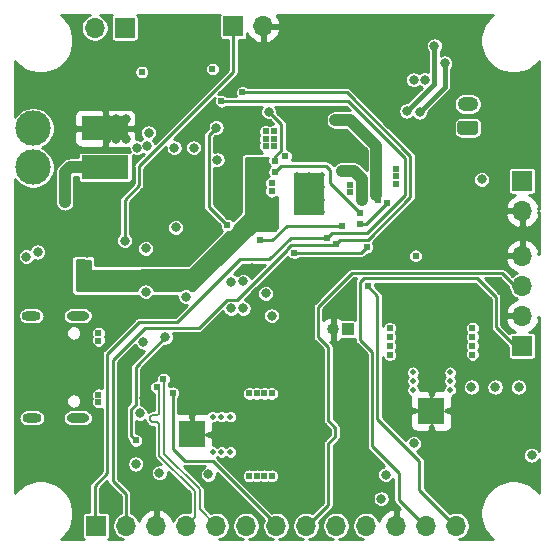
<source format=gbr>
G04 #@! TF.GenerationSoftware,KiCad,Pcbnew,(5.1.8)-1*
G04 #@! TF.CreationDate,2021-03-08T18:17:58+01:00*
G04 #@! TF.ProjectId,SuperPower-uC-KiCad,53757065-7250-46f7-9765-722d75432d4b,rev?*
G04 #@! TF.SameCoordinates,Original*
G04 #@! TF.FileFunction,Copper,L4,Bot*
G04 #@! TF.FilePolarity,Positive*
%FSLAX46Y46*%
G04 Gerber Fmt 4.6, Leading zero omitted, Abs format (unit mm)*
G04 Created by KiCad (PCBNEW (5.1.8)-1) date 2021-03-08 18:17:58*
%MOMM*%
%LPD*%
G01*
G04 APERTURE LIST*
G04 #@! TA.AperFunction,ComponentPad*
%ADD10C,0.600000*%
G04 #@! TD*
G04 #@! TA.AperFunction,SMDPad,CuDef*
%ADD11R,2.300000X2.300000*%
G04 #@! TD*
G04 #@! TA.AperFunction,ComponentPad*
%ADD12O,1.600000X0.800000*%
G04 #@! TD*
G04 #@! TA.AperFunction,ComponentPad*
%ADD13O,1.900000X0.800000*%
G04 #@! TD*
G04 #@! TA.AperFunction,ComponentPad*
%ADD14O,1.700000X1.700000*%
G04 #@! TD*
G04 #@! TA.AperFunction,ComponentPad*
%ADD15R,1.700000X1.700000*%
G04 #@! TD*
G04 #@! TA.AperFunction,SMDPad,CuDef*
%ADD16R,2.650000X3.650000*%
G04 #@! TD*
G04 #@! TA.AperFunction,ComponentPad*
%ADD17C,0.500000*%
G04 #@! TD*
G04 #@! TA.AperFunction,WasherPad*
%ADD18C,3.000000*%
G04 #@! TD*
G04 #@! TA.AperFunction,SMDPad,CuDef*
%ADD19R,4.000000X2.000000*%
G04 #@! TD*
G04 #@! TA.AperFunction,ComponentPad*
%ADD20O,1.000000X1.000000*%
G04 #@! TD*
G04 #@! TA.AperFunction,ComponentPad*
%ADD21R,1.000000X1.000000*%
G04 #@! TD*
G04 #@! TA.AperFunction,ComponentPad*
%ADD22O,1.750000X1.200000*%
G04 #@! TD*
G04 #@! TA.AperFunction,ViaPad*
%ADD23C,0.800000*%
G04 #@! TD*
G04 #@! TA.AperFunction,ViaPad*
%ADD24C,0.610000*%
G04 #@! TD*
G04 #@! TA.AperFunction,ViaPad*
%ADD25C,0.500000*%
G04 #@! TD*
G04 #@! TA.AperFunction,Conductor*
%ADD26C,0.250000*%
G04 #@! TD*
G04 #@! TA.AperFunction,Conductor*
%ADD27C,1.000000*%
G04 #@! TD*
G04 #@! TA.AperFunction,Conductor*
%ADD28C,0.400000*%
G04 #@! TD*
G04 #@! TA.AperFunction,Conductor*
%ADD29C,0.200000*%
G04 #@! TD*
G04 #@! TA.AperFunction,Conductor*
%ADD30C,0.254000*%
G04 #@! TD*
G04 #@! TA.AperFunction,Conductor*
%ADD31C,0.100000*%
G04 #@! TD*
G04 APERTURE END LIST*
D10*
X133339000Y-111000000D03*
X133839000Y-110500000D03*
X133839000Y-111500000D03*
X132839000Y-110500000D03*
X132839000Y-111500000D03*
D11*
X133339000Y-110999000D03*
D10*
X153589000Y-109015000D03*
X153089000Y-108515000D03*
X154089000Y-108515000D03*
X153089000Y-109515000D03*
X154089000Y-109515000D03*
D11*
X153588000Y-109015000D03*
D12*
X119731000Y-100958400D03*
X119781000Y-109608400D03*
D13*
X123681000Y-100958400D03*
X123681000Y-109608400D03*
D14*
X161290000Y-95885000D03*
X161290000Y-98425000D03*
X161290000Y-100965000D03*
D15*
X161290000Y-103505000D03*
D16*
X143281400Y-90627200D03*
D17*
X144356400Y-92202200D03*
X143281400Y-92202200D03*
X142206400Y-92202200D03*
X144356400Y-91152200D03*
X143281400Y-91152200D03*
X142206400Y-91152200D03*
X144356400Y-90102200D03*
X143281400Y-90102200D03*
X142206400Y-90102200D03*
X144356400Y-89052200D03*
X143281400Y-89052200D03*
X142206400Y-89052200D03*
D18*
X119888000Y-85090000D03*
X119888000Y-88392000D03*
D19*
X125984000Y-85090000D03*
X125984000Y-88392000D03*
D14*
X155702000Y-118745000D03*
X153162000Y-118745000D03*
X150622000Y-118745000D03*
X148082000Y-118745000D03*
X145542000Y-118745000D03*
X143002000Y-118745000D03*
X140462000Y-118745000D03*
X137922000Y-118745000D03*
X135382000Y-118745000D03*
X132842000Y-118745000D03*
X130302000Y-118745000D03*
X127762000Y-118745000D03*
D15*
X125222000Y-118745000D03*
D14*
X161290000Y-92075000D03*
D15*
X161290000Y-89535000D03*
D20*
X145288000Y-102108000D03*
D21*
X146558000Y-102108000D03*
D14*
X125095000Y-76581000D03*
D15*
X127635000Y-76581000D03*
X136842500Y-76454000D03*
D14*
X139382500Y-76454000D03*
G04 #@! TA.AperFunction,ComponentPad*
G36*
G01*
X157317601Y-85639200D02*
X156067599Y-85639200D01*
G75*
G02*
X155817600Y-85389201I0J249999D01*
G01*
X155817600Y-84689199D01*
G75*
G02*
X156067599Y-84439200I249999J0D01*
G01*
X157317601Y-84439200D01*
G75*
G02*
X157567600Y-84689199I0J-249999D01*
G01*
X157567600Y-85389201D01*
G75*
G02*
X157317601Y-85639200I-249999J0D01*
G01*
G37*
G04 #@! TD.AperFunction*
D22*
X156692600Y-83039200D03*
D23*
X153035000Y-80962500D03*
X152113793Y-80994151D03*
X126111000Y-85979000D03*
X126936500Y-85979000D03*
X126111000Y-84264500D03*
X126936500Y-84264500D03*
X127762000Y-85979000D03*
X127762000Y-84264500D03*
X154000000Y-115500000D03*
X150622000Y-96012000D03*
X149987000Y-99314000D03*
X141732000Y-97663000D03*
X138430000Y-96901000D03*
X125603000Y-99695000D03*
X128905000Y-100711000D03*
X129286000Y-107950000D03*
X144089000Y-104515000D03*
X157589000Y-115500000D03*
X127508000Y-107315000D03*
X129290660Y-91063660D03*
X123698000Y-91313000D03*
X122682000Y-84709000D03*
X158115000Y-92583000D03*
X124460000Y-95631000D03*
D24*
X136715500Y-92456000D03*
D23*
X156654500Y-77914500D03*
X151661722Y-78143030D03*
X152620307Y-78086807D03*
X134021990Y-90297000D03*
X134839000Y-107015000D03*
X135839000Y-107015000D03*
X136839000Y-107015000D03*
X159000000Y-111015000D03*
X161000000Y-111015000D03*
X157000000Y-111015000D03*
D24*
X145669000Y-116141500D03*
X137414985Y-80772985D03*
D23*
X147589000Y-104515000D03*
X142379000Y-109510000D03*
X142379000Y-110399000D03*
X142379000Y-111288000D03*
X142379000Y-112177000D03*
X153543000Y-100203000D03*
X152717500Y-100203000D03*
X151892000Y-100203000D03*
X154368500Y-100203000D03*
X155194000Y-100203000D03*
X145923000Y-78613000D03*
X145097500Y-78613000D03*
X144272000Y-78613000D03*
X146748500Y-78613000D03*
X147574000Y-78613000D03*
X131127500Y-80110500D03*
D24*
X136017000Y-78359000D03*
D23*
X125292791Y-91348111D03*
D24*
X126500000Y-115750000D03*
D23*
X118965000Y-113017500D03*
X120997000Y-113017500D03*
X119981000Y-113970000D03*
D24*
X125412500Y-109077503D03*
D23*
X125443979Y-109855000D03*
D24*
X122751980Y-108786591D03*
X122682000Y-101790500D03*
D23*
X144716498Y-110807500D03*
D24*
X145478500Y-85852000D03*
X145859500Y-86550500D03*
D23*
X130302000Y-90551000D03*
D24*
X125411734Y-101604507D03*
D23*
X127357239Y-101185744D03*
X154305000Y-91059000D03*
D24*
X139445504Y-80136504D03*
D23*
X146089000Y-104515000D03*
X130589000Y-116265000D03*
X132589000Y-116265000D03*
X121589000Y-114265000D03*
X134839000Y-116265000D03*
X124206000Y-96647000D03*
X124206000Y-98425000D03*
X124206000Y-97536000D03*
D24*
X140017500Y-93472000D03*
X140097617Y-92698527D03*
X138921593Y-89405114D03*
X152273000Y-95885000D03*
X140359825Y-88788868D03*
X147569268Y-92263300D03*
X141986000Y-95631000D03*
X148145500Y-95167974D03*
D23*
X139827000Y-83693000D03*
D24*
X140335096Y-87830958D03*
D23*
X140081000Y-100965000D03*
X139573000Y-99060000D03*
D24*
X140271500Y-85344000D03*
X140271500Y-85979000D03*
X140271500Y-86614000D03*
X139573000Y-85344000D03*
X139573000Y-85979000D03*
X139573000Y-86614000D03*
X146748500Y-84391500D03*
X146113500Y-84391500D03*
X145478500Y-84391500D03*
X141252077Y-87456794D03*
X140081000Y-90424000D03*
X140081000Y-89725500D03*
X149054584Y-89532747D03*
X149048587Y-91134398D03*
D23*
X129667000Y-85471000D03*
D24*
X139128500Y-94551500D03*
X136310990Y-93281500D03*
D23*
X135382000Y-85026500D03*
X129506839Y-86580839D03*
X131826000Y-86741000D03*
X133477000Y-86741000D03*
D24*
X146043555Y-93347148D03*
X135064500Y-80073500D03*
X129095500Y-80327500D03*
D23*
X128714500Y-86741000D03*
X136652000Y-100330000D03*
X137668000Y-100330000D03*
X132828844Y-99352032D03*
X129413000Y-98933000D03*
X131953000Y-93472000D03*
X129413000Y-95250000D03*
X137668000Y-98043988D03*
X135472000Y-87757000D03*
X136652000Y-98107500D03*
D24*
X148209000Y-98425000D03*
D23*
X128905000Y-109220000D03*
X120269000Y-95567500D03*
X119316502Y-95948500D03*
D24*
X125412500Y-107665253D03*
X125412500Y-103060500D03*
X125412500Y-102425500D03*
X125412500Y-108267500D03*
D23*
X129222500Y-103187500D03*
D24*
X145547000Y-94870488D03*
X137604500Y-82042000D03*
X144776433Y-94355477D03*
X135831015Y-82797515D03*
D23*
X122555000Y-91313000D03*
X127635000Y-94615000D03*
X153860500Y-78105000D03*
X151526997Y-83629500D03*
D24*
X130913979Y-106325167D03*
X130339000Y-107015000D03*
X147585868Y-93170867D03*
X149818630Y-91385694D03*
D25*
X155189000Y-107265000D03*
X155193500Y-106500000D03*
X155193500Y-105750000D03*
D24*
X157089000Y-102000000D03*
X157089000Y-104250000D03*
X157089000Y-103500000D03*
X157089000Y-102750000D03*
X150089000Y-104265000D03*
X150089000Y-102765000D03*
X150089000Y-102015000D03*
X150089000Y-103515000D03*
D25*
X152039000Y-107250000D03*
X152039000Y-105750000D03*
X152039000Y-106500000D03*
X135089000Y-109500000D03*
X135839000Y-109500000D03*
X136589000Y-109500000D03*
D24*
X138188000Y-107537500D03*
X138823000Y-107537500D03*
X139458000Y-107537500D03*
X140093000Y-107537500D03*
X138188000Y-114526500D03*
X138823000Y-114526500D03*
X139458000Y-114526500D03*
X140093000Y-114526500D03*
D25*
X135089000Y-112500000D03*
X135839000Y-112500000D03*
X136589000Y-112500000D03*
D23*
X154748998Y-79565000D03*
X152605194Y-83707694D03*
D24*
X131708990Y-107479560D03*
X128589000Y-111515000D03*
D23*
X131089000Y-102765000D03*
X128589000Y-113515000D03*
X130589000Y-114265000D03*
X134714000Y-114390000D03*
X162089000Y-112765000D03*
X149352000Y-116459000D03*
X149733000Y-114427000D03*
X157000000Y-107000000D03*
X159000000Y-107000000D03*
X161000000Y-107000000D03*
X152101653Y-111752347D03*
D24*
X147701000Y-91122500D03*
X146022325Y-88705664D03*
D23*
X157861000Y-89408000D03*
D24*
X146716462Y-90519538D03*
X150622239Y-88518761D03*
X150622000Y-89154000D03*
X150622000Y-89789000D03*
X146684990Y-89852510D03*
D26*
X145034000Y-89728032D02*
X147569268Y-92263300D01*
X145034000Y-88582500D02*
X145034000Y-89728032D01*
X144715940Y-88264440D02*
X145034000Y-88582500D01*
X140884253Y-88264440D02*
X144715940Y-88264440D01*
X140359825Y-88788868D02*
X140884253Y-88264440D01*
X141986000Y-95631000D02*
X147682474Y-95631000D01*
X147682474Y-95631000D02*
X148145500Y-95167974D01*
X140335096Y-87482806D02*
X140335096Y-87830958D01*
X140901501Y-86916401D02*
X140335096Y-87482806D01*
X140901501Y-84767501D02*
X140901501Y-86916401D01*
X139827000Y-83693000D02*
X140901501Y-84767501D01*
D27*
X148957544Y-86600544D02*
X148957544Y-90728044D01*
X146748500Y-84391500D02*
X148957544Y-86600544D01*
X146748500Y-84391500D02*
X146113500Y-84391500D01*
X146113500Y-84391500D02*
X145478500Y-84391500D01*
D26*
X134747000Y-85661500D02*
X135382000Y-85026500D01*
X134747000Y-91717510D02*
X134747000Y-85661500D01*
X136310990Y-93281500D02*
X134747000Y-91717510D01*
X140144500Y-94551500D02*
X141348852Y-93347148D01*
X139128500Y-94551500D02*
X140144500Y-94551500D01*
X141348852Y-93347148D02*
X146043555Y-93347148D01*
X152589000Y-115759000D02*
X155702000Y-118872000D01*
X152589000Y-113265000D02*
X152589000Y-115759000D01*
X149039009Y-99255009D02*
X149039009Y-109715009D01*
X149039009Y-109715009D02*
X152589000Y-113265000D01*
X148209000Y-98425000D02*
X149039009Y-99255009D01*
X145547000Y-94870488D02*
X145879514Y-94537974D01*
X145879514Y-94537974D02*
X148203838Y-94537974D01*
X148203838Y-94537974D02*
X151834011Y-90907802D01*
X151834011Y-90907802D02*
X151834011Y-87443600D01*
X151834011Y-87443600D02*
X146432411Y-82042000D01*
X146432411Y-82042000D02*
X137604500Y-82042000D01*
X127589000Y-118572000D02*
X127762000Y-118745000D01*
X145416489Y-95000999D02*
X145547000Y-94870488D01*
X141683599Y-95000999D02*
X145416489Y-95000999D01*
X141355999Y-95328599D02*
X141683599Y-95000999D01*
X141355999Y-95428991D02*
X141355999Y-95328599D01*
X133943989Y-101965009D02*
X136303999Y-99604999D01*
X129371989Y-101965009D02*
X133943989Y-101965009D01*
X136303999Y-99604999D02*
X137179991Y-99604999D01*
X126618999Y-104717999D02*
X129371989Y-101965009D01*
X137179991Y-99604999D02*
X141355999Y-95428991D01*
X127762000Y-116079598D02*
X126618999Y-114936597D01*
X126618999Y-114936597D02*
X126618999Y-104717999D01*
X127762000Y-118745000D02*
X127762000Y-116079598D01*
X144776433Y-94355477D02*
X145154760Y-93977150D01*
X146551515Y-82797515D02*
X135831015Y-82797515D01*
X151384000Y-87630000D02*
X146551515Y-82797515D01*
X148128252Y-93977150D02*
X151384000Y-90721402D01*
X145154760Y-93977150D02*
X148128252Y-93977150D01*
X151384000Y-90721402D02*
X151384000Y-87630000D01*
X139872189Y-96175999D02*
X141692711Y-94355477D01*
X137447003Y-96175999D02*
X139872189Y-96175999D01*
X128839000Y-101515000D02*
X132108002Y-101515000D01*
X141692711Y-94355477D02*
X144776433Y-94355477D01*
X126168989Y-104185011D02*
X128839000Y-101515000D01*
X126168989Y-114310011D02*
X126168989Y-104185011D01*
X132108002Y-101515000D02*
X137447003Y-96175999D01*
X125089000Y-115390000D02*
X126168989Y-114310011D01*
X125089000Y-118739000D02*
X125089000Y-115390000D01*
X125222000Y-118872000D02*
X125089000Y-118739000D01*
D28*
X122555000Y-91186000D02*
X122555000Y-91313000D01*
D27*
X122984000Y-88392000D02*
X122555000Y-88821000D01*
X122555000Y-88821000D02*
X122555000Y-91313000D01*
X125984000Y-88392000D02*
X122984000Y-88392000D01*
D26*
X127635000Y-91122500D02*
X127635000Y-94615000D01*
X128841500Y-89916000D02*
X127635000Y-91122500D01*
X128841500Y-88319180D02*
X128841500Y-89916000D01*
X136842500Y-80318180D02*
X128841500Y-88319180D01*
X136842500Y-76454000D02*
X136842500Y-80318180D01*
D28*
X153860500Y-81321002D02*
X153860500Y-78105000D01*
X151552002Y-83629500D02*
X153860500Y-81321002D01*
X151526997Y-83629500D02*
X151552002Y-83629500D01*
D29*
X133989011Y-117352011D02*
X133989011Y-115665011D01*
X135382000Y-118745000D02*
X133989011Y-117352011D01*
X133989011Y-115665011D02*
X131009169Y-112685169D01*
X131009169Y-112685169D02*
X131009169Y-106420357D01*
X131009169Y-106420357D02*
X130913979Y-106325167D01*
X130589000Y-107265000D02*
X130339000Y-107015000D01*
X130589000Y-109065000D02*
X130589000Y-107265000D01*
X130581479Y-109131756D02*
X130589000Y-109065000D01*
X130559291Y-109195165D02*
X130581479Y-109131756D01*
X130523550Y-109252046D02*
X130559291Y-109195165D01*
X130476047Y-109299549D02*
X130523550Y-109252046D01*
X130419166Y-109335290D02*
X130476047Y-109299549D01*
X130076947Y-109965000D02*
X130010191Y-109957478D01*
X130419166Y-109994709D02*
X130355757Y-109972521D01*
X130289000Y-109965000D02*
X130076947Y-109965000D01*
X130523550Y-110077953D02*
X130476047Y-110030450D01*
X130589000Y-112830700D02*
X130589000Y-110265000D01*
X130559291Y-110134834D02*
X130523550Y-110077953D01*
X130581479Y-110198243D02*
X130559291Y-110134834D01*
X130589000Y-110265000D02*
X130581479Y-110198243D01*
X133589000Y-115830700D02*
X130589000Y-112830700D01*
X132842000Y-118745000D02*
X133589000Y-117998000D01*
X133589000Y-117998000D02*
X133589000Y-115830700D01*
X129776947Y-109665000D02*
X129784469Y-109598243D01*
X130476047Y-110030450D02*
X130419166Y-109994709D01*
X129889901Y-109430450D02*
X129946782Y-109394709D01*
X130010191Y-109957478D02*
X129946782Y-109935290D01*
X129806657Y-109795165D02*
X129784469Y-109731756D01*
X129946782Y-109935290D02*
X129889901Y-109899549D01*
X129889901Y-109899549D02*
X129842398Y-109852046D01*
X129842398Y-109852046D02*
X129806657Y-109795165D01*
X129784469Y-109731756D02*
X129776947Y-109665000D01*
X129784469Y-109598243D02*
X129806657Y-109534834D01*
X129806657Y-109534834D02*
X129842398Y-109477953D01*
X129946782Y-109394709D02*
X130010191Y-109372521D01*
X129842398Y-109477953D02*
X129889901Y-109430450D01*
X130355757Y-109972521D02*
X130289000Y-109965000D01*
X130010191Y-109372521D02*
X130076947Y-109365000D01*
X130289000Y-109365000D02*
X130355757Y-109357478D01*
X130076947Y-109365000D02*
X130289000Y-109365000D01*
X130355757Y-109357478D02*
X130419166Y-109335290D01*
D26*
X148033457Y-93170867D02*
X149818630Y-91385694D01*
X147585868Y-93170867D02*
X148033457Y-93170867D01*
D28*
X154748998Y-79565000D02*
X154748998Y-81563890D01*
X154748998Y-81563890D02*
X152605194Y-83707694D01*
D26*
X132719998Y-113265000D02*
X131708990Y-112253992D01*
X131708990Y-112253992D02*
X131708990Y-107479560D01*
X135089000Y-113265000D02*
X132719998Y-113265000D01*
X140462000Y-118638000D02*
X135089000Y-113265000D01*
X140462000Y-118872000D02*
X140462000Y-118638000D01*
X159574989Y-97344989D02*
X160655000Y-98425000D01*
X146876011Y-97344989D02*
X159574989Y-97344989D01*
X144018000Y-102743000D02*
X144018000Y-100203000D01*
X144870001Y-109824499D02*
X144870001Y-103595001D01*
X145478500Y-111182002D02*
X145478500Y-110432998D01*
X144870001Y-103595001D02*
X144018000Y-102743000D01*
X145478500Y-110432998D02*
X144870001Y-109824499D01*
X144870001Y-111790501D02*
X145478500Y-111182002D01*
X144018000Y-100203000D02*
X146876011Y-97344989D01*
X144870001Y-117003999D02*
X144870001Y-111790501D01*
X143002000Y-118872000D02*
X144870001Y-117003999D01*
X128179999Y-108875999D02*
X128179999Y-111105999D01*
X128560999Y-108494999D02*
X128179999Y-108875999D01*
X128179999Y-111105999D02*
X128589000Y-111515000D01*
X128560999Y-105293001D02*
X128560999Y-108494999D01*
X131089000Y-102765000D02*
X128560999Y-105293001D01*
X147906599Y-97794999D02*
X157484999Y-97794999D01*
X157484999Y-97794999D02*
X159067500Y-99377500D01*
X147578999Y-98122599D02*
X147906599Y-97794999D01*
X147578999Y-103004999D02*
X147578999Y-98122599D01*
X148589000Y-104015000D02*
X147578999Y-103004999D01*
X148589000Y-112015000D02*
X148589000Y-104015000D01*
X150839000Y-114265000D02*
X148589000Y-112015000D01*
X159067500Y-101917500D02*
X160655000Y-103505000D01*
X150839000Y-116549000D02*
X150839000Y-114265000D01*
X159067500Y-99377500D02*
X159067500Y-101917500D01*
X153162000Y-118872000D02*
X150839000Y-116549000D01*
D27*
X147721463Y-89401559D02*
X147025568Y-88705664D01*
X147025568Y-88705664D02*
X146022325Y-88705664D01*
X147721463Y-91102037D02*
X147721463Y-89401559D01*
X147701000Y-91122500D02*
X147721463Y-91102037D01*
D26*
X150622239Y-89153761D02*
X150622000Y-89154000D01*
D30*
X132719997Y-113719187D02*
X132742202Y-113717000D01*
X134439023Y-113717000D01*
X134369636Y-113745741D01*
X134250564Y-113825302D01*
X134149302Y-113926564D01*
X134069741Y-114045636D01*
X134014938Y-114177942D01*
X133987000Y-114318397D01*
X133987000Y-114461603D01*
X134014938Y-114602058D01*
X134069741Y-114734364D01*
X134149302Y-114853436D01*
X134250564Y-114954698D01*
X134369636Y-115034259D01*
X134501942Y-115089062D01*
X134642397Y-115117000D01*
X134785603Y-115117000D01*
X134926058Y-115089062D01*
X135058364Y-115034259D01*
X135177436Y-114954698D01*
X135278698Y-114853436D01*
X135358259Y-114734364D01*
X135413062Y-114602058D01*
X135441000Y-114461603D01*
X135441000Y-114318397D01*
X135425562Y-114240785D01*
X139405278Y-118220503D01*
X139330231Y-118401682D01*
X139285000Y-118629076D01*
X139285000Y-118860924D01*
X139330231Y-119088318D01*
X139418956Y-119302519D01*
X139547764Y-119495294D01*
X139711706Y-119659236D01*
X139904481Y-119788044D01*
X140118682Y-119876769D01*
X140193243Y-119891600D01*
X138190757Y-119891600D01*
X138265318Y-119876769D01*
X138479519Y-119788044D01*
X138672294Y-119659236D01*
X138836236Y-119495294D01*
X138965044Y-119302519D01*
X139053769Y-119088318D01*
X139099000Y-118860924D01*
X139099000Y-118629076D01*
X139053769Y-118401682D01*
X138965044Y-118187481D01*
X138836236Y-117994706D01*
X138672294Y-117830764D01*
X138479519Y-117701956D01*
X138265318Y-117613231D01*
X138037924Y-117568000D01*
X137806076Y-117568000D01*
X137578682Y-117613231D01*
X137364481Y-117701956D01*
X137171706Y-117830764D01*
X137007764Y-117994706D01*
X136878956Y-118187481D01*
X136790231Y-118401682D01*
X136745000Y-118629076D01*
X136745000Y-118860924D01*
X136790231Y-119088318D01*
X136878956Y-119302519D01*
X137007764Y-119495294D01*
X137171706Y-119659236D01*
X137364481Y-119788044D01*
X137578682Y-119876769D01*
X137653243Y-119891600D01*
X135650757Y-119891600D01*
X135725318Y-119876769D01*
X135939519Y-119788044D01*
X136132294Y-119659236D01*
X136296236Y-119495294D01*
X136425044Y-119302519D01*
X136513769Y-119088318D01*
X136559000Y-118860924D01*
X136559000Y-118629076D01*
X136513769Y-118401682D01*
X136425044Y-118187481D01*
X136296236Y-117994706D01*
X136132294Y-117830764D01*
X135939519Y-117701956D01*
X135725318Y-117613231D01*
X135497924Y-117568000D01*
X135266076Y-117568000D01*
X135038682Y-117613231D01*
X134908162Y-117667294D01*
X134416011Y-117175143D01*
X134416011Y-115685978D01*
X134418076Y-115665011D01*
X134416011Y-115644044D01*
X134416011Y-115644033D01*
X134409833Y-115581304D01*
X134385416Y-115500815D01*
X134366959Y-115466284D01*
X134345766Y-115426634D01*
X134305779Y-115377910D01*
X134305775Y-115377906D01*
X134292406Y-115361616D01*
X134276116Y-115348247D01*
X132639086Y-113711218D01*
X132719997Y-113719187D01*
G04 #@! TA.AperFunction,Conductor*
D31*
G36*
X132719997Y-113719187D02*
G01*
X132742202Y-113717000D01*
X134439023Y-113717000D01*
X134369636Y-113745741D01*
X134250564Y-113825302D01*
X134149302Y-113926564D01*
X134069741Y-114045636D01*
X134014938Y-114177942D01*
X133987000Y-114318397D01*
X133987000Y-114461603D01*
X134014938Y-114602058D01*
X134069741Y-114734364D01*
X134149302Y-114853436D01*
X134250564Y-114954698D01*
X134369636Y-115034259D01*
X134501942Y-115089062D01*
X134642397Y-115117000D01*
X134785603Y-115117000D01*
X134926058Y-115089062D01*
X135058364Y-115034259D01*
X135177436Y-114954698D01*
X135278698Y-114853436D01*
X135358259Y-114734364D01*
X135413062Y-114602058D01*
X135441000Y-114461603D01*
X135441000Y-114318397D01*
X135425562Y-114240785D01*
X139405278Y-118220503D01*
X139330231Y-118401682D01*
X139285000Y-118629076D01*
X139285000Y-118860924D01*
X139330231Y-119088318D01*
X139418956Y-119302519D01*
X139547764Y-119495294D01*
X139711706Y-119659236D01*
X139904481Y-119788044D01*
X140118682Y-119876769D01*
X140193243Y-119891600D01*
X138190757Y-119891600D01*
X138265318Y-119876769D01*
X138479519Y-119788044D01*
X138672294Y-119659236D01*
X138836236Y-119495294D01*
X138965044Y-119302519D01*
X139053769Y-119088318D01*
X139099000Y-118860924D01*
X139099000Y-118629076D01*
X139053769Y-118401682D01*
X138965044Y-118187481D01*
X138836236Y-117994706D01*
X138672294Y-117830764D01*
X138479519Y-117701956D01*
X138265318Y-117613231D01*
X138037924Y-117568000D01*
X137806076Y-117568000D01*
X137578682Y-117613231D01*
X137364481Y-117701956D01*
X137171706Y-117830764D01*
X137007764Y-117994706D01*
X136878956Y-118187481D01*
X136790231Y-118401682D01*
X136745000Y-118629076D01*
X136745000Y-118860924D01*
X136790231Y-119088318D01*
X136878956Y-119302519D01*
X137007764Y-119495294D01*
X137171706Y-119659236D01*
X137364481Y-119788044D01*
X137578682Y-119876769D01*
X137653243Y-119891600D01*
X135650757Y-119891600D01*
X135725318Y-119876769D01*
X135939519Y-119788044D01*
X136132294Y-119659236D01*
X136296236Y-119495294D01*
X136425044Y-119302519D01*
X136513769Y-119088318D01*
X136559000Y-118860924D01*
X136559000Y-118629076D01*
X136513769Y-118401682D01*
X136425044Y-118187481D01*
X136296236Y-117994706D01*
X136132294Y-117830764D01*
X135939519Y-117701956D01*
X135725318Y-117613231D01*
X135497924Y-117568000D01*
X135266076Y-117568000D01*
X135038682Y-117613231D01*
X134908162Y-117667294D01*
X134416011Y-117175143D01*
X134416011Y-115685978D01*
X134418076Y-115665011D01*
X134416011Y-115644044D01*
X134416011Y-115644033D01*
X134409833Y-115581304D01*
X134385416Y-115500815D01*
X134366959Y-115466284D01*
X134345766Y-115426634D01*
X134305779Y-115377910D01*
X134305775Y-115377906D01*
X134292406Y-115361616D01*
X134276116Y-115348247D01*
X132639086Y-113711218D01*
X132719997Y-113719187D01*
G37*
G04 #@! TD.AperFunction*
D30*
X158757766Y-75516163D02*
X158370963Y-75902966D01*
X158067054Y-76357797D01*
X157857718Y-76863179D01*
X157751000Y-77399689D01*
X157751000Y-77946711D01*
X157857718Y-78483221D01*
X158067054Y-78988603D01*
X158370963Y-79443434D01*
X158757766Y-79830237D01*
X159212597Y-80134146D01*
X159717979Y-80343482D01*
X160254489Y-80450200D01*
X160801511Y-80450200D01*
X161338021Y-80343482D01*
X161843403Y-80134146D01*
X162298234Y-79830237D01*
X162685037Y-79443434D01*
X162741400Y-79359081D01*
X162741400Y-91947998D01*
X162610156Y-91947998D01*
X162731476Y-91718110D01*
X162686825Y-91570901D01*
X162561641Y-91308080D01*
X162387588Y-91074731D01*
X162171355Y-90879822D01*
X161921252Y-90730843D01*
X161872592Y-90713582D01*
X162140000Y-90713582D01*
X162204103Y-90707268D01*
X162265743Y-90688570D01*
X162322550Y-90658206D01*
X162372343Y-90617343D01*
X162413206Y-90567550D01*
X162443570Y-90510743D01*
X162462268Y-90449103D01*
X162468582Y-90385000D01*
X162468582Y-88685000D01*
X162462268Y-88620897D01*
X162443570Y-88559257D01*
X162413206Y-88502450D01*
X162372343Y-88452657D01*
X162322550Y-88411794D01*
X162265743Y-88381430D01*
X162204103Y-88362732D01*
X162140000Y-88356418D01*
X160440000Y-88356418D01*
X160375897Y-88362732D01*
X160314257Y-88381430D01*
X160257450Y-88411794D01*
X160207657Y-88452657D01*
X160166794Y-88502450D01*
X160136430Y-88559257D01*
X160117732Y-88620897D01*
X160111418Y-88685000D01*
X160111418Y-90385000D01*
X160117732Y-90449103D01*
X160136430Y-90510743D01*
X160166794Y-90567550D01*
X160207657Y-90617343D01*
X160257450Y-90658206D01*
X160314257Y-90688570D01*
X160375897Y-90707268D01*
X160440000Y-90713582D01*
X160707408Y-90713582D01*
X160658748Y-90730843D01*
X160408645Y-90879822D01*
X160192412Y-91074731D01*
X160018359Y-91308080D01*
X159893175Y-91570901D01*
X159848524Y-91718110D01*
X159969845Y-91948000D01*
X161163000Y-91948000D01*
X161163000Y-91928000D01*
X161417000Y-91928000D01*
X161417000Y-91948000D01*
X161437000Y-91948000D01*
X161437000Y-92202000D01*
X161417000Y-92202000D01*
X161417000Y-93395814D01*
X161646891Y-93516481D01*
X161921252Y-93419157D01*
X162171355Y-93270178D01*
X162387588Y-93075269D01*
X162561641Y-92841920D01*
X162686825Y-92579099D01*
X162731476Y-92431890D01*
X162610156Y-92202002D01*
X162741400Y-92202002D01*
X162741400Y-95757998D01*
X162610156Y-95757998D01*
X162731476Y-95528110D01*
X162686825Y-95380901D01*
X162561641Y-95118080D01*
X162387588Y-94884731D01*
X162171355Y-94689822D01*
X161921252Y-94540843D01*
X161646891Y-94443519D01*
X161417000Y-94564186D01*
X161417000Y-95758000D01*
X161437000Y-95758000D01*
X161437000Y-96012000D01*
X161417000Y-96012000D01*
X161417000Y-96032000D01*
X161163000Y-96032000D01*
X161163000Y-96012000D01*
X159969845Y-96012000D01*
X159848524Y-96241890D01*
X159893175Y-96389099D01*
X160018359Y-96651920D01*
X160192412Y-96885269D01*
X160408645Y-97080178D01*
X160658748Y-97229157D01*
X160897179Y-97313736D01*
X160732481Y-97381956D01*
X160539706Y-97510764D01*
X160459847Y-97590623D01*
X159910312Y-97041089D01*
X159896148Y-97023830D01*
X159827322Y-96967346D01*
X159748799Y-96925375D01*
X159663596Y-96899529D01*
X159597194Y-96892989D01*
X159574989Y-96890802D01*
X159552784Y-96892989D01*
X146898216Y-96892989D01*
X146876011Y-96890802D01*
X146787403Y-96899529D01*
X146702201Y-96925375D01*
X146623678Y-96967346D01*
X146554852Y-97023830D01*
X146540692Y-97041084D01*
X143714096Y-99867681D01*
X143696842Y-99881841D01*
X143660473Y-99926157D01*
X143640358Y-99950667D01*
X143598386Y-100029191D01*
X143572540Y-100114393D01*
X143563813Y-100203000D01*
X143566001Y-100225215D01*
X143566000Y-102720795D01*
X143563813Y-102743000D01*
X143572540Y-102831607D01*
X143579214Y-102853608D01*
X143598386Y-102916809D01*
X143640357Y-102995332D01*
X143696841Y-103064159D01*
X143714100Y-103078323D01*
X144418002Y-103782227D01*
X144418001Y-109802294D01*
X144415814Y-109824499D01*
X144424541Y-109913106D01*
X144449862Y-109996577D01*
X144450387Y-109998308D01*
X144492358Y-110076831D01*
X144548842Y-110145658D01*
X144566101Y-110159822D01*
X145026501Y-110620223D01*
X145026500Y-110994778D01*
X144566097Y-111455182D01*
X144548843Y-111469342D01*
X144502663Y-111525613D01*
X144492359Y-111538168D01*
X144450387Y-111616692D01*
X144424541Y-111701894D01*
X144415814Y-111790501D01*
X144418002Y-111812716D01*
X144418001Y-116816774D01*
X143540640Y-117694136D01*
X143345318Y-117613231D01*
X143117924Y-117568000D01*
X142886076Y-117568000D01*
X142658682Y-117613231D01*
X142444481Y-117701956D01*
X142251706Y-117830764D01*
X142087764Y-117994706D01*
X141958956Y-118187481D01*
X141870231Y-118401682D01*
X141825000Y-118629076D01*
X141825000Y-118860924D01*
X141870231Y-119088318D01*
X141958956Y-119302519D01*
X142087764Y-119495294D01*
X142251706Y-119659236D01*
X142444481Y-119788044D01*
X142658682Y-119876769D01*
X142733243Y-119891600D01*
X140730757Y-119891600D01*
X140805318Y-119876769D01*
X141019519Y-119788044D01*
X141212294Y-119659236D01*
X141376236Y-119495294D01*
X141505044Y-119302519D01*
X141593769Y-119088318D01*
X141639000Y-118860924D01*
X141639000Y-118629076D01*
X141593769Y-118401682D01*
X141505044Y-118187481D01*
X141376236Y-117994706D01*
X141212294Y-117830764D01*
X141019519Y-117701956D01*
X140805318Y-117613231D01*
X140577924Y-117568000D01*
X140346076Y-117568000D01*
X140118682Y-117613231D01*
X140088824Y-117625599D01*
X136927477Y-114464253D01*
X137556000Y-114464253D01*
X137556000Y-114588747D01*
X137580287Y-114710848D01*
X137627929Y-114825864D01*
X137697094Y-114929377D01*
X137785123Y-115017406D01*
X137888636Y-115086571D01*
X138003652Y-115134213D01*
X138125753Y-115158500D01*
X138250247Y-115158500D01*
X138372348Y-115134213D01*
X138487364Y-115086571D01*
X138505500Y-115074453D01*
X138523636Y-115086571D01*
X138638652Y-115134213D01*
X138760753Y-115158500D01*
X138885247Y-115158500D01*
X139007348Y-115134213D01*
X139122364Y-115086571D01*
X139140500Y-115074453D01*
X139158636Y-115086571D01*
X139273652Y-115134213D01*
X139395753Y-115158500D01*
X139520247Y-115158500D01*
X139642348Y-115134213D01*
X139757364Y-115086571D01*
X139775500Y-115074453D01*
X139793636Y-115086571D01*
X139908652Y-115134213D01*
X140030753Y-115158500D01*
X140155247Y-115158500D01*
X140277348Y-115134213D01*
X140392364Y-115086571D01*
X140495877Y-115017406D01*
X140583906Y-114929377D01*
X140653071Y-114825864D01*
X140700713Y-114710848D01*
X140725000Y-114588747D01*
X140725000Y-114464253D01*
X140700713Y-114342152D01*
X140653071Y-114227136D01*
X140583906Y-114123623D01*
X140495877Y-114035594D01*
X140392364Y-113966429D01*
X140277348Y-113918787D01*
X140155247Y-113894500D01*
X140030753Y-113894500D01*
X139908652Y-113918787D01*
X139793636Y-113966429D01*
X139775500Y-113978547D01*
X139757364Y-113966429D01*
X139642348Y-113918787D01*
X139520247Y-113894500D01*
X139395753Y-113894500D01*
X139273652Y-113918787D01*
X139158636Y-113966429D01*
X139140500Y-113978547D01*
X139122364Y-113966429D01*
X139007348Y-113918787D01*
X138885247Y-113894500D01*
X138760753Y-113894500D01*
X138638652Y-113918787D01*
X138523636Y-113966429D01*
X138505500Y-113978547D01*
X138487364Y-113966429D01*
X138372348Y-113918787D01*
X138250247Y-113894500D01*
X138125753Y-113894500D01*
X138003652Y-113918787D01*
X137888636Y-113966429D01*
X137785123Y-114035594D01*
X137697094Y-114123623D01*
X137627929Y-114227136D01*
X137580287Y-114342152D01*
X137556000Y-114464253D01*
X136927477Y-114464253D01*
X135429596Y-112966373D01*
X135456816Y-112948185D01*
X135464000Y-112941001D01*
X135471184Y-112948185D01*
X135565688Y-113011331D01*
X135670695Y-113054826D01*
X135782170Y-113077000D01*
X135895830Y-113077000D01*
X136007305Y-113054826D01*
X136112312Y-113011331D01*
X136206816Y-112948185D01*
X136214000Y-112941001D01*
X136221184Y-112948185D01*
X136315688Y-113011331D01*
X136420695Y-113054826D01*
X136532170Y-113077000D01*
X136645830Y-113077000D01*
X136757305Y-113054826D01*
X136862312Y-113011331D01*
X136956816Y-112948185D01*
X137037185Y-112867816D01*
X137100331Y-112773312D01*
X137143826Y-112668305D01*
X137166000Y-112556830D01*
X137166000Y-112443170D01*
X137143826Y-112331695D01*
X137100331Y-112226688D01*
X137037185Y-112132184D01*
X136956816Y-112051815D01*
X136862312Y-111988669D01*
X136757305Y-111945174D01*
X136645830Y-111923000D01*
X136532170Y-111923000D01*
X136420695Y-111945174D01*
X136315688Y-111988669D01*
X136221184Y-112051815D01*
X136214000Y-112058999D01*
X136206816Y-112051815D01*
X136112312Y-111988669D01*
X136007305Y-111945174D01*
X135895830Y-111923000D01*
X135782170Y-111923000D01*
X135670695Y-111945174D01*
X135565688Y-111988669D01*
X135471184Y-112051815D01*
X135464000Y-112058999D01*
X135456816Y-112051815D01*
X135362312Y-111988669D01*
X135257305Y-111945174D01*
X135145830Y-111923000D01*
X135126269Y-111923000D01*
X135124000Y-111284750D01*
X134965250Y-111126000D01*
X134696159Y-111126000D01*
X134668408Y-111058649D01*
X134666763Y-111055575D01*
X134568857Y-111050249D01*
X134518608Y-111000000D01*
X134568857Y-110949751D01*
X134666763Y-110944425D01*
X134696920Y-110872000D01*
X134965250Y-110872000D01*
X135124000Y-110713250D01*
X135126262Y-110077000D01*
X135145830Y-110077000D01*
X135257305Y-110054826D01*
X135362312Y-110011331D01*
X135456816Y-109948185D01*
X135464000Y-109941001D01*
X135471184Y-109948185D01*
X135565688Y-110011331D01*
X135670695Y-110054826D01*
X135782170Y-110077000D01*
X135895830Y-110077000D01*
X136007305Y-110054826D01*
X136112312Y-110011331D01*
X136206816Y-109948185D01*
X136214000Y-109941001D01*
X136221184Y-109948185D01*
X136315688Y-110011331D01*
X136420695Y-110054826D01*
X136532170Y-110077000D01*
X136645830Y-110077000D01*
X136757305Y-110054826D01*
X136862312Y-110011331D01*
X136956816Y-109948185D01*
X137037185Y-109867816D01*
X137100331Y-109773312D01*
X137143826Y-109668305D01*
X137166000Y-109556830D01*
X137166000Y-109443170D01*
X137143826Y-109331695D01*
X137100331Y-109226688D01*
X137037185Y-109132184D01*
X136956816Y-109051815D01*
X136862312Y-108988669D01*
X136757305Y-108945174D01*
X136645830Y-108923000D01*
X136532170Y-108923000D01*
X136420695Y-108945174D01*
X136315688Y-108988669D01*
X136221184Y-109051815D01*
X136214000Y-109058999D01*
X136206816Y-109051815D01*
X136112312Y-108988669D01*
X136007305Y-108945174D01*
X135895830Y-108923000D01*
X135782170Y-108923000D01*
X135670695Y-108945174D01*
X135565688Y-108988669D01*
X135471184Y-109051815D01*
X135464000Y-109058999D01*
X135456816Y-109051815D01*
X135362312Y-108988669D01*
X135257305Y-108945174D01*
X135145830Y-108923000D01*
X135032170Y-108923000D01*
X134920695Y-108945174D01*
X134815688Y-108988669D01*
X134721184Y-109051815D01*
X134640815Y-109132184D01*
X134582075Y-109220095D01*
X134489000Y-109210928D01*
X133624750Y-109214000D01*
X133466000Y-109372750D01*
X133466000Y-109642429D01*
X133397649Y-109670592D01*
X133394575Y-109672237D01*
X133389249Y-109770143D01*
X133339000Y-109820392D01*
X133288751Y-109770143D01*
X133283425Y-109672237D01*
X133212000Y-109642496D01*
X133212000Y-109372750D01*
X133053250Y-109214000D01*
X132189000Y-109210928D01*
X132160990Y-109213687D01*
X132160990Y-107921343D01*
X132199896Y-107882437D01*
X132269061Y-107778924D01*
X132316703Y-107663908D01*
X132340990Y-107541807D01*
X132340990Y-107475253D01*
X137556000Y-107475253D01*
X137556000Y-107599747D01*
X137580287Y-107721848D01*
X137627929Y-107836864D01*
X137697094Y-107940377D01*
X137785123Y-108028406D01*
X137888636Y-108097571D01*
X138003652Y-108145213D01*
X138125753Y-108169500D01*
X138250247Y-108169500D01*
X138372348Y-108145213D01*
X138487364Y-108097571D01*
X138505500Y-108085453D01*
X138523636Y-108097571D01*
X138638652Y-108145213D01*
X138760753Y-108169500D01*
X138885247Y-108169500D01*
X139007348Y-108145213D01*
X139122364Y-108097571D01*
X139140500Y-108085453D01*
X139158636Y-108097571D01*
X139273652Y-108145213D01*
X139395753Y-108169500D01*
X139520247Y-108169500D01*
X139642348Y-108145213D01*
X139757364Y-108097571D01*
X139775500Y-108085453D01*
X139793636Y-108097571D01*
X139908652Y-108145213D01*
X140030753Y-108169500D01*
X140155247Y-108169500D01*
X140277348Y-108145213D01*
X140392364Y-108097571D01*
X140495877Y-108028406D01*
X140583906Y-107940377D01*
X140653071Y-107836864D01*
X140700713Y-107721848D01*
X140725000Y-107599747D01*
X140725000Y-107475253D01*
X140700713Y-107353152D01*
X140653071Y-107238136D01*
X140583906Y-107134623D01*
X140495877Y-107046594D01*
X140392364Y-106977429D01*
X140277348Y-106929787D01*
X140155247Y-106905500D01*
X140030753Y-106905500D01*
X139908652Y-106929787D01*
X139793636Y-106977429D01*
X139775500Y-106989547D01*
X139757364Y-106977429D01*
X139642348Y-106929787D01*
X139520247Y-106905500D01*
X139395753Y-106905500D01*
X139273652Y-106929787D01*
X139158636Y-106977429D01*
X139140500Y-106989547D01*
X139122364Y-106977429D01*
X139007348Y-106929787D01*
X138885247Y-106905500D01*
X138760753Y-106905500D01*
X138638652Y-106929787D01*
X138523636Y-106977429D01*
X138505500Y-106989547D01*
X138487364Y-106977429D01*
X138372348Y-106929787D01*
X138250247Y-106905500D01*
X138125753Y-106905500D01*
X138003652Y-106929787D01*
X137888636Y-106977429D01*
X137785123Y-107046594D01*
X137697094Y-107134623D01*
X137627929Y-107238136D01*
X137580287Y-107353152D01*
X137556000Y-107475253D01*
X132340990Y-107475253D01*
X132340990Y-107417313D01*
X132316703Y-107295212D01*
X132269061Y-107180196D01*
X132199896Y-107076683D01*
X132111867Y-106988654D01*
X132008354Y-106919489D01*
X131893338Y-106871847D01*
X131771237Y-106847560D01*
X131646743Y-106847560D01*
X131524642Y-106871847D01*
X131436169Y-106908494D01*
X131436169Y-106681224D01*
X131474050Y-106624531D01*
X131521692Y-106509515D01*
X131545979Y-106387414D01*
X131545979Y-106262920D01*
X131521692Y-106140819D01*
X131474050Y-106025803D01*
X131404885Y-105922290D01*
X131316856Y-105834261D01*
X131213343Y-105765096D01*
X131098327Y-105717454D01*
X130976226Y-105693167D01*
X130851732Y-105693167D01*
X130729631Y-105717454D01*
X130614615Y-105765096D01*
X130511102Y-105834261D01*
X130423073Y-105922290D01*
X130353908Y-106025803D01*
X130306266Y-106140819D01*
X130281979Y-106262920D01*
X130281979Y-106383000D01*
X130276753Y-106383000D01*
X130154652Y-106407287D01*
X130039636Y-106454929D01*
X129936123Y-106524094D01*
X129848094Y-106612123D01*
X129778929Y-106715636D01*
X129731287Y-106830652D01*
X129707000Y-106952753D01*
X129707000Y-107077247D01*
X129731287Y-107199348D01*
X129778929Y-107314364D01*
X129848094Y-107417877D01*
X129936123Y-107505906D01*
X130039636Y-107575071D01*
X130154652Y-107622713D01*
X130162001Y-107624175D01*
X130162000Y-108938000D01*
X130115980Y-108938000D01*
X130113013Y-108937453D01*
X130073970Y-108938000D01*
X130055969Y-108938000D01*
X130052984Y-108938294D01*
X130049987Y-108938336D01*
X130032141Y-108940347D01*
X129993240Y-108944178D01*
X129990346Y-108945056D01*
X129977272Y-108946529D01*
X129950210Y-108947668D01*
X129915148Y-108956190D01*
X129879897Y-108963717D01*
X129855028Y-108974429D01*
X129819888Y-108986725D01*
X129793767Y-108993855D01*
X129761502Y-109009955D01*
X129728783Y-109025150D01*
X129706921Y-109041128D01*
X129675403Y-109060932D01*
X129651525Y-109073695D01*
X129623639Y-109096580D01*
X129621953Y-109097886D01*
X129604062Y-109007942D01*
X129549259Y-108875636D01*
X129469698Y-108756564D01*
X129368436Y-108655302D01*
X129249364Y-108575741D01*
X129117058Y-108520938D01*
X129014638Y-108500566D01*
X129015186Y-108495000D01*
X129012999Y-108472795D01*
X129012999Y-105480224D01*
X131003908Y-103489317D01*
X131017397Y-103492000D01*
X131160603Y-103492000D01*
X131301058Y-103464062D01*
X131433364Y-103409259D01*
X131552436Y-103329698D01*
X131653698Y-103228436D01*
X131733259Y-103109364D01*
X131788062Y-102977058D01*
X131816000Y-102836603D01*
X131816000Y-102693397D01*
X131788062Y-102552942D01*
X131733259Y-102420636D01*
X131730836Y-102417009D01*
X133921784Y-102417009D01*
X133943989Y-102419196D01*
X133966194Y-102417009D01*
X134032596Y-102410469D01*
X134117799Y-102384623D01*
X134196322Y-102342652D01*
X134265148Y-102286168D01*
X134279312Y-102268909D01*
X135968528Y-100579695D01*
X136007741Y-100674364D01*
X136087302Y-100793436D01*
X136188564Y-100894698D01*
X136307636Y-100974259D01*
X136439942Y-101029062D01*
X136580397Y-101057000D01*
X136723603Y-101057000D01*
X136864058Y-101029062D01*
X136996364Y-100974259D01*
X137115436Y-100894698D01*
X137160000Y-100850134D01*
X137204564Y-100894698D01*
X137323636Y-100974259D01*
X137455942Y-101029062D01*
X137596397Y-101057000D01*
X137739603Y-101057000D01*
X137880058Y-101029062D01*
X138012364Y-100974259D01*
X138131436Y-100894698D01*
X138132737Y-100893397D01*
X139354000Y-100893397D01*
X139354000Y-101036603D01*
X139381938Y-101177058D01*
X139436741Y-101309364D01*
X139516302Y-101428436D01*
X139617564Y-101529698D01*
X139736636Y-101609259D01*
X139868942Y-101664062D01*
X140009397Y-101692000D01*
X140152603Y-101692000D01*
X140293058Y-101664062D01*
X140425364Y-101609259D01*
X140544436Y-101529698D01*
X140645698Y-101428436D01*
X140725259Y-101309364D01*
X140780062Y-101177058D01*
X140808000Y-101036603D01*
X140808000Y-100893397D01*
X140780062Y-100752942D01*
X140725259Y-100620636D01*
X140645698Y-100501564D01*
X140544436Y-100400302D01*
X140425364Y-100320741D01*
X140293058Y-100265938D01*
X140152603Y-100238000D01*
X140009397Y-100238000D01*
X139868942Y-100265938D01*
X139736636Y-100320741D01*
X139617564Y-100400302D01*
X139516302Y-100501564D01*
X139436741Y-100620636D01*
X139381938Y-100752942D01*
X139354000Y-100893397D01*
X138132737Y-100893397D01*
X138232698Y-100793436D01*
X138312259Y-100674364D01*
X138367062Y-100542058D01*
X138395000Y-100401603D01*
X138395000Y-100258397D01*
X138367062Y-100117942D01*
X138312259Y-99985636D01*
X138232698Y-99866564D01*
X138131436Y-99765302D01*
X138012364Y-99685741D01*
X137880058Y-99630938D01*
X137807673Y-99616540D01*
X138435816Y-98988397D01*
X138846000Y-98988397D01*
X138846000Y-99131603D01*
X138873938Y-99272058D01*
X138928741Y-99404364D01*
X139008302Y-99523436D01*
X139109564Y-99624698D01*
X139228636Y-99704259D01*
X139360942Y-99759062D01*
X139501397Y-99787000D01*
X139644603Y-99787000D01*
X139785058Y-99759062D01*
X139917364Y-99704259D01*
X140036436Y-99624698D01*
X140137698Y-99523436D01*
X140217259Y-99404364D01*
X140272062Y-99272058D01*
X140300000Y-99131603D01*
X140300000Y-98988397D01*
X140272062Y-98847942D01*
X140217259Y-98715636D01*
X140137698Y-98596564D01*
X140036436Y-98495302D01*
X139917364Y-98415741D01*
X139785058Y-98360938D01*
X139644603Y-98333000D01*
X139501397Y-98333000D01*
X139360942Y-98360938D01*
X139228636Y-98415741D01*
X139109564Y-98495302D01*
X139008302Y-98596564D01*
X138928741Y-98715636D01*
X138873938Y-98847942D01*
X138846000Y-98988397D01*
X138435816Y-98988397D01*
X141453135Y-95971080D01*
X141495094Y-96033877D01*
X141583123Y-96121906D01*
X141686636Y-96191071D01*
X141801652Y-96238713D01*
X141923753Y-96263000D01*
X142048247Y-96263000D01*
X142170348Y-96238713D01*
X142285364Y-96191071D01*
X142388877Y-96121906D01*
X142427783Y-96083000D01*
X147660269Y-96083000D01*
X147682474Y-96085187D01*
X147704679Y-96083000D01*
X147771081Y-96076460D01*
X147856284Y-96050614D01*
X147934807Y-96008643D01*
X148003633Y-95952159D01*
X148017797Y-95934900D01*
X148129944Y-95822753D01*
X151641000Y-95822753D01*
X151641000Y-95947247D01*
X151665287Y-96069348D01*
X151712929Y-96184364D01*
X151782094Y-96287877D01*
X151870123Y-96375906D01*
X151973636Y-96445071D01*
X152088652Y-96492713D01*
X152210753Y-96517000D01*
X152335247Y-96517000D01*
X152457348Y-96492713D01*
X152572364Y-96445071D01*
X152675877Y-96375906D01*
X152763906Y-96287877D01*
X152833071Y-96184364D01*
X152880713Y-96069348D01*
X152905000Y-95947247D01*
X152905000Y-95822753D01*
X152880713Y-95700652D01*
X152833071Y-95585636D01*
X152794634Y-95528110D01*
X159848524Y-95528110D01*
X159969845Y-95758000D01*
X161163000Y-95758000D01*
X161163000Y-94564186D01*
X160933109Y-94443519D01*
X160658748Y-94540843D01*
X160408645Y-94689822D01*
X160192412Y-94884731D01*
X160018359Y-95118080D01*
X159893175Y-95380901D01*
X159848524Y-95528110D01*
X152794634Y-95528110D01*
X152763906Y-95482123D01*
X152675877Y-95394094D01*
X152572364Y-95324929D01*
X152457348Y-95277287D01*
X152335247Y-95253000D01*
X152210753Y-95253000D01*
X152088652Y-95277287D01*
X151973636Y-95324929D01*
X151870123Y-95394094D01*
X151782094Y-95482123D01*
X151712929Y-95585636D01*
X151665287Y-95700652D01*
X151641000Y-95822753D01*
X148129944Y-95822753D01*
X148152723Y-95799974D01*
X148207747Y-95799974D01*
X148329848Y-95775687D01*
X148444864Y-95728045D01*
X148548377Y-95658880D01*
X148636406Y-95570851D01*
X148705571Y-95467338D01*
X148753213Y-95352322D01*
X148777500Y-95230221D01*
X148777500Y-95105727D01*
X148753213Y-94983626D01*
X148705571Y-94868610D01*
X148636406Y-94765097D01*
X148626172Y-94754863D01*
X150949146Y-92431890D01*
X159848524Y-92431890D01*
X159893175Y-92579099D01*
X160018359Y-92841920D01*
X160192412Y-93075269D01*
X160408645Y-93270178D01*
X160658748Y-93419157D01*
X160933109Y-93516481D01*
X161163000Y-93395814D01*
X161163000Y-92202000D01*
X159969845Y-92202000D01*
X159848524Y-92431890D01*
X150949146Y-92431890D01*
X152137923Y-91243115D01*
X152155170Y-91228961D01*
X152211654Y-91160135D01*
X152253625Y-91081612D01*
X152279471Y-90996409D01*
X152280367Y-90987313D01*
X152288198Y-90907803D01*
X152286011Y-90885598D01*
X152286011Y-89336397D01*
X157134000Y-89336397D01*
X157134000Y-89479603D01*
X157161938Y-89620058D01*
X157216741Y-89752364D01*
X157296302Y-89871436D01*
X157397564Y-89972698D01*
X157516636Y-90052259D01*
X157648942Y-90107062D01*
X157789397Y-90135000D01*
X157932603Y-90135000D01*
X158073058Y-90107062D01*
X158205364Y-90052259D01*
X158324436Y-89972698D01*
X158425698Y-89871436D01*
X158505259Y-89752364D01*
X158560062Y-89620058D01*
X158588000Y-89479603D01*
X158588000Y-89336397D01*
X158560062Y-89195942D01*
X158505259Y-89063636D01*
X158425698Y-88944564D01*
X158324436Y-88843302D01*
X158205364Y-88763741D01*
X158073058Y-88708938D01*
X157932603Y-88681000D01*
X157789397Y-88681000D01*
X157648942Y-88708938D01*
X157516636Y-88763741D01*
X157397564Y-88843302D01*
X157296302Y-88944564D01*
X157216741Y-89063636D01*
X157161938Y-89195942D01*
X157134000Y-89336397D01*
X152286011Y-89336397D01*
X152286011Y-87465805D01*
X152288198Y-87443600D01*
X152279471Y-87354992D01*
X152253625Y-87269790D01*
X152228746Y-87223245D01*
X152211654Y-87191267D01*
X152155170Y-87122441D01*
X152137916Y-87108281D01*
X149718834Y-84689199D01*
X155489018Y-84689199D01*
X155489018Y-85389201D01*
X155500135Y-85502077D01*
X155533060Y-85610614D01*
X155586526Y-85710643D01*
X155658480Y-85798320D01*
X155746157Y-85870274D01*
X155846186Y-85923740D01*
X155954723Y-85956665D01*
X156067599Y-85967782D01*
X157317601Y-85967782D01*
X157430477Y-85956665D01*
X157539014Y-85923740D01*
X157639043Y-85870274D01*
X157726720Y-85798320D01*
X157798674Y-85710643D01*
X157852140Y-85610614D01*
X157885065Y-85502077D01*
X157896182Y-85389201D01*
X157896182Y-84689199D01*
X157885065Y-84576323D01*
X157852140Y-84467786D01*
X157798674Y-84367757D01*
X157726720Y-84280080D01*
X157639043Y-84208126D01*
X157539014Y-84154660D01*
X157430477Y-84121735D01*
X157317601Y-84110618D01*
X156067599Y-84110618D01*
X155954723Y-84121735D01*
X155846186Y-84154660D01*
X155746157Y-84208126D01*
X155658480Y-84280080D01*
X155586526Y-84367757D01*
X155533060Y-84467786D01*
X155500135Y-84576323D01*
X155489018Y-84689199D01*
X149718834Y-84689199D01*
X148587532Y-83557897D01*
X150799997Y-83557897D01*
X150799997Y-83701103D01*
X150827935Y-83841558D01*
X150882738Y-83973864D01*
X150962299Y-84092936D01*
X151063561Y-84194198D01*
X151182633Y-84273759D01*
X151314939Y-84328562D01*
X151455394Y-84356500D01*
X151598600Y-84356500D01*
X151739055Y-84328562D01*
X151871361Y-84273759D01*
X151990433Y-84194198D01*
X152029683Y-84154948D01*
X152040496Y-84171130D01*
X152141758Y-84272392D01*
X152260830Y-84351953D01*
X152393136Y-84406756D01*
X152533591Y-84434694D01*
X152676797Y-84434694D01*
X152817252Y-84406756D01*
X152949558Y-84351953D01*
X153068630Y-84272392D01*
X153169892Y-84171130D01*
X153249453Y-84052058D01*
X153304256Y-83919752D01*
X153332194Y-83779297D01*
X153332194Y-83725983D01*
X154018977Y-83039200D01*
X155486115Y-83039200D01*
X155504013Y-83220924D01*
X155557020Y-83395664D01*
X155643099Y-83556705D01*
X155758941Y-83697859D01*
X155900095Y-83813701D01*
X156061136Y-83899780D01*
X156235876Y-83952787D01*
X156372062Y-83966200D01*
X157013138Y-83966200D01*
X157149324Y-83952787D01*
X157324064Y-83899780D01*
X157485105Y-83813701D01*
X157626259Y-83697859D01*
X157742101Y-83556705D01*
X157828180Y-83395664D01*
X157881187Y-83220924D01*
X157899085Y-83039200D01*
X157881187Y-82857476D01*
X157828180Y-82682736D01*
X157742101Y-82521695D01*
X157626259Y-82380541D01*
X157485105Y-82264699D01*
X157324064Y-82178620D01*
X157149324Y-82125613D01*
X157013138Y-82112200D01*
X156372062Y-82112200D01*
X156235876Y-82125613D01*
X156061136Y-82178620D01*
X155900095Y-82264699D01*
X155758941Y-82380541D01*
X155643099Y-82521695D01*
X155557020Y-82682736D01*
X155504013Y-82857476D01*
X155486115Y-83039200D01*
X154018977Y-83039200D01*
X155103342Y-81954836D01*
X155123446Y-81938338D01*
X155189302Y-81858092D01*
X155238237Y-81766540D01*
X155268372Y-81667200D01*
X155275998Y-81589771D01*
X155278547Y-81563890D01*
X155275998Y-81538009D01*
X155275998Y-80066134D01*
X155313696Y-80028436D01*
X155393257Y-79909364D01*
X155448060Y-79777058D01*
X155475998Y-79636603D01*
X155475998Y-79493397D01*
X155448060Y-79352942D01*
X155393257Y-79220636D01*
X155313696Y-79101564D01*
X155212434Y-79000302D01*
X155093362Y-78920741D01*
X154961056Y-78865938D01*
X154820601Y-78838000D01*
X154677395Y-78838000D01*
X154536940Y-78865938D01*
X154404634Y-78920741D01*
X154387500Y-78932190D01*
X154387500Y-78606134D01*
X154425198Y-78568436D01*
X154504759Y-78449364D01*
X154559562Y-78317058D01*
X154587500Y-78176603D01*
X154587500Y-78033397D01*
X154559562Y-77892942D01*
X154504759Y-77760636D01*
X154425198Y-77641564D01*
X154323936Y-77540302D01*
X154204864Y-77460741D01*
X154072558Y-77405938D01*
X153932103Y-77378000D01*
X153788897Y-77378000D01*
X153648442Y-77405938D01*
X153516136Y-77460741D01*
X153397064Y-77540302D01*
X153295802Y-77641564D01*
X153216241Y-77760636D01*
X153161438Y-77892942D01*
X153133500Y-78033397D01*
X153133500Y-78176603D01*
X153161438Y-78317058D01*
X153216241Y-78449364D01*
X153295802Y-78568436D01*
X153333501Y-78606135D01*
X153333500Y-80299244D01*
X153247058Y-80263438D01*
X153106603Y-80235500D01*
X152963397Y-80235500D01*
X152822942Y-80263438D01*
X152690636Y-80318241D01*
X152571564Y-80397802D01*
X152554860Y-80414506D01*
X152458157Y-80349892D01*
X152325851Y-80295089D01*
X152185396Y-80267151D01*
X152042190Y-80267151D01*
X151901735Y-80295089D01*
X151769429Y-80349892D01*
X151650357Y-80429453D01*
X151549095Y-80530715D01*
X151469534Y-80649787D01*
X151414731Y-80782093D01*
X151386793Y-80922548D01*
X151386793Y-81065754D01*
X151414731Y-81206209D01*
X151469534Y-81338515D01*
X151549095Y-81457587D01*
X151650357Y-81558849D01*
X151769429Y-81638410D01*
X151901735Y-81693213D01*
X152042190Y-81721151D01*
X152185396Y-81721151D01*
X152325851Y-81693213D01*
X152458157Y-81638410D01*
X152577229Y-81558849D01*
X152593933Y-81542145D01*
X152690636Y-81606759D01*
X152788795Y-81647418D01*
X151533713Y-82902500D01*
X151455394Y-82902500D01*
X151314939Y-82930438D01*
X151182633Y-82985241D01*
X151063561Y-83064802D01*
X150962299Y-83166064D01*
X150882738Y-83285136D01*
X150827935Y-83417442D01*
X150799997Y-83557897D01*
X148587532Y-83557897D01*
X146767734Y-81738100D01*
X146753570Y-81720841D01*
X146684744Y-81664357D01*
X146606221Y-81622386D01*
X146521018Y-81596540D01*
X146454616Y-81590000D01*
X146432411Y-81587813D01*
X146410206Y-81590000D01*
X138046283Y-81590000D01*
X138007377Y-81551094D01*
X137903864Y-81481929D01*
X137788848Y-81434287D01*
X137666747Y-81410000D01*
X137542253Y-81410000D01*
X137420152Y-81434287D01*
X137305136Y-81481929D01*
X137201623Y-81551094D01*
X137113594Y-81639123D01*
X137044429Y-81742636D01*
X136996787Y-81857652D01*
X136972500Y-81979753D01*
X136972500Y-82104247D01*
X136996787Y-82226348D01*
X137044429Y-82341364D01*
X137047203Y-82345515D01*
X136272798Y-82345515D01*
X136233892Y-82306609D01*
X136130379Y-82237444D01*
X136015363Y-82189802D01*
X135893262Y-82165515D01*
X135768768Y-82165515D01*
X135646667Y-82189802D01*
X135584246Y-82215658D01*
X137146405Y-80653499D01*
X137163659Y-80639339D01*
X137220143Y-80570513D01*
X137262114Y-80491990D01*
X137274791Y-80450200D01*
X137287960Y-80406788D01*
X137296687Y-80318180D01*
X137294500Y-80295975D01*
X137294500Y-77632582D01*
X137692500Y-77632582D01*
X137756603Y-77626268D01*
X137818243Y-77607570D01*
X137875050Y-77577206D01*
X137924843Y-77536343D01*
X137965706Y-77486550D01*
X137996070Y-77429743D01*
X138014768Y-77368103D01*
X138021082Y-77304000D01*
X138021082Y-77036592D01*
X138038343Y-77085252D01*
X138187322Y-77335355D01*
X138382231Y-77551588D01*
X138615580Y-77725641D01*
X138878401Y-77850825D01*
X139025610Y-77895476D01*
X139255500Y-77774155D01*
X139255500Y-76581000D01*
X139509500Y-76581000D01*
X139509500Y-77774155D01*
X139739390Y-77895476D01*
X139886599Y-77850825D01*
X140149420Y-77725641D01*
X140382769Y-77551588D01*
X140577678Y-77335355D01*
X140726657Y-77085252D01*
X140823981Y-76810891D01*
X140703314Y-76581000D01*
X139509500Y-76581000D01*
X139255500Y-76581000D01*
X139235500Y-76581000D01*
X139235500Y-76327000D01*
X139255500Y-76327000D01*
X139255500Y-76307000D01*
X139509500Y-76307000D01*
X139509500Y-76327000D01*
X140703314Y-76327000D01*
X140823981Y-76097109D01*
X140726657Y-75822748D01*
X140577678Y-75572645D01*
X140498856Y-75485200D01*
X158804105Y-75485200D01*
X158757766Y-75516163D01*
G04 #@! TA.AperFunction,Conductor*
D31*
G36*
X158757766Y-75516163D02*
G01*
X158370963Y-75902966D01*
X158067054Y-76357797D01*
X157857718Y-76863179D01*
X157751000Y-77399689D01*
X157751000Y-77946711D01*
X157857718Y-78483221D01*
X158067054Y-78988603D01*
X158370963Y-79443434D01*
X158757766Y-79830237D01*
X159212597Y-80134146D01*
X159717979Y-80343482D01*
X160254489Y-80450200D01*
X160801511Y-80450200D01*
X161338021Y-80343482D01*
X161843403Y-80134146D01*
X162298234Y-79830237D01*
X162685037Y-79443434D01*
X162741400Y-79359081D01*
X162741400Y-91947998D01*
X162610156Y-91947998D01*
X162731476Y-91718110D01*
X162686825Y-91570901D01*
X162561641Y-91308080D01*
X162387588Y-91074731D01*
X162171355Y-90879822D01*
X161921252Y-90730843D01*
X161872592Y-90713582D01*
X162140000Y-90713582D01*
X162204103Y-90707268D01*
X162265743Y-90688570D01*
X162322550Y-90658206D01*
X162372343Y-90617343D01*
X162413206Y-90567550D01*
X162443570Y-90510743D01*
X162462268Y-90449103D01*
X162468582Y-90385000D01*
X162468582Y-88685000D01*
X162462268Y-88620897D01*
X162443570Y-88559257D01*
X162413206Y-88502450D01*
X162372343Y-88452657D01*
X162322550Y-88411794D01*
X162265743Y-88381430D01*
X162204103Y-88362732D01*
X162140000Y-88356418D01*
X160440000Y-88356418D01*
X160375897Y-88362732D01*
X160314257Y-88381430D01*
X160257450Y-88411794D01*
X160207657Y-88452657D01*
X160166794Y-88502450D01*
X160136430Y-88559257D01*
X160117732Y-88620897D01*
X160111418Y-88685000D01*
X160111418Y-90385000D01*
X160117732Y-90449103D01*
X160136430Y-90510743D01*
X160166794Y-90567550D01*
X160207657Y-90617343D01*
X160257450Y-90658206D01*
X160314257Y-90688570D01*
X160375897Y-90707268D01*
X160440000Y-90713582D01*
X160707408Y-90713582D01*
X160658748Y-90730843D01*
X160408645Y-90879822D01*
X160192412Y-91074731D01*
X160018359Y-91308080D01*
X159893175Y-91570901D01*
X159848524Y-91718110D01*
X159969845Y-91948000D01*
X161163000Y-91948000D01*
X161163000Y-91928000D01*
X161417000Y-91928000D01*
X161417000Y-91948000D01*
X161437000Y-91948000D01*
X161437000Y-92202000D01*
X161417000Y-92202000D01*
X161417000Y-93395814D01*
X161646891Y-93516481D01*
X161921252Y-93419157D01*
X162171355Y-93270178D01*
X162387588Y-93075269D01*
X162561641Y-92841920D01*
X162686825Y-92579099D01*
X162731476Y-92431890D01*
X162610156Y-92202002D01*
X162741400Y-92202002D01*
X162741400Y-95757998D01*
X162610156Y-95757998D01*
X162731476Y-95528110D01*
X162686825Y-95380901D01*
X162561641Y-95118080D01*
X162387588Y-94884731D01*
X162171355Y-94689822D01*
X161921252Y-94540843D01*
X161646891Y-94443519D01*
X161417000Y-94564186D01*
X161417000Y-95758000D01*
X161437000Y-95758000D01*
X161437000Y-96012000D01*
X161417000Y-96012000D01*
X161417000Y-96032000D01*
X161163000Y-96032000D01*
X161163000Y-96012000D01*
X159969845Y-96012000D01*
X159848524Y-96241890D01*
X159893175Y-96389099D01*
X160018359Y-96651920D01*
X160192412Y-96885269D01*
X160408645Y-97080178D01*
X160658748Y-97229157D01*
X160897179Y-97313736D01*
X160732481Y-97381956D01*
X160539706Y-97510764D01*
X160459847Y-97590623D01*
X159910312Y-97041089D01*
X159896148Y-97023830D01*
X159827322Y-96967346D01*
X159748799Y-96925375D01*
X159663596Y-96899529D01*
X159597194Y-96892989D01*
X159574989Y-96890802D01*
X159552784Y-96892989D01*
X146898216Y-96892989D01*
X146876011Y-96890802D01*
X146787403Y-96899529D01*
X146702201Y-96925375D01*
X146623678Y-96967346D01*
X146554852Y-97023830D01*
X146540692Y-97041084D01*
X143714096Y-99867681D01*
X143696842Y-99881841D01*
X143660473Y-99926157D01*
X143640358Y-99950667D01*
X143598386Y-100029191D01*
X143572540Y-100114393D01*
X143563813Y-100203000D01*
X143566001Y-100225215D01*
X143566000Y-102720795D01*
X143563813Y-102743000D01*
X143572540Y-102831607D01*
X143579214Y-102853608D01*
X143598386Y-102916809D01*
X143640357Y-102995332D01*
X143696841Y-103064159D01*
X143714100Y-103078323D01*
X144418002Y-103782227D01*
X144418001Y-109802294D01*
X144415814Y-109824499D01*
X144424541Y-109913106D01*
X144449862Y-109996577D01*
X144450387Y-109998308D01*
X144492358Y-110076831D01*
X144548842Y-110145658D01*
X144566101Y-110159822D01*
X145026501Y-110620223D01*
X145026500Y-110994778D01*
X144566097Y-111455182D01*
X144548843Y-111469342D01*
X144502663Y-111525613D01*
X144492359Y-111538168D01*
X144450387Y-111616692D01*
X144424541Y-111701894D01*
X144415814Y-111790501D01*
X144418002Y-111812716D01*
X144418001Y-116816774D01*
X143540640Y-117694136D01*
X143345318Y-117613231D01*
X143117924Y-117568000D01*
X142886076Y-117568000D01*
X142658682Y-117613231D01*
X142444481Y-117701956D01*
X142251706Y-117830764D01*
X142087764Y-117994706D01*
X141958956Y-118187481D01*
X141870231Y-118401682D01*
X141825000Y-118629076D01*
X141825000Y-118860924D01*
X141870231Y-119088318D01*
X141958956Y-119302519D01*
X142087764Y-119495294D01*
X142251706Y-119659236D01*
X142444481Y-119788044D01*
X142658682Y-119876769D01*
X142733243Y-119891600D01*
X140730757Y-119891600D01*
X140805318Y-119876769D01*
X141019519Y-119788044D01*
X141212294Y-119659236D01*
X141376236Y-119495294D01*
X141505044Y-119302519D01*
X141593769Y-119088318D01*
X141639000Y-118860924D01*
X141639000Y-118629076D01*
X141593769Y-118401682D01*
X141505044Y-118187481D01*
X141376236Y-117994706D01*
X141212294Y-117830764D01*
X141019519Y-117701956D01*
X140805318Y-117613231D01*
X140577924Y-117568000D01*
X140346076Y-117568000D01*
X140118682Y-117613231D01*
X140088824Y-117625599D01*
X136927477Y-114464253D01*
X137556000Y-114464253D01*
X137556000Y-114588747D01*
X137580287Y-114710848D01*
X137627929Y-114825864D01*
X137697094Y-114929377D01*
X137785123Y-115017406D01*
X137888636Y-115086571D01*
X138003652Y-115134213D01*
X138125753Y-115158500D01*
X138250247Y-115158500D01*
X138372348Y-115134213D01*
X138487364Y-115086571D01*
X138505500Y-115074453D01*
X138523636Y-115086571D01*
X138638652Y-115134213D01*
X138760753Y-115158500D01*
X138885247Y-115158500D01*
X139007348Y-115134213D01*
X139122364Y-115086571D01*
X139140500Y-115074453D01*
X139158636Y-115086571D01*
X139273652Y-115134213D01*
X139395753Y-115158500D01*
X139520247Y-115158500D01*
X139642348Y-115134213D01*
X139757364Y-115086571D01*
X139775500Y-115074453D01*
X139793636Y-115086571D01*
X139908652Y-115134213D01*
X140030753Y-115158500D01*
X140155247Y-115158500D01*
X140277348Y-115134213D01*
X140392364Y-115086571D01*
X140495877Y-115017406D01*
X140583906Y-114929377D01*
X140653071Y-114825864D01*
X140700713Y-114710848D01*
X140725000Y-114588747D01*
X140725000Y-114464253D01*
X140700713Y-114342152D01*
X140653071Y-114227136D01*
X140583906Y-114123623D01*
X140495877Y-114035594D01*
X140392364Y-113966429D01*
X140277348Y-113918787D01*
X140155247Y-113894500D01*
X140030753Y-113894500D01*
X139908652Y-113918787D01*
X139793636Y-113966429D01*
X139775500Y-113978547D01*
X139757364Y-113966429D01*
X139642348Y-113918787D01*
X139520247Y-113894500D01*
X139395753Y-113894500D01*
X139273652Y-113918787D01*
X139158636Y-113966429D01*
X139140500Y-113978547D01*
X139122364Y-113966429D01*
X139007348Y-113918787D01*
X138885247Y-113894500D01*
X138760753Y-113894500D01*
X138638652Y-113918787D01*
X138523636Y-113966429D01*
X138505500Y-113978547D01*
X138487364Y-113966429D01*
X138372348Y-113918787D01*
X138250247Y-113894500D01*
X138125753Y-113894500D01*
X138003652Y-113918787D01*
X137888636Y-113966429D01*
X137785123Y-114035594D01*
X137697094Y-114123623D01*
X137627929Y-114227136D01*
X137580287Y-114342152D01*
X137556000Y-114464253D01*
X136927477Y-114464253D01*
X135429596Y-112966373D01*
X135456816Y-112948185D01*
X135464000Y-112941001D01*
X135471184Y-112948185D01*
X135565688Y-113011331D01*
X135670695Y-113054826D01*
X135782170Y-113077000D01*
X135895830Y-113077000D01*
X136007305Y-113054826D01*
X136112312Y-113011331D01*
X136206816Y-112948185D01*
X136214000Y-112941001D01*
X136221184Y-112948185D01*
X136315688Y-113011331D01*
X136420695Y-113054826D01*
X136532170Y-113077000D01*
X136645830Y-113077000D01*
X136757305Y-113054826D01*
X136862312Y-113011331D01*
X136956816Y-112948185D01*
X137037185Y-112867816D01*
X137100331Y-112773312D01*
X137143826Y-112668305D01*
X137166000Y-112556830D01*
X137166000Y-112443170D01*
X137143826Y-112331695D01*
X137100331Y-112226688D01*
X137037185Y-112132184D01*
X136956816Y-112051815D01*
X136862312Y-111988669D01*
X136757305Y-111945174D01*
X136645830Y-111923000D01*
X136532170Y-111923000D01*
X136420695Y-111945174D01*
X136315688Y-111988669D01*
X136221184Y-112051815D01*
X136214000Y-112058999D01*
X136206816Y-112051815D01*
X136112312Y-111988669D01*
X136007305Y-111945174D01*
X135895830Y-111923000D01*
X135782170Y-111923000D01*
X135670695Y-111945174D01*
X135565688Y-111988669D01*
X135471184Y-112051815D01*
X135464000Y-112058999D01*
X135456816Y-112051815D01*
X135362312Y-111988669D01*
X135257305Y-111945174D01*
X135145830Y-111923000D01*
X135126269Y-111923000D01*
X135124000Y-111284750D01*
X134965250Y-111126000D01*
X134696159Y-111126000D01*
X134668408Y-111058649D01*
X134666763Y-111055575D01*
X134568857Y-111050249D01*
X134518608Y-111000000D01*
X134568857Y-110949751D01*
X134666763Y-110944425D01*
X134696920Y-110872000D01*
X134965250Y-110872000D01*
X135124000Y-110713250D01*
X135126262Y-110077000D01*
X135145830Y-110077000D01*
X135257305Y-110054826D01*
X135362312Y-110011331D01*
X135456816Y-109948185D01*
X135464000Y-109941001D01*
X135471184Y-109948185D01*
X135565688Y-110011331D01*
X135670695Y-110054826D01*
X135782170Y-110077000D01*
X135895830Y-110077000D01*
X136007305Y-110054826D01*
X136112312Y-110011331D01*
X136206816Y-109948185D01*
X136214000Y-109941001D01*
X136221184Y-109948185D01*
X136315688Y-110011331D01*
X136420695Y-110054826D01*
X136532170Y-110077000D01*
X136645830Y-110077000D01*
X136757305Y-110054826D01*
X136862312Y-110011331D01*
X136956816Y-109948185D01*
X137037185Y-109867816D01*
X137100331Y-109773312D01*
X137143826Y-109668305D01*
X137166000Y-109556830D01*
X137166000Y-109443170D01*
X137143826Y-109331695D01*
X137100331Y-109226688D01*
X137037185Y-109132184D01*
X136956816Y-109051815D01*
X136862312Y-108988669D01*
X136757305Y-108945174D01*
X136645830Y-108923000D01*
X136532170Y-108923000D01*
X136420695Y-108945174D01*
X136315688Y-108988669D01*
X136221184Y-109051815D01*
X136214000Y-109058999D01*
X136206816Y-109051815D01*
X136112312Y-108988669D01*
X136007305Y-108945174D01*
X135895830Y-108923000D01*
X135782170Y-108923000D01*
X135670695Y-108945174D01*
X135565688Y-108988669D01*
X135471184Y-109051815D01*
X135464000Y-109058999D01*
X135456816Y-109051815D01*
X135362312Y-108988669D01*
X135257305Y-108945174D01*
X135145830Y-108923000D01*
X135032170Y-108923000D01*
X134920695Y-108945174D01*
X134815688Y-108988669D01*
X134721184Y-109051815D01*
X134640815Y-109132184D01*
X134582075Y-109220095D01*
X134489000Y-109210928D01*
X133624750Y-109214000D01*
X133466000Y-109372750D01*
X133466000Y-109642429D01*
X133397649Y-109670592D01*
X133394575Y-109672237D01*
X133389249Y-109770143D01*
X133339000Y-109820392D01*
X133288751Y-109770143D01*
X133283425Y-109672237D01*
X133212000Y-109642496D01*
X133212000Y-109372750D01*
X133053250Y-109214000D01*
X132189000Y-109210928D01*
X132160990Y-109213687D01*
X132160990Y-107921343D01*
X132199896Y-107882437D01*
X132269061Y-107778924D01*
X132316703Y-107663908D01*
X132340990Y-107541807D01*
X132340990Y-107475253D01*
X137556000Y-107475253D01*
X137556000Y-107599747D01*
X137580287Y-107721848D01*
X137627929Y-107836864D01*
X137697094Y-107940377D01*
X137785123Y-108028406D01*
X137888636Y-108097571D01*
X138003652Y-108145213D01*
X138125753Y-108169500D01*
X138250247Y-108169500D01*
X138372348Y-108145213D01*
X138487364Y-108097571D01*
X138505500Y-108085453D01*
X138523636Y-108097571D01*
X138638652Y-108145213D01*
X138760753Y-108169500D01*
X138885247Y-108169500D01*
X139007348Y-108145213D01*
X139122364Y-108097571D01*
X139140500Y-108085453D01*
X139158636Y-108097571D01*
X139273652Y-108145213D01*
X139395753Y-108169500D01*
X139520247Y-108169500D01*
X139642348Y-108145213D01*
X139757364Y-108097571D01*
X139775500Y-108085453D01*
X139793636Y-108097571D01*
X139908652Y-108145213D01*
X140030753Y-108169500D01*
X140155247Y-108169500D01*
X140277348Y-108145213D01*
X140392364Y-108097571D01*
X140495877Y-108028406D01*
X140583906Y-107940377D01*
X140653071Y-107836864D01*
X140700713Y-107721848D01*
X140725000Y-107599747D01*
X140725000Y-107475253D01*
X140700713Y-107353152D01*
X140653071Y-107238136D01*
X140583906Y-107134623D01*
X140495877Y-107046594D01*
X140392364Y-106977429D01*
X140277348Y-106929787D01*
X140155247Y-106905500D01*
X140030753Y-106905500D01*
X139908652Y-106929787D01*
X139793636Y-106977429D01*
X139775500Y-106989547D01*
X139757364Y-106977429D01*
X139642348Y-106929787D01*
X139520247Y-106905500D01*
X139395753Y-106905500D01*
X139273652Y-106929787D01*
X139158636Y-106977429D01*
X139140500Y-106989547D01*
X139122364Y-106977429D01*
X139007348Y-106929787D01*
X138885247Y-106905500D01*
X138760753Y-106905500D01*
X138638652Y-106929787D01*
X138523636Y-106977429D01*
X138505500Y-106989547D01*
X138487364Y-106977429D01*
X138372348Y-106929787D01*
X138250247Y-106905500D01*
X138125753Y-106905500D01*
X138003652Y-106929787D01*
X137888636Y-106977429D01*
X137785123Y-107046594D01*
X137697094Y-107134623D01*
X137627929Y-107238136D01*
X137580287Y-107353152D01*
X137556000Y-107475253D01*
X132340990Y-107475253D01*
X132340990Y-107417313D01*
X132316703Y-107295212D01*
X132269061Y-107180196D01*
X132199896Y-107076683D01*
X132111867Y-106988654D01*
X132008354Y-106919489D01*
X131893338Y-106871847D01*
X131771237Y-106847560D01*
X131646743Y-106847560D01*
X131524642Y-106871847D01*
X131436169Y-106908494D01*
X131436169Y-106681224D01*
X131474050Y-106624531D01*
X131521692Y-106509515D01*
X131545979Y-106387414D01*
X131545979Y-106262920D01*
X131521692Y-106140819D01*
X131474050Y-106025803D01*
X131404885Y-105922290D01*
X131316856Y-105834261D01*
X131213343Y-105765096D01*
X131098327Y-105717454D01*
X130976226Y-105693167D01*
X130851732Y-105693167D01*
X130729631Y-105717454D01*
X130614615Y-105765096D01*
X130511102Y-105834261D01*
X130423073Y-105922290D01*
X130353908Y-106025803D01*
X130306266Y-106140819D01*
X130281979Y-106262920D01*
X130281979Y-106383000D01*
X130276753Y-106383000D01*
X130154652Y-106407287D01*
X130039636Y-106454929D01*
X129936123Y-106524094D01*
X129848094Y-106612123D01*
X129778929Y-106715636D01*
X129731287Y-106830652D01*
X129707000Y-106952753D01*
X129707000Y-107077247D01*
X129731287Y-107199348D01*
X129778929Y-107314364D01*
X129848094Y-107417877D01*
X129936123Y-107505906D01*
X130039636Y-107575071D01*
X130154652Y-107622713D01*
X130162001Y-107624175D01*
X130162000Y-108938000D01*
X130115980Y-108938000D01*
X130113013Y-108937453D01*
X130073970Y-108938000D01*
X130055969Y-108938000D01*
X130052984Y-108938294D01*
X130049987Y-108938336D01*
X130032141Y-108940347D01*
X129993240Y-108944178D01*
X129990346Y-108945056D01*
X129977272Y-108946529D01*
X129950210Y-108947668D01*
X129915148Y-108956190D01*
X129879897Y-108963717D01*
X129855028Y-108974429D01*
X129819888Y-108986725D01*
X129793767Y-108993855D01*
X129761502Y-109009955D01*
X129728783Y-109025150D01*
X129706921Y-109041128D01*
X129675403Y-109060932D01*
X129651525Y-109073695D01*
X129623639Y-109096580D01*
X129621953Y-109097886D01*
X129604062Y-109007942D01*
X129549259Y-108875636D01*
X129469698Y-108756564D01*
X129368436Y-108655302D01*
X129249364Y-108575741D01*
X129117058Y-108520938D01*
X129014638Y-108500566D01*
X129015186Y-108495000D01*
X129012999Y-108472795D01*
X129012999Y-105480224D01*
X131003908Y-103489317D01*
X131017397Y-103492000D01*
X131160603Y-103492000D01*
X131301058Y-103464062D01*
X131433364Y-103409259D01*
X131552436Y-103329698D01*
X131653698Y-103228436D01*
X131733259Y-103109364D01*
X131788062Y-102977058D01*
X131816000Y-102836603D01*
X131816000Y-102693397D01*
X131788062Y-102552942D01*
X131733259Y-102420636D01*
X131730836Y-102417009D01*
X133921784Y-102417009D01*
X133943989Y-102419196D01*
X133966194Y-102417009D01*
X134032596Y-102410469D01*
X134117799Y-102384623D01*
X134196322Y-102342652D01*
X134265148Y-102286168D01*
X134279312Y-102268909D01*
X135968528Y-100579695D01*
X136007741Y-100674364D01*
X136087302Y-100793436D01*
X136188564Y-100894698D01*
X136307636Y-100974259D01*
X136439942Y-101029062D01*
X136580397Y-101057000D01*
X136723603Y-101057000D01*
X136864058Y-101029062D01*
X136996364Y-100974259D01*
X137115436Y-100894698D01*
X137160000Y-100850134D01*
X137204564Y-100894698D01*
X137323636Y-100974259D01*
X137455942Y-101029062D01*
X137596397Y-101057000D01*
X137739603Y-101057000D01*
X137880058Y-101029062D01*
X138012364Y-100974259D01*
X138131436Y-100894698D01*
X138132737Y-100893397D01*
X139354000Y-100893397D01*
X139354000Y-101036603D01*
X139381938Y-101177058D01*
X139436741Y-101309364D01*
X139516302Y-101428436D01*
X139617564Y-101529698D01*
X139736636Y-101609259D01*
X139868942Y-101664062D01*
X140009397Y-101692000D01*
X140152603Y-101692000D01*
X140293058Y-101664062D01*
X140425364Y-101609259D01*
X140544436Y-101529698D01*
X140645698Y-101428436D01*
X140725259Y-101309364D01*
X140780062Y-101177058D01*
X140808000Y-101036603D01*
X140808000Y-100893397D01*
X140780062Y-100752942D01*
X140725259Y-100620636D01*
X140645698Y-100501564D01*
X140544436Y-100400302D01*
X140425364Y-100320741D01*
X140293058Y-100265938D01*
X140152603Y-100238000D01*
X140009397Y-100238000D01*
X139868942Y-100265938D01*
X139736636Y-100320741D01*
X139617564Y-100400302D01*
X139516302Y-100501564D01*
X139436741Y-100620636D01*
X139381938Y-100752942D01*
X139354000Y-100893397D01*
X138132737Y-100893397D01*
X138232698Y-100793436D01*
X138312259Y-100674364D01*
X138367062Y-100542058D01*
X138395000Y-100401603D01*
X138395000Y-100258397D01*
X138367062Y-100117942D01*
X138312259Y-99985636D01*
X138232698Y-99866564D01*
X138131436Y-99765302D01*
X138012364Y-99685741D01*
X137880058Y-99630938D01*
X137807673Y-99616540D01*
X138435816Y-98988397D01*
X138846000Y-98988397D01*
X138846000Y-99131603D01*
X138873938Y-99272058D01*
X138928741Y-99404364D01*
X139008302Y-99523436D01*
X139109564Y-99624698D01*
X139228636Y-99704259D01*
X139360942Y-99759062D01*
X139501397Y-99787000D01*
X139644603Y-99787000D01*
X139785058Y-99759062D01*
X139917364Y-99704259D01*
X140036436Y-99624698D01*
X140137698Y-99523436D01*
X140217259Y-99404364D01*
X140272062Y-99272058D01*
X140300000Y-99131603D01*
X140300000Y-98988397D01*
X140272062Y-98847942D01*
X140217259Y-98715636D01*
X140137698Y-98596564D01*
X140036436Y-98495302D01*
X139917364Y-98415741D01*
X139785058Y-98360938D01*
X139644603Y-98333000D01*
X139501397Y-98333000D01*
X139360942Y-98360938D01*
X139228636Y-98415741D01*
X139109564Y-98495302D01*
X139008302Y-98596564D01*
X138928741Y-98715636D01*
X138873938Y-98847942D01*
X138846000Y-98988397D01*
X138435816Y-98988397D01*
X141453135Y-95971080D01*
X141495094Y-96033877D01*
X141583123Y-96121906D01*
X141686636Y-96191071D01*
X141801652Y-96238713D01*
X141923753Y-96263000D01*
X142048247Y-96263000D01*
X142170348Y-96238713D01*
X142285364Y-96191071D01*
X142388877Y-96121906D01*
X142427783Y-96083000D01*
X147660269Y-96083000D01*
X147682474Y-96085187D01*
X147704679Y-96083000D01*
X147771081Y-96076460D01*
X147856284Y-96050614D01*
X147934807Y-96008643D01*
X148003633Y-95952159D01*
X148017797Y-95934900D01*
X148129944Y-95822753D01*
X151641000Y-95822753D01*
X151641000Y-95947247D01*
X151665287Y-96069348D01*
X151712929Y-96184364D01*
X151782094Y-96287877D01*
X151870123Y-96375906D01*
X151973636Y-96445071D01*
X152088652Y-96492713D01*
X152210753Y-96517000D01*
X152335247Y-96517000D01*
X152457348Y-96492713D01*
X152572364Y-96445071D01*
X152675877Y-96375906D01*
X152763906Y-96287877D01*
X152833071Y-96184364D01*
X152880713Y-96069348D01*
X152905000Y-95947247D01*
X152905000Y-95822753D01*
X152880713Y-95700652D01*
X152833071Y-95585636D01*
X152794634Y-95528110D01*
X159848524Y-95528110D01*
X159969845Y-95758000D01*
X161163000Y-95758000D01*
X161163000Y-94564186D01*
X160933109Y-94443519D01*
X160658748Y-94540843D01*
X160408645Y-94689822D01*
X160192412Y-94884731D01*
X160018359Y-95118080D01*
X159893175Y-95380901D01*
X159848524Y-95528110D01*
X152794634Y-95528110D01*
X152763906Y-95482123D01*
X152675877Y-95394094D01*
X152572364Y-95324929D01*
X152457348Y-95277287D01*
X152335247Y-95253000D01*
X152210753Y-95253000D01*
X152088652Y-95277287D01*
X151973636Y-95324929D01*
X151870123Y-95394094D01*
X151782094Y-95482123D01*
X151712929Y-95585636D01*
X151665287Y-95700652D01*
X151641000Y-95822753D01*
X148129944Y-95822753D01*
X148152723Y-95799974D01*
X148207747Y-95799974D01*
X148329848Y-95775687D01*
X148444864Y-95728045D01*
X148548377Y-95658880D01*
X148636406Y-95570851D01*
X148705571Y-95467338D01*
X148753213Y-95352322D01*
X148777500Y-95230221D01*
X148777500Y-95105727D01*
X148753213Y-94983626D01*
X148705571Y-94868610D01*
X148636406Y-94765097D01*
X148626172Y-94754863D01*
X150949146Y-92431890D01*
X159848524Y-92431890D01*
X159893175Y-92579099D01*
X160018359Y-92841920D01*
X160192412Y-93075269D01*
X160408645Y-93270178D01*
X160658748Y-93419157D01*
X160933109Y-93516481D01*
X161163000Y-93395814D01*
X161163000Y-92202000D01*
X159969845Y-92202000D01*
X159848524Y-92431890D01*
X150949146Y-92431890D01*
X152137923Y-91243115D01*
X152155170Y-91228961D01*
X152211654Y-91160135D01*
X152253625Y-91081612D01*
X152279471Y-90996409D01*
X152280367Y-90987313D01*
X152288198Y-90907803D01*
X152286011Y-90885598D01*
X152286011Y-89336397D01*
X157134000Y-89336397D01*
X157134000Y-89479603D01*
X157161938Y-89620058D01*
X157216741Y-89752364D01*
X157296302Y-89871436D01*
X157397564Y-89972698D01*
X157516636Y-90052259D01*
X157648942Y-90107062D01*
X157789397Y-90135000D01*
X157932603Y-90135000D01*
X158073058Y-90107062D01*
X158205364Y-90052259D01*
X158324436Y-89972698D01*
X158425698Y-89871436D01*
X158505259Y-89752364D01*
X158560062Y-89620058D01*
X158588000Y-89479603D01*
X158588000Y-89336397D01*
X158560062Y-89195942D01*
X158505259Y-89063636D01*
X158425698Y-88944564D01*
X158324436Y-88843302D01*
X158205364Y-88763741D01*
X158073058Y-88708938D01*
X157932603Y-88681000D01*
X157789397Y-88681000D01*
X157648942Y-88708938D01*
X157516636Y-88763741D01*
X157397564Y-88843302D01*
X157296302Y-88944564D01*
X157216741Y-89063636D01*
X157161938Y-89195942D01*
X157134000Y-89336397D01*
X152286011Y-89336397D01*
X152286011Y-87465805D01*
X152288198Y-87443600D01*
X152279471Y-87354992D01*
X152253625Y-87269790D01*
X152228746Y-87223245D01*
X152211654Y-87191267D01*
X152155170Y-87122441D01*
X152137916Y-87108281D01*
X149718834Y-84689199D01*
X155489018Y-84689199D01*
X155489018Y-85389201D01*
X155500135Y-85502077D01*
X155533060Y-85610614D01*
X155586526Y-85710643D01*
X155658480Y-85798320D01*
X155746157Y-85870274D01*
X155846186Y-85923740D01*
X155954723Y-85956665D01*
X156067599Y-85967782D01*
X157317601Y-85967782D01*
X157430477Y-85956665D01*
X157539014Y-85923740D01*
X157639043Y-85870274D01*
X157726720Y-85798320D01*
X157798674Y-85710643D01*
X157852140Y-85610614D01*
X157885065Y-85502077D01*
X157896182Y-85389201D01*
X157896182Y-84689199D01*
X157885065Y-84576323D01*
X157852140Y-84467786D01*
X157798674Y-84367757D01*
X157726720Y-84280080D01*
X157639043Y-84208126D01*
X157539014Y-84154660D01*
X157430477Y-84121735D01*
X157317601Y-84110618D01*
X156067599Y-84110618D01*
X155954723Y-84121735D01*
X155846186Y-84154660D01*
X155746157Y-84208126D01*
X155658480Y-84280080D01*
X155586526Y-84367757D01*
X155533060Y-84467786D01*
X155500135Y-84576323D01*
X155489018Y-84689199D01*
X149718834Y-84689199D01*
X148587532Y-83557897D01*
X150799997Y-83557897D01*
X150799997Y-83701103D01*
X150827935Y-83841558D01*
X150882738Y-83973864D01*
X150962299Y-84092936D01*
X151063561Y-84194198D01*
X151182633Y-84273759D01*
X151314939Y-84328562D01*
X151455394Y-84356500D01*
X151598600Y-84356500D01*
X151739055Y-84328562D01*
X151871361Y-84273759D01*
X151990433Y-84194198D01*
X152029683Y-84154948D01*
X152040496Y-84171130D01*
X152141758Y-84272392D01*
X152260830Y-84351953D01*
X152393136Y-84406756D01*
X152533591Y-84434694D01*
X152676797Y-84434694D01*
X152817252Y-84406756D01*
X152949558Y-84351953D01*
X153068630Y-84272392D01*
X153169892Y-84171130D01*
X153249453Y-84052058D01*
X153304256Y-83919752D01*
X153332194Y-83779297D01*
X153332194Y-83725983D01*
X154018977Y-83039200D01*
X155486115Y-83039200D01*
X155504013Y-83220924D01*
X155557020Y-83395664D01*
X155643099Y-83556705D01*
X155758941Y-83697859D01*
X155900095Y-83813701D01*
X156061136Y-83899780D01*
X156235876Y-83952787D01*
X156372062Y-83966200D01*
X157013138Y-83966200D01*
X157149324Y-83952787D01*
X157324064Y-83899780D01*
X157485105Y-83813701D01*
X157626259Y-83697859D01*
X157742101Y-83556705D01*
X157828180Y-83395664D01*
X157881187Y-83220924D01*
X157899085Y-83039200D01*
X157881187Y-82857476D01*
X157828180Y-82682736D01*
X157742101Y-82521695D01*
X157626259Y-82380541D01*
X157485105Y-82264699D01*
X157324064Y-82178620D01*
X157149324Y-82125613D01*
X157013138Y-82112200D01*
X156372062Y-82112200D01*
X156235876Y-82125613D01*
X156061136Y-82178620D01*
X155900095Y-82264699D01*
X155758941Y-82380541D01*
X155643099Y-82521695D01*
X155557020Y-82682736D01*
X155504013Y-82857476D01*
X155486115Y-83039200D01*
X154018977Y-83039200D01*
X155103342Y-81954836D01*
X155123446Y-81938338D01*
X155189302Y-81858092D01*
X155238237Y-81766540D01*
X155268372Y-81667200D01*
X155275998Y-81589771D01*
X155278547Y-81563890D01*
X155275998Y-81538009D01*
X155275998Y-80066134D01*
X155313696Y-80028436D01*
X155393257Y-79909364D01*
X155448060Y-79777058D01*
X155475998Y-79636603D01*
X155475998Y-79493397D01*
X155448060Y-79352942D01*
X155393257Y-79220636D01*
X155313696Y-79101564D01*
X155212434Y-79000302D01*
X155093362Y-78920741D01*
X154961056Y-78865938D01*
X154820601Y-78838000D01*
X154677395Y-78838000D01*
X154536940Y-78865938D01*
X154404634Y-78920741D01*
X154387500Y-78932190D01*
X154387500Y-78606134D01*
X154425198Y-78568436D01*
X154504759Y-78449364D01*
X154559562Y-78317058D01*
X154587500Y-78176603D01*
X154587500Y-78033397D01*
X154559562Y-77892942D01*
X154504759Y-77760636D01*
X154425198Y-77641564D01*
X154323936Y-77540302D01*
X154204864Y-77460741D01*
X154072558Y-77405938D01*
X153932103Y-77378000D01*
X153788897Y-77378000D01*
X153648442Y-77405938D01*
X153516136Y-77460741D01*
X153397064Y-77540302D01*
X153295802Y-77641564D01*
X153216241Y-77760636D01*
X153161438Y-77892942D01*
X153133500Y-78033397D01*
X153133500Y-78176603D01*
X153161438Y-78317058D01*
X153216241Y-78449364D01*
X153295802Y-78568436D01*
X153333501Y-78606135D01*
X153333500Y-80299244D01*
X153247058Y-80263438D01*
X153106603Y-80235500D01*
X152963397Y-80235500D01*
X152822942Y-80263438D01*
X152690636Y-80318241D01*
X152571564Y-80397802D01*
X152554860Y-80414506D01*
X152458157Y-80349892D01*
X152325851Y-80295089D01*
X152185396Y-80267151D01*
X152042190Y-80267151D01*
X151901735Y-80295089D01*
X151769429Y-80349892D01*
X151650357Y-80429453D01*
X151549095Y-80530715D01*
X151469534Y-80649787D01*
X151414731Y-80782093D01*
X151386793Y-80922548D01*
X151386793Y-81065754D01*
X151414731Y-81206209D01*
X151469534Y-81338515D01*
X151549095Y-81457587D01*
X151650357Y-81558849D01*
X151769429Y-81638410D01*
X151901735Y-81693213D01*
X152042190Y-81721151D01*
X152185396Y-81721151D01*
X152325851Y-81693213D01*
X152458157Y-81638410D01*
X152577229Y-81558849D01*
X152593933Y-81542145D01*
X152690636Y-81606759D01*
X152788795Y-81647418D01*
X151533713Y-82902500D01*
X151455394Y-82902500D01*
X151314939Y-82930438D01*
X151182633Y-82985241D01*
X151063561Y-83064802D01*
X150962299Y-83166064D01*
X150882738Y-83285136D01*
X150827935Y-83417442D01*
X150799997Y-83557897D01*
X148587532Y-83557897D01*
X146767734Y-81738100D01*
X146753570Y-81720841D01*
X146684744Y-81664357D01*
X146606221Y-81622386D01*
X146521018Y-81596540D01*
X146454616Y-81590000D01*
X146432411Y-81587813D01*
X146410206Y-81590000D01*
X138046283Y-81590000D01*
X138007377Y-81551094D01*
X137903864Y-81481929D01*
X137788848Y-81434287D01*
X137666747Y-81410000D01*
X137542253Y-81410000D01*
X137420152Y-81434287D01*
X137305136Y-81481929D01*
X137201623Y-81551094D01*
X137113594Y-81639123D01*
X137044429Y-81742636D01*
X136996787Y-81857652D01*
X136972500Y-81979753D01*
X136972500Y-82104247D01*
X136996787Y-82226348D01*
X137044429Y-82341364D01*
X137047203Y-82345515D01*
X136272798Y-82345515D01*
X136233892Y-82306609D01*
X136130379Y-82237444D01*
X136015363Y-82189802D01*
X135893262Y-82165515D01*
X135768768Y-82165515D01*
X135646667Y-82189802D01*
X135584246Y-82215658D01*
X137146405Y-80653499D01*
X137163659Y-80639339D01*
X137220143Y-80570513D01*
X137262114Y-80491990D01*
X137274791Y-80450200D01*
X137287960Y-80406788D01*
X137296687Y-80318180D01*
X137294500Y-80295975D01*
X137294500Y-77632582D01*
X137692500Y-77632582D01*
X137756603Y-77626268D01*
X137818243Y-77607570D01*
X137875050Y-77577206D01*
X137924843Y-77536343D01*
X137965706Y-77486550D01*
X137996070Y-77429743D01*
X138014768Y-77368103D01*
X138021082Y-77304000D01*
X138021082Y-77036592D01*
X138038343Y-77085252D01*
X138187322Y-77335355D01*
X138382231Y-77551588D01*
X138615580Y-77725641D01*
X138878401Y-77850825D01*
X139025610Y-77895476D01*
X139255500Y-77774155D01*
X139255500Y-76581000D01*
X139509500Y-76581000D01*
X139509500Y-77774155D01*
X139739390Y-77895476D01*
X139886599Y-77850825D01*
X140149420Y-77725641D01*
X140382769Y-77551588D01*
X140577678Y-77335355D01*
X140726657Y-77085252D01*
X140823981Y-76810891D01*
X140703314Y-76581000D01*
X139509500Y-76581000D01*
X139255500Y-76581000D01*
X139235500Y-76581000D01*
X139235500Y-76327000D01*
X139255500Y-76327000D01*
X139255500Y-76307000D01*
X139509500Y-76307000D01*
X139509500Y-76327000D01*
X140703314Y-76327000D01*
X140823981Y-76097109D01*
X140726657Y-75822748D01*
X140577678Y-75572645D01*
X140498856Y-75485200D01*
X158804105Y-75485200D01*
X158757766Y-75516163D01*
G37*
G04 #@! TD.AperFunction*
D30*
X158615500Y-99564725D02*
X158615501Y-101895285D01*
X158613313Y-101917500D01*
X158622040Y-102006107D01*
X158647886Y-102091309D01*
X158683152Y-102157287D01*
X158689858Y-102169833D01*
X158746342Y-102238659D01*
X158763596Y-102252819D01*
X160111418Y-103600642D01*
X160111418Y-104355000D01*
X160117732Y-104419103D01*
X160136430Y-104480743D01*
X160166794Y-104537550D01*
X160207657Y-104587343D01*
X160257450Y-104628206D01*
X160314257Y-104658570D01*
X160375897Y-104677268D01*
X160440000Y-104683582D01*
X162140000Y-104683582D01*
X162204103Y-104677268D01*
X162265743Y-104658570D01*
X162322550Y-104628206D01*
X162372343Y-104587343D01*
X162413206Y-104537550D01*
X162443570Y-104480743D01*
X162462268Y-104419103D01*
X162468582Y-104355000D01*
X162468582Y-102655000D01*
X162462268Y-102590897D01*
X162443570Y-102529257D01*
X162413206Y-102472450D01*
X162372343Y-102422657D01*
X162322550Y-102381794D01*
X162265743Y-102351430D01*
X162204103Y-102332732D01*
X162140000Y-102326418D01*
X161872592Y-102326418D01*
X161921252Y-102309157D01*
X162171355Y-102160178D01*
X162387588Y-101965269D01*
X162561641Y-101731920D01*
X162686825Y-101469099D01*
X162731476Y-101321890D01*
X162610156Y-101092002D01*
X162741401Y-101092002D01*
X162741401Y-112440292D01*
X162733259Y-112420636D01*
X162653698Y-112301564D01*
X162552436Y-112200302D01*
X162433364Y-112120741D01*
X162301058Y-112065938D01*
X162160603Y-112038000D01*
X162017397Y-112038000D01*
X161876942Y-112065938D01*
X161744636Y-112120741D01*
X161625564Y-112200302D01*
X161524302Y-112301564D01*
X161444741Y-112420636D01*
X161389938Y-112552942D01*
X161362000Y-112693397D01*
X161362000Y-112836603D01*
X161389938Y-112977058D01*
X161444741Y-113109364D01*
X161524302Y-113228436D01*
X161625564Y-113329698D01*
X161744636Y-113409259D01*
X161876942Y-113464062D01*
X162017397Y-113492000D01*
X162160603Y-113492000D01*
X162301058Y-113464062D01*
X162433364Y-113409259D01*
X162552436Y-113329698D01*
X162653698Y-113228436D01*
X162733259Y-113109364D01*
X162741401Y-113089708D01*
X162741401Y-115992320D01*
X162685037Y-115907966D01*
X162298234Y-115521163D01*
X161843403Y-115217254D01*
X161338021Y-115007918D01*
X160801511Y-114901200D01*
X160254489Y-114901200D01*
X159717979Y-115007918D01*
X159212597Y-115217254D01*
X158757766Y-115521163D01*
X158370963Y-115907966D01*
X158067054Y-116362797D01*
X157857718Y-116868179D01*
X157751000Y-117404689D01*
X157751000Y-117951711D01*
X157857718Y-118488221D01*
X158067054Y-118993603D01*
X158370963Y-119448434D01*
X158757766Y-119835237D01*
X158842119Y-119891600D01*
X155970757Y-119891600D01*
X156045318Y-119876769D01*
X156259519Y-119788044D01*
X156452294Y-119659236D01*
X156616236Y-119495294D01*
X156745044Y-119302519D01*
X156833769Y-119088318D01*
X156879000Y-118860924D01*
X156879000Y-118629076D01*
X156833769Y-118401682D01*
X156745044Y-118187481D01*
X156616236Y-117994706D01*
X156452294Y-117830764D01*
X156259519Y-117701956D01*
X156045318Y-117613231D01*
X155817924Y-117568000D01*
X155586076Y-117568000D01*
X155358682Y-117613231D01*
X155163360Y-117694136D01*
X153041000Y-115571777D01*
X153041000Y-113287204D01*
X153043187Y-113264999D01*
X153034460Y-113176392D01*
X153021629Y-113134095D01*
X153008614Y-113091190D01*
X152966643Y-113012667D01*
X152910159Y-112943841D01*
X152892912Y-112929687D01*
X152385074Y-112421849D01*
X152446017Y-112396606D01*
X152565089Y-112317045D01*
X152666351Y-112215783D01*
X152745912Y-112096711D01*
X152800715Y-111964405D01*
X152828653Y-111823950D01*
X152828653Y-111680744D01*
X152800715Y-111540289D01*
X152745912Y-111407983D01*
X152666351Y-111288911D01*
X152565089Y-111187649D01*
X152446017Y-111108088D01*
X152313711Y-111053285D01*
X152173256Y-111025347D01*
X152030050Y-111025347D01*
X151889595Y-111053285D01*
X151757289Y-111108088D01*
X151638217Y-111187649D01*
X151536955Y-111288911D01*
X151457394Y-111407983D01*
X151432150Y-111468926D01*
X149491009Y-109527786D01*
X149491009Y-105693170D01*
X151462000Y-105693170D01*
X151462000Y-105806830D01*
X151484174Y-105918305D01*
X151527669Y-106023312D01*
X151590815Y-106117816D01*
X151597999Y-106125000D01*
X151590815Y-106132184D01*
X151527669Y-106226688D01*
X151484174Y-106331695D01*
X151462000Y-106443170D01*
X151462000Y-106556830D01*
X151484174Y-106668305D01*
X151527669Y-106773312D01*
X151590815Y-106867816D01*
X151597999Y-106875000D01*
X151590815Y-106882184D01*
X151527669Y-106976688D01*
X151484174Y-107081695D01*
X151462000Y-107193170D01*
X151462000Y-107306830D01*
X151484174Y-107418305D01*
X151527669Y-107523312D01*
X151590815Y-107617816D01*
X151671184Y-107698185D01*
X151765688Y-107761331D01*
X151808396Y-107779021D01*
X151799928Y-107865000D01*
X151803000Y-108729250D01*
X151961750Y-108888000D01*
X152231429Y-108888000D01*
X152259592Y-108956351D01*
X152261237Y-108959425D01*
X152359143Y-108964751D01*
X152409392Y-109015000D01*
X152359143Y-109065249D01*
X152261237Y-109070575D01*
X152231496Y-109142000D01*
X151961750Y-109142000D01*
X151803000Y-109300750D01*
X151799928Y-110165000D01*
X151812188Y-110289482D01*
X151848498Y-110409180D01*
X151907463Y-110519494D01*
X151986815Y-110616185D01*
X152083506Y-110695537D01*
X152193820Y-110754502D01*
X152313518Y-110790812D01*
X152438000Y-110803072D01*
X153302250Y-110800000D01*
X153461000Y-110641250D01*
X153461000Y-110372983D01*
X153530351Y-110344408D01*
X153533425Y-110342763D01*
X153538751Y-110244857D01*
X153589000Y-110194608D01*
X153639249Y-110244857D01*
X153644575Y-110342763D01*
X153715000Y-110372088D01*
X153715000Y-110641250D01*
X153873750Y-110800000D01*
X154738000Y-110803072D01*
X154862482Y-110790812D01*
X154982180Y-110754502D01*
X155092494Y-110695537D01*
X155189185Y-110616185D01*
X155268537Y-110519494D01*
X155327502Y-110409180D01*
X155363812Y-110289482D01*
X155376072Y-110165000D01*
X155373000Y-109300750D01*
X155214250Y-109142000D01*
X154946571Y-109142000D01*
X154918408Y-109073649D01*
X154916763Y-109070575D01*
X154818857Y-109065249D01*
X154768608Y-109015000D01*
X154818857Y-108964751D01*
X154916763Y-108959425D01*
X154946504Y-108888000D01*
X155214250Y-108888000D01*
X155373000Y-108729250D01*
X155376072Y-107865000D01*
X155371062Y-107814128D01*
X155462312Y-107776331D01*
X155556816Y-107713185D01*
X155637185Y-107632816D01*
X155700331Y-107538312D01*
X155743826Y-107433305D01*
X155766000Y-107321830D01*
X155766000Y-107208170D01*
X155743826Y-107096695D01*
X155700331Y-106991688D01*
X155658042Y-106928397D01*
X156273000Y-106928397D01*
X156273000Y-107071603D01*
X156300938Y-107212058D01*
X156355741Y-107344364D01*
X156435302Y-107463436D01*
X156536564Y-107564698D01*
X156655636Y-107644259D01*
X156787942Y-107699062D01*
X156928397Y-107727000D01*
X157071603Y-107727000D01*
X157212058Y-107699062D01*
X157344364Y-107644259D01*
X157463436Y-107564698D01*
X157564698Y-107463436D01*
X157644259Y-107344364D01*
X157699062Y-107212058D01*
X157727000Y-107071603D01*
X157727000Y-106928397D01*
X158273000Y-106928397D01*
X158273000Y-107071603D01*
X158300938Y-107212058D01*
X158355741Y-107344364D01*
X158435302Y-107463436D01*
X158536564Y-107564698D01*
X158655636Y-107644259D01*
X158787942Y-107699062D01*
X158928397Y-107727000D01*
X159071603Y-107727000D01*
X159212058Y-107699062D01*
X159344364Y-107644259D01*
X159463436Y-107564698D01*
X159564698Y-107463436D01*
X159644259Y-107344364D01*
X159699062Y-107212058D01*
X159727000Y-107071603D01*
X159727000Y-106928397D01*
X160273000Y-106928397D01*
X160273000Y-107071603D01*
X160300938Y-107212058D01*
X160355741Y-107344364D01*
X160435302Y-107463436D01*
X160536564Y-107564698D01*
X160655636Y-107644259D01*
X160787942Y-107699062D01*
X160928397Y-107727000D01*
X161071603Y-107727000D01*
X161212058Y-107699062D01*
X161344364Y-107644259D01*
X161463436Y-107564698D01*
X161564698Y-107463436D01*
X161644259Y-107344364D01*
X161699062Y-107212058D01*
X161727000Y-107071603D01*
X161727000Y-106928397D01*
X161699062Y-106787942D01*
X161644259Y-106655636D01*
X161564698Y-106536564D01*
X161463436Y-106435302D01*
X161344364Y-106355741D01*
X161212058Y-106300938D01*
X161071603Y-106273000D01*
X160928397Y-106273000D01*
X160787942Y-106300938D01*
X160655636Y-106355741D01*
X160536564Y-106435302D01*
X160435302Y-106536564D01*
X160355741Y-106655636D01*
X160300938Y-106787942D01*
X160273000Y-106928397D01*
X159727000Y-106928397D01*
X159699062Y-106787942D01*
X159644259Y-106655636D01*
X159564698Y-106536564D01*
X159463436Y-106435302D01*
X159344364Y-106355741D01*
X159212058Y-106300938D01*
X159071603Y-106273000D01*
X158928397Y-106273000D01*
X158787942Y-106300938D01*
X158655636Y-106355741D01*
X158536564Y-106435302D01*
X158435302Y-106536564D01*
X158355741Y-106655636D01*
X158300938Y-106787942D01*
X158273000Y-106928397D01*
X157727000Y-106928397D01*
X157699062Y-106787942D01*
X157644259Y-106655636D01*
X157564698Y-106536564D01*
X157463436Y-106435302D01*
X157344364Y-106355741D01*
X157212058Y-106300938D01*
X157071603Y-106273000D01*
X156928397Y-106273000D01*
X156787942Y-106300938D01*
X156655636Y-106355741D01*
X156536564Y-106435302D01*
X156435302Y-106536564D01*
X156355741Y-106655636D01*
X156300938Y-106787942D01*
X156273000Y-106928397D01*
X155658042Y-106928397D01*
X155637185Y-106897184D01*
X155624751Y-106884750D01*
X155641685Y-106867816D01*
X155704831Y-106773312D01*
X155748326Y-106668305D01*
X155770500Y-106556830D01*
X155770500Y-106443170D01*
X155748326Y-106331695D01*
X155704831Y-106226688D01*
X155641685Y-106132184D01*
X155634501Y-106125000D01*
X155641685Y-106117816D01*
X155704831Y-106023312D01*
X155748326Y-105918305D01*
X155770500Y-105806830D01*
X155770500Y-105693170D01*
X155748326Y-105581695D01*
X155704831Y-105476688D01*
X155641685Y-105382184D01*
X155561316Y-105301815D01*
X155466812Y-105238669D01*
X155361805Y-105195174D01*
X155250330Y-105173000D01*
X155136670Y-105173000D01*
X155025195Y-105195174D01*
X154920188Y-105238669D01*
X154825684Y-105301815D01*
X154745315Y-105382184D01*
X154682169Y-105476688D01*
X154638674Y-105581695D01*
X154616500Y-105693170D01*
X154616500Y-105806830D01*
X154638674Y-105918305D01*
X154682169Y-106023312D01*
X154745315Y-106117816D01*
X154752499Y-106125000D01*
X154745315Y-106132184D01*
X154682169Y-106226688D01*
X154638674Y-106331695D01*
X154616500Y-106443170D01*
X154616500Y-106556830D01*
X154638674Y-106668305D01*
X154682169Y-106773312D01*
X154745315Y-106867816D01*
X154757749Y-106880250D01*
X154740815Y-106897184D01*
X154677669Y-106991688D01*
X154634174Y-107096695D01*
X154612000Y-107208170D01*
X154612000Y-107227376D01*
X153873750Y-107230000D01*
X153715000Y-107388750D01*
X153715000Y-107657841D01*
X153647649Y-107685592D01*
X153644575Y-107687237D01*
X153639249Y-107785143D01*
X153589000Y-107835392D01*
X153538751Y-107785143D01*
X153533425Y-107687237D01*
X153461000Y-107657080D01*
X153461000Y-107388750D01*
X153302250Y-107230000D01*
X152616000Y-107227561D01*
X152616000Y-107193170D01*
X152593826Y-107081695D01*
X152550331Y-106976688D01*
X152487185Y-106882184D01*
X152480001Y-106875000D01*
X152487185Y-106867816D01*
X152550331Y-106773312D01*
X152593826Y-106668305D01*
X152616000Y-106556830D01*
X152616000Y-106443170D01*
X152593826Y-106331695D01*
X152550331Y-106226688D01*
X152487185Y-106132184D01*
X152480001Y-106125000D01*
X152487185Y-106117816D01*
X152550331Y-106023312D01*
X152593826Y-105918305D01*
X152616000Y-105806830D01*
X152616000Y-105693170D01*
X152593826Y-105581695D01*
X152550331Y-105476688D01*
X152487185Y-105382184D01*
X152406816Y-105301815D01*
X152312312Y-105238669D01*
X152207305Y-105195174D01*
X152095830Y-105173000D01*
X151982170Y-105173000D01*
X151870695Y-105195174D01*
X151765688Y-105238669D01*
X151671184Y-105301815D01*
X151590815Y-105382184D01*
X151527669Y-105476688D01*
X151484174Y-105581695D01*
X151462000Y-105693170D01*
X149491009Y-105693170D01*
X149491009Y-104472819D01*
X149528929Y-104564364D01*
X149598094Y-104667877D01*
X149686123Y-104755906D01*
X149789636Y-104825071D01*
X149904652Y-104872713D01*
X150026753Y-104897000D01*
X150151247Y-104897000D01*
X150273348Y-104872713D01*
X150388364Y-104825071D01*
X150491877Y-104755906D01*
X150579906Y-104667877D01*
X150649071Y-104564364D01*
X150696713Y-104449348D01*
X150721000Y-104327247D01*
X150721000Y-104202753D01*
X150696713Y-104080652D01*
X150649071Y-103965636D01*
X150598533Y-103890000D01*
X150649071Y-103814364D01*
X150696713Y-103699348D01*
X150721000Y-103577247D01*
X150721000Y-103452753D01*
X150696713Y-103330652D01*
X150649071Y-103215636D01*
X150598533Y-103140000D01*
X150649071Y-103064364D01*
X150696713Y-102949348D01*
X150721000Y-102827247D01*
X150721000Y-102702753D01*
X150696713Y-102580652D01*
X150649071Y-102465636D01*
X150598533Y-102390000D01*
X150649071Y-102314364D01*
X150696713Y-102199348D01*
X150721000Y-102077247D01*
X150721000Y-101952753D01*
X150718017Y-101937753D01*
X156457000Y-101937753D01*
X156457000Y-102062247D01*
X156481287Y-102184348D01*
X156528929Y-102299364D01*
X156579467Y-102375000D01*
X156528929Y-102450636D01*
X156481287Y-102565652D01*
X156457000Y-102687753D01*
X156457000Y-102812247D01*
X156481287Y-102934348D01*
X156528929Y-103049364D01*
X156579467Y-103125000D01*
X156528929Y-103200636D01*
X156481287Y-103315652D01*
X156457000Y-103437753D01*
X156457000Y-103562247D01*
X156481287Y-103684348D01*
X156528929Y-103799364D01*
X156579467Y-103875000D01*
X156528929Y-103950636D01*
X156481287Y-104065652D01*
X156457000Y-104187753D01*
X156457000Y-104312247D01*
X156481287Y-104434348D01*
X156528929Y-104549364D01*
X156598094Y-104652877D01*
X156686123Y-104740906D01*
X156789636Y-104810071D01*
X156904652Y-104857713D01*
X157026753Y-104882000D01*
X157151247Y-104882000D01*
X157273348Y-104857713D01*
X157388364Y-104810071D01*
X157491877Y-104740906D01*
X157579906Y-104652877D01*
X157649071Y-104549364D01*
X157696713Y-104434348D01*
X157721000Y-104312247D01*
X157721000Y-104187753D01*
X157696713Y-104065652D01*
X157649071Y-103950636D01*
X157598533Y-103875000D01*
X157649071Y-103799364D01*
X157696713Y-103684348D01*
X157721000Y-103562247D01*
X157721000Y-103437753D01*
X157696713Y-103315652D01*
X157649071Y-103200636D01*
X157598533Y-103125000D01*
X157649071Y-103049364D01*
X157696713Y-102934348D01*
X157721000Y-102812247D01*
X157721000Y-102687753D01*
X157696713Y-102565652D01*
X157649071Y-102450636D01*
X157598533Y-102375000D01*
X157649071Y-102299364D01*
X157696713Y-102184348D01*
X157721000Y-102062247D01*
X157721000Y-101937753D01*
X157696713Y-101815652D01*
X157649071Y-101700636D01*
X157579906Y-101597123D01*
X157491877Y-101509094D01*
X157388364Y-101439929D01*
X157273348Y-101392287D01*
X157151247Y-101368000D01*
X157026753Y-101368000D01*
X156904652Y-101392287D01*
X156789636Y-101439929D01*
X156686123Y-101509094D01*
X156598094Y-101597123D01*
X156528929Y-101700636D01*
X156481287Y-101815652D01*
X156457000Y-101937753D01*
X150718017Y-101937753D01*
X150696713Y-101830652D01*
X150649071Y-101715636D01*
X150579906Y-101612123D01*
X150491877Y-101524094D01*
X150388364Y-101454929D01*
X150273348Y-101407287D01*
X150151247Y-101383000D01*
X150026753Y-101383000D01*
X149904652Y-101407287D01*
X149789636Y-101454929D01*
X149686123Y-101524094D01*
X149598094Y-101612123D01*
X149528929Y-101715636D01*
X149491009Y-101807181D01*
X149491009Y-99277214D01*
X149493196Y-99255009D01*
X149484469Y-99166401D01*
X149458623Y-99081199D01*
X149417682Y-99004603D01*
X149416652Y-99002676D01*
X149360168Y-98933850D01*
X149342915Y-98919691D01*
X148841000Y-98417777D01*
X148841000Y-98362753D01*
X148817975Y-98246999D01*
X157297776Y-98246999D01*
X158615500Y-99564725D01*
G04 #@! TA.AperFunction,Conductor*
D31*
G36*
X158615500Y-99564725D02*
G01*
X158615501Y-101895285D01*
X158613313Y-101917500D01*
X158622040Y-102006107D01*
X158647886Y-102091309D01*
X158683152Y-102157287D01*
X158689858Y-102169833D01*
X158746342Y-102238659D01*
X158763596Y-102252819D01*
X160111418Y-103600642D01*
X160111418Y-104355000D01*
X160117732Y-104419103D01*
X160136430Y-104480743D01*
X160166794Y-104537550D01*
X160207657Y-104587343D01*
X160257450Y-104628206D01*
X160314257Y-104658570D01*
X160375897Y-104677268D01*
X160440000Y-104683582D01*
X162140000Y-104683582D01*
X162204103Y-104677268D01*
X162265743Y-104658570D01*
X162322550Y-104628206D01*
X162372343Y-104587343D01*
X162413206Y-104537550D01*
X162443570Y-104480743D01*
X162462268Y-104419103D01*
X162468582Y-104355000D01*
X162468582Y-102655000D01*
X162462268Y-102590897D01*
X162443570Y-102529257D01*
X162413206Y-102472450D01*
X162372343Y-102422657D01*
X162322550Y-102381794D01*
X162265743Y-102351430D01*
X162204103Y-102332732D01*
X162140000Y-102326418D01*
X161872592Y-102326418D01*
X161921252Y-102309157D01*
X162171355Y-102160178D01*
X162387588Y-101965269D01*
X162561641Y-101731920D01*
X162686825Y-101469099D01*
X162731476Y-101321890D01*
X162610156Y-101092002D01*
X162741401Y-101092002D01*
X162741401Y-112440292D01*
X162733259Y-112420636D01*
X162653698Y-112301564D01*
X162552436Y-112200302D01*
X162433364Y-112120741D01*
X162301058Y-112065938D01*
X162160603Y-112038000D01*
X162017397Y-112038000D01*
X161876942Y-112065938D01*
X161744636Y-112120741D01*
X161625564Y-112200302D01*
X161524302Y-112301564D01*
X161444741Y-112420636D01*
X161389938Y-112552942D01*
X161362000Y-112693397D01*
X161362000Y-112836603D01*
X161389938Y-112977058D01*
X161444741Y-113109364D01*
X161524302Y-113228436D01*
X161625564Y-113329698D01*
X161744636Y-113409259D01*
X161876942Y-113464062D01*
X162017397Y-113492000D01*
X162160603Y-113492000D01*
X162301058Y-113464062D01*
X162433364Y-113409259D01*
X162552436Y-113329698D01*
X162653698Y-113228436D01*
X162733259Y-113109364D01*
X162741401Y-113089708D01*
X162741401Y-115992320D01*
X162685037Y-115907966D01*
X162298234Y-115521163D01*
X161843403Y-115217254D01*
X161338021Y-115007918D01*
X160801511Y-114901200D01*
X160254489Y-114901200D01*
X159717979Y-115007918D01*
X159212597Y-115217254D01*
X158757766Y-115521163D01*
X158370963Y-115907966D01*
X158067054Y-116362797D01*
X157857718Y-116868179D01*
X157751000Y-117404689D01*
X157751000Y-117951711D01*
X157857718Y-118488221D01*
X158067054Y-118993603D01*
X158370963Y-119448434D01*
X158757766Y-119835237D01*
X158842119Y-119891600D01*
X155970757Y-119891600D01*
X156045318Y-119876769D01*
X156259519Y-119788044D01*
X156452294Y-119659236D01*
X156616236Y-119495294D01*
X156745044Y-119302519D01*
X156833769Y-119088318D01*
X156879000Y-118860924D01*
X156879000Y-118629076D01*
X156833769Y-118401682D01*
X156745044Y-118187481D01*
X156616236Y-117994706D01*
X156452294Y-117830764D01*
X156259519Y-117701956D01*
X156045318Y-117613231D01*
X155817924Y-117568000D01*
X155586076Y-117568000D01*
X155358682Y-117613231D01*
X155163360Y-117694136D01*
X153041000Y-115571777D01*
X153041000Y-113287204D01*
X153043187Y-113264999D01*
X153034460Y-113176392D01*
X153021629Y-113134095D01*
X153008614Y-113091190D01*
X152966643Y-113012667D01*
X152910159Y-112943841D01*
X152892912Y-112929687D01*
X152385074Y-112421849D01*
X152446017Y-112396606D01*
X152565089Y-112317045D01*
X152666351Y-112215783D01*
X152745912Y-112096711D01*
X152800715Y-111964405D01*
X152828653Y-111823950D01*
X152828653Y-111680744D01*
X152800715Y-111540289D01*
X152745912Y-111407983D01*
X152666351Y-111288911D01*
X152565089Y-111187649D01*
X152446017Y-111108088D01*
X152313711Y-111053285D01*
X152173256Y-111025347D01*
X152030050Y-111025347D01*
X151889595Y-111053285D01*
X151757289Y-111108088D01*
X151638217Y-111187649D01*
X151536955Y-111288911D01*
X151457394Y-111407983D01*
X151432150Y-111468926D01*
X149491009Y-109527786D01*
X149491009Y-105693170D01*
X151462000Y-105693170D01*
X151462000Y-105806830D01*
X151484174Y-105918305D01*
X151527669Y-106023312D01*
X151590815Y-106117816D01*
X151597999Y-106125000D01*
X151590815Y-106132184D01*
X151527669Y-106226688D01*
X151484174Y-106331695D01*
X151462000Y-106443170D01*
X151462000Y-106556830D01*
X151484174Y-106668305D01*
X151527669Y-106773312D01*
X151590815Y-106867816D01*
X151597999Y-106875000D01*
X151590815Y-106882184D01*
X151527669Y-106976688D01*
X151484174Y-107081695D01*
X151462000Y-107193170D01*
X151462000Y-107306830D01*
X151484174Y-107418305D01*
X151527669Y-107523312D01*
X151590815Y-107617816D01*
X151671184Y-107698185D01*
X151765688Y-107761331D01*
X151808396Y-107779021D01*
X151799928Y-107865000D01*
X151803000Y-108729250D01*
X151961750Y-108888000D01*
X152231429Y-108888000D01*
X152259592Y-108956351D01*
X152261237Y-108959425D01*
X152359143Y-108964751D01*
X152409392Y-109015000D01*
X152359143Y-109065249D01*
X152261237Y-109070575D01*
X152231496Y-109142000D01*
X151961750Y-109142000D01*
X151803000Y-109300750D01*
X151799928Y-110165000D01*
X151812188Y-110289482D01*
X151848498Y-110409180D01*
X151907463Y-110519494D01*
X151986815Y-110616185D01*
X152083506Y-110695537D01*
X152193820Y-110754502D01*
X152313518Y-110790812D01*
X152438000Y-110803072D01*
X153302250Y-110800000D01*
X153461000Y-110641250D01*
X153461000Y-110372983D01*
X153530351Y-110344408D01*
X153533425Y-110342763D01*
X153538751Y-110244857D01*
X153589000Y-110194608D01*
X153639249Y-110244857D01*
X153644575Y-110342763D01*
X153715000Y-110372088D01*
X153715000Y-110641250D01*
X153873750Y-110800000D01*
X154738000Y-110803072D01*
X154862482Y-110790812D01*
X154982180Y-110754502D01*
X155092494Y-110695537D01*
X155189185Y-110616185D01*
X155268537Y-110519494D01*
X155327502Y-110409180D01*
X155363812Y-110289482D01*
X155376072Y-110165000D01*
X155373000Y-109300750D01*
X155214250Y-109142000D01*
X154946571Y-109142000D01*
X154918408Y-109073649D01*
X154916763Y-109070575D01*
X154818857Y-109065249D01*
X154768608Y-109015000D01*
X154818857Y-108964751D01*
X154916763Y-108959425D01*
X154946504Y-108888000D01*
X155214250Y-108888000D01*
X155373000Y-108729250D01*
X155376072Y-107865000D01*
X155371062Y-107814128D01*
X155462312Y-107776331D01*
X155556816Y-107713185D01*
X155637185Y-107632816D01*
X155700331Y-107538312D01*
X155743826Y-107433305D01*
X155766000Y-107321830D01*
X155766000Y-107208170D01*
X155743826Y-107096695D01*
X155700331Y-106991688D01*
X155658042Y-106928397D01*
X156273000Y-106928397D01*
X156273000Y-107071603D01*
X156300938Y-107212058D01*
X156355741Y-107344364D01*
X156435302Y-107463436D01*
X156536564Y-107564698D01*
X156655636Y-107644259D01*
X156787942Y-107699062D01*
X156928397Y-107727000D01*
X157071603Y-107727000D01*
X157212058Y-107699062D01*
X157344364Y-107644259D01*
X157463436Y-107564698D01*
X157564698Y-107463436D01*
X157644259Y-107344364D01*
X157699062Y-107212058D01*
X157727000Y-107071603D01*
X157727000Y-106928397D01*
X158273000Y-106928397D01*
X158273000Y-107071603D01*
X158300938Y-107212058D01*
X158355741Y-107344364D01*
X158435302Y-107463436D01*
X158536564Y-107564698D01*
X158655636Y-107644259D01*
X158787942Y-107699062D01*
X158928397Y-107727000D01*
X159071603Y-107727000D01*
X159212058Y-107699062D01*
X159344364Y-107644259D01*
X159463436Y-107564698D01*
X159564698Y-107463436D01*
X159644259Y-107344364D01*
X159699062Y-107212058D01*
X159727000Y-107071603D01*
X159727000Y-106928397D01*
X160273000Y-106928397D01*
X160273000Y-107071603D01*
X160300938Y-107212058D01*
X160355741Y-107344364D01*
X160435302Y-107463436D01*
X160536564Y-107564698D01*
X160655636Y-107644259D01*
X160787942Y-107699062D01*
X160928397Y-107727000D01*
X161071603Y-107727000D01*
X161212058Y-107699062D01*
X161344364Y-107644259D01*
X161463436Y-107564698D01*
X161564698Y-107463436D01*
X161644259Y-107344364D01*
X161699062Y-107212058D01*
X161727000Y-107071603D01*
X161727000Y-106928397D01*
X161699062Y-106787942D01*
X161644259Y-106655636D01*
X161564698Y-106536564D01*
X161463436Y-106435302D01*
X161344364Y-106355741D01*
X161212058Y-106300938D01*
X161071603Y-106273000D01*
X160928397Y-106273000D01*
X160787942Y-106300938D01*
X160655636Y-106355741D01*
X160536564Y-106435302D01*
X160435302Y-106536564D01*
X160355741Y-106655636D01*
X160300938Y-106787942D01*
X160273000Y-106928397D01*
X159727000Y-106928397D01*
X159699062Y-106787942D01*
X159644259Y-106655636D01*
X159564698Y-106536564D01*
X159463436Y-106435302D01*
X159344364Y-106355741D01*
X159212058Y-106300938D01*
X159071603Y-106273000D01*
X158928397Y-106273000D01*
X158787942Y-106300938D01*
X158655636Y-106355741D01*
X158536564Y-106435302D01*
X158435302Y-106536564D01*
X158355741Y-106655636D01*
X158300938Y-106787942D01*
X158273000Y-106928397D01*
X157727000Y-106928397D01*
X157699062Y-106787942D01*
X157644259Y-106655636D01*
X157564698Y-106536564D01*
X157463436Y-106435302D01*
X157344364Y-106355741D01*
X157212058Y-106300938D01*
X157071603Y-106273000D01*
X156928397Y-106273000D01*
X156787942Y-106300938D01*
X156655636Y-106355741D01*
X156536564Y-106435302D01*
X156435302Y-106536564D01*
X156355741Y-106655636D01*
X156300938Y-106787942D01*
X156273000Y-106928397D01*
X155658042Y-106928397D01*
X155637185Y-106897184D01*
X155624751Y-106884750D01*
X155641685Y-106867816D01*
X155704831Y-106773312D01*
X155748326Y-106668305D01*
X155770500Y-106556830D01*
X155770500Y-106443170D01*
X155748326Y-106331695D01*
X155704831Y-106226688D01*
X155641685Y-106132184D01*
X155634501Y-106125000D01*
X155641685Y-106117816D01*
X155704831Y-106023312D01*
X155748326Y-105918305D01*
X155770500Y-105806830D01*
X155770500Y-105693170D01*
X155748326Y-105581695D01*
X155704831Y-105476688D01*
X155641685Y-105382184D01*
X155561316Y-105301815D01*
X155466812Y-105238669D01*
X155361805Y-105195174D01*
X155250330Y-105173000D01*
X155136670Y-105173000D01*
X155025195Y-105195174D01*
X154920188Y-105238669D01*
X154825684Y-105301815D01*
X154745315Y-105382184D01*
X154682169Y-105476688D01*
X154638674Y-105581695D01*
X154616500Y-105693170D01*
X154616500Y-105806830D01*
X154638674Y-105918305D01*
X154682169Y-106023312D01*
X154745315Y-106117816D01*
X154752499Y-106125000D01*
X154745315Y-106132184D01*
X154682169Y-106226688D01*
X154638674Y-106331695D01*
X154616500Y-106443170D01*
X154616500Y-106556830D01*
X154638674Y-106668305D01*
X154682169Y-106773312D01*
X154745315Y-106867816D01*
X154757749Y-106880250D01*
X154740815Y-106897184D01*
X154677669Y-106991688D01*
X154634174Y-107096695D01*
X154612000Y-107208170D01*
X154612000Y-107227376D01*
X153873750Y-107230000D01*
X153715000Y-107388750D01*
X153715000Y-107657841D01*
X153647649Y-107685592D01*
X153644575Y-107687237D01*
X153639249Y-107785143D01*
X153589000Y-107835392D01*
X153538751Y-107785143D01*
X153533425Y-107687237D01*
X153461000Y-107657080D01*
X153461000Y-107388750D01*
X153302250Y-107230000D01*
X152616000Y-107227561D01*
X152616000Y-107193170D01*
X152593826Y-107081695D01*
X152550331Y-106976688D01*
X152487185Y-106882184D01*
X152480001Y-106875000D01*
X152487185Y-106867816D01*
X152550331Y-106773312D01*
X152593826Y-106668305D01*
X152616000Y-106556830D01*
X152616000Y-106443170D01*
X152593826Y-106331695D01*
X152550331Y-106226688D01*
X152487185Y-106132184D01*
X152480001Y-106125000D01*
X152487185Y-106117816D01*
X152550331Y-106023312D01*
X152593826Y-105918305D01*
X152616000Y-105806830D01*
X152616000Y-105693170D01*
X152593826Y-105581695D01*
X152550331Y-105476688D01*
X152487185Y-105382184D01*
X152406816Y-105301815D01*
X152312312Y-105238669D01*
X152207305Y-105195174D01*
X152095830Y-105173000D01*
X151982170Y-105173000D01*
X151870695Y-105195174D01*
X151765688Y-105238669D01*
X151671184Y-105301815D01*
X151590815Y-105382184D01*
X151527669Y-105476688D01*
X151484174Y-105581695D01*
X151462000Y-105693170D01*
X149491009Y-105693170D01*
X149491009Y-104472819D01*
X149528929Y-104564364D01*
X149598094Y-104667877D01*
X149686123Y-104755906D01*
X149789636Y-104825071D01*
X149904652Y-104872713D01*
X150026753Y-104897000D01*
X150151247Y-104897000D01*
X150273348Y-104872713D01*
X150388364Y-104825071D01*
X150491877Y-104755906D01*
X150579906Y-104667877D01*
X150649071Y-104564364D01*
X150696713Y-104449348D01*
X150721000Y-104327247D01*
X150721000Y-104202753D01*
X150696713Y-104080652D01*
X150649071Y-103965636D01*
X150598533Y-103890000D01*
X150649071Y-103814364D01*
X150696713Y-103699348D01*
X150721000Y-103577247D01*
X150721000Y-103452753D01*
X150696713Y-103330652D01*
X150649071Y-103215636D01*
X150598533Y-103140000D01*
X150649071Y-103064364D01*
X150696713Y-102949348D01*
X150721000Y-102827247D01*
X150721000Y-102702753D01*
X150696713Y-102580652D01*
X150649071Y-102465636D01*
X150598533Y-102390000D01*
X150649071Y-102314364D01*
X150696713Y-102199348D01*
X150721000Y-102077247D01*
X150721000Y-101952753D01*
X150718017Y-101937753D01*
X156457000Y-101937753D01*
X156457000Y-102062247D01*
X156481287Y-102184348D01*
X156528929Y-102299364D01*
X156579467Y-102375000D01*
X156528929Y-102450636D01*
X156481287Y-102565652D01*
X156457000Y-102687753D01*
X156457000Y-102812247D01*
X156481287Y-102934348D01*
X156528929Y-103049364D01*
X156579467Y-103125000D01*
X156528929Y-103200636D01*
X156481287Y-103315652D01*
X156457000Y-103437753D01*
X156457000Y-103562247D01*
X156481287Y-103684348D01*
X156528929Y-103799364D01*
X156579467Y-103875000D01*
X156528929Y-103950636D01*
X156481287Y-104065652D01*
X156457000Y-104187753D01*
X156457000Y-104312247D01*
X156481287Y-104434348D01*
X156528929Y-104549364D01*
X156598094Y-104652877D01*
X156686123Y-104740906D01*
X156789636Y-104810071D01*
X156904652Y-104857713D01*
X157026753Y-104882000D01*
X157151247Y-104882000D01*
X157273348Y-104857713D01*
X157388364Y-104810071D01*
X157491877Y-104740906D01*
X157579906Y-104652877D01*
X157649071Y-104549364D01*
X157696713Y-104434348D01*
X157721000Y-104312247D01*
X157721000Y-104187753D01*
X157696713Y-104065652D01*
X157649071Y-103950636D01*
X157598533Y-103875000D01*
X157649071Y-103799364D01*
X157696713Y-103684348D01*
X157721000Y-103562247D01*
X157721000Y-103437753D01*
X157696713Y-103315652D01*
X157649071Y-103200636D01*
X157598533Y-103125000D01*
X157649071Y-103049364D01*
X157696713Y-102934348D01*
X157721000Y-102812247D01*
X157721000Y-102687753D01*
X157696713Y-102565652D01*
X157649071Y-102450636D01*
X157598533Y-102375000D01*
X157649071Y-102299364D01*
X157696713Y-102184348D01*
X157721000Y-102062247D01*
X157721000Y-101937753D01*
X157696713Y-101815652D01*
X157649071Y-101700636D01*
X157579906Y-101597123D01*
X157491877Y-101509094D01*
X157388364Y-101439929D01*
X157273348Y-101392287D01*
X157151247Y-101368000D01*
X157026753Y-101368000D01*
X156904652Y-101392287D01*
X156789636Y-101439929D01*
X156686123Y-101509094D01*
X156598094Y-101597123D01*
X156528929Y-101700636D01*
X156481287Y-101815652D01*
X156457000Y-101937753D01*
X150718017Y-101937753D01*
X150696713Y-101830652D01*
X150649071Y-101715636D01*
X150579906Y-101612123D01*
X150491877Y-101524094D01*
X150388364Y-101454929D01*
X150273348Y-101407287D01*
X150151247Y-101383000D01*
X150026753Y-101383000D01*
X149904652Y-101407287D01*
X149789636Y-101454929D01*
X149686123Y-101524094D01*
X149598094Y-101612123D01*
X149528929Y-101715636D01*
X149491009Y-101807181D01*
X149491009Y-99277214D01*
X149493196Y-99255009D01*
X149484469Y-99166401D01*
X149458623Y-99081199D01*
X149417682Y-99004603D01*
X149416652Y-99002676D01*
X149360168Y-98933850D01*
X149342915Y-98919691D01*
X148841000Y-98417777D01*
X148841000Y-98362753D01*
X148817975Y-98246999D01*
X157297776Y-98246999D01*
X158615500Y-99564725D01*
G37*
G04 #@! TD.AperFunction*
D30*
X126172274Y-115012357D02*
X126173539Y-115025203D01*
X126199385Y-115110406D01*
X126241356Y-115188929D01*
X126297840Y-115257756D01*
X126315099Y-115271920D01*
X127310001Y-116266823D01*
X127310000Y-117658248D01*
X127204481Y-117701956D01*
X127011706Y-117830764D01*
X126847764Y-117994706D01*
X126718956Y-118187481D01*
X126630231Y-118401682D01*
X126585000Y-118629076D01*
X126585000Y-118860924D01*
X126630231Y-119088318D01*
X126718956Y-119302519D01*
X126847764Y-119495294D01*
X127011706Y-119659236D01*
X127204481Y-119788044D01*
X127418682Y-119876769D01*
X127493243Y-119891600D01*
X126210783Y-119891600D01*
X126254550Y-119868206D01*
X126304343Y-119827343D01*
X126345206Y-119777550D01*
X126375570Y-119720743D01*
X126394268Y-119659103D01*
X126400582Y-119595000D01*
X126400582Y-117895000D01*
X126394268Y-117830897D01*
X126375570Y-117769257D01*
X126345206Y-117712450D01*
X126304343Y-117662657D01*
X126254550Y-117621794D01*
X126197743Y-117591430D01*
X126136103Y-117572732D01*
X126072000Y-117566418D01*
X125541000Y-117566418D01*
X125541000Y-115577223D01*
X126166320Y-114951905D01*
X126172274Y-115012357D01*
G04 #@! TA.AperFunction,Conductor*
D31*
G36*
X126172274Y-115012357D02*
G01*
X126173539Y-115025203D01*
X126199385Y-115110406D01*
X126241356Y-115188929D01*
X126297840Y-115257756D01*
X126315099Y-115271920D01*
X127310001Y-116266823D01*
X127310000Y-117658248D01*
X127204481Y-117701956D01*
X127011706Y-117830764D01*
X126847764Y-117994706D01*
X126718956Y-118187481D01*
X126630231Y-118401682D01*
X126585000Y-118629076D01*
X126585000Y-118860924D01*
X126630231Y-119088318D01*
X126718956Y-119302519D01*
X126847764Y-119495294D01*
X127011706Y-119659236D01*
X127204481Y-119788044D01*
X127418682Y-119876769D01*
X127493243Y-119891600D01*
X126210783Y-119891600D01*
X126254550Y-119868206D01*
X126304343Y-119827343D01*
X126345206Y-119777550D01*
X126375570Y-119720743D01*
X126394268Y-119659103D01*
X126400582Y-119595000D01*
X126400582Y-117895000D01*
X126394268Y-117830897D01*
X126375570Y-117769257D01*
X126345206Y-117712450D01*
X126304343Y-117662657D01*
X126254550Y-117621794D01*
X126197743Y-117591430D01*
X126136103Y-117572732D01*
X126072000Y-117566418D01*
X125541000Y-117566418D01*
X125541000Y-115577223D01*
X126166320Y-114951905D01*
X126172274Y-115012357D01*
G37*
G04 #@! TD.AperFunction*
D30*
X124537481Y-75537956D02*
X124344706Y-75666764D01*
X124180764Y-75830706D01*
X124051956Y-76023481D01*
X123963231Y-76237682D01*
X123918000Y-76465076D01*
X123918000Y-76696924D01*
X123963231Y-76924318D01*
X124051956Y-77138519D01*
X124180764Y-77331294D01*
X124344706Y-77495236D01*
X124537481Y-77624044D01*
X124751682Y-77712769D01*
X124979076Y-77758000D01*
X125210924Y-77758000D01*
X125438318Y-77712769D01*
X125652519Y-77624044D01*
X125845294Y-77495236D01*
X126009236Y-77331294D01*
X126138044Y-77138519D01*
X126226769Y-76924318D01*
X126272000Y-76696924D01*
X126272000Y-76465076D01*
X126226769Y-76237682D01*
X126138044Y-76023481D01*
X126009236Y-75830706D01*
X125845294Y-75666764D01*
X125652519Y-75537956D01*
X125525155Y-75485200D01*
X126569055Y-75485200D01*
X126552657Y-75498657D01*
X126511794Y-75548450D01*
X126481430Y-75605257D01*
X126462732Y-75666897D01*
X126456418Y-75731000D01*
X126456418Y-77431000D01*
X126462732Y-77495103D01*
X126481430Y-77556743D01*
X126511794Y-77613550D01*
X126552657Y-77663343D01*
X126602450Y-77704206D01*
X126659257Y-77734570D01*
X126720897Y-77753268D01*
X126785000Y-77759582D01*
X128485000Y-77759582D01*
X128549103Y-77753268D01*
X128610743Y-77734570D01*
X128667550Y-77704206D01*
X128717343Y-77663343D01*
X128758206Y-77613550D01*
X128788570Y-77556743D01*
X128807268Y-77495103D01*
X128813582Y-77431000D01*
X128813582Y-75731000D01*
X128807268Y-75666897D01*
X128788570Y-75605257D01*
X128758206Y-75548450D01*
X128717343Y-75498657D01*
X128700945Y-75485200D01*
X135686824Y-75485200D01*
X135670232Y-75539897D01*
X135663918Y-75604000D01*
X135663918Y-77304000D01*
X135670232Y-77368103D01*
X135688930Y-77429743D01*
X135719294Y-77486550D01*
X135760157Y-77536343D01*
X135809950Y-77577206D01*
X135866757Y-77607570D01*
X135928397Y-77626268D01*
X135992500Y-77632582D01*
X136390500Y-77632582D01*
X136390501Y-80130955D01*
X130190312Y-86331145D01*
X130151098Y-86236475D01*
X130071537Y-86117403D01*
X130046150Y-86092016D01*
X130130436Y-86035698D01*
X130231698Y-85934436D01*
X130311259Y-85815364D01*
X130366062Y-85683058D01*
X130394000Y-85542603D01*
X130394000Y-85399397D01*
X130366062Y-85258942D01*
X130311259Y-85126636D01*
X130231698Y-85007564D01*
X130130436Y-84906302D01*
X130011364Y-84826741D01*
X129879058Y-84771938D01*
X129738603Y-84744000D01*
X129595397Y-84744000D01*
X129454942Y-84771938D01*
X129322636Y-84826741D01*
X129203564Y-84906302D01*
X129102302Y-85007564D01*
X129022741Y-85126636D01*
X128967938Y-85258942D01*
X128940000Y-85399397D01*
X128940000Y-85542603D01*
X128967938Y-85683058D01*
X129022741Y-85815364D01*
X129102302Y-85934436D01*
X129127689Y-85959823D01*
X129043403Y-86016141D01*
X128990939Y-86068605D01*
X128926558Y-86041938D01*
X128786103Y-86014000D01*
X128642897Y-86014000D01*
X128621763Y-86018204D01*
X128619000Y-85375750D01*
X128460250Y-85217000D01*
X126111000Y-85217000D01*
X126111000Y-86566250D01*
X126269750Y-86725000D01*
X127984000Y-86728072D01*
X127987500Y-86727727D01*
X127987500Y-86812603D01*
X128015438Y-86953058D01*
X128066017Y-87075166D01*
X128048103Y-87069732D01*
X127984000Y-87063418D01*
X123984000Y-87063418D01*
X123919897Y-87069732D01*
X123858257Y-87088430D01*
X123801450Y-87118794D01*
X123751657Y-87159657D01*
X123710794Y-87209450D01*
X123680430Y-87266257D01*
X123661732Y-87327897D01*
X123655418Y-87392000D01*
X123655418Y-87565000D01*
X123024614Y-87565000D01*
X122984000Y-87561000D01*
X122943386Y-87565000D01*
X122943376Y-87565000D01*
X122821880Y-87576966D01*
X122665990Y-87624255D01*
X122522321Y-87701048D01*
X122439874Y-87768711D01*
X122396394Y-87804394D01*
X122370499Y-87835948D01*
X121998952Y-88207495D01*
X121967394Y-88233394D01*
X121930304Y-88278589D01*
X121864048Y-88359321D01*
X121836001Y-88411794D01*
X121787255Y-88502991D01*
X121739966Y-88658881D01*
X121728000Y-88780377D01*
X121728000Y-88780386D01*
X121724000Y-88821000D01*
X121728000Y-88861614D01*
X121728001Y-91353624D01*
X121739967Y-91475120D01*
X121787256Y-91631010D01*
X121864049Y-91774679D01*
X121967395Y-91900606D01*
X122093322Y-92003952D01*
X122236991Y-92080745D01*
X122392881Y-92128034D01*
X122555000Y-92144001D01*
X122717120Y-92128034D01*
X122873010Y-92080745D01*
X123016679Y-92003952D01*
X123142606Y-91900606D01*
X123245952Y-91774679D01*
X123322745Y-91631010D01*
X123370034Y-91475120D01*
X123382000Y-91353624D01*
X123382000Y-89219000D01*
X123655418Y-89219000D01*
X123655418Y-89392000D01*
X123661732Y-89456103D01*
X123680430Y-89517743D01*
X123710794Y-89574550D01*
X123751657Y-89624343D01*
X123801450Y-89665206D01*
X123858257Y-89695570D01*
X123919897Y-89714268D01*
X123984000Y-89720582D01*
X127984000Y-89720582D01*
X128048103Y-89714268D01*
X128109743Y-89695570D01*
X128166550Y-89665206D01*
X128216343Y-89624343D01*
X128257206Y-89574550D01*
X128287570Y-89517743D01*
X128306268Y-89456103D01*
X128312582Y-89392000D01*
X128312582Y-87392000D01*
X128307817Y-87343619D01*
X128370136Y-87385259D01*
X128502442Y-87440062D01*
X128642897Y-87468000D01*
X128786103Y-87468000D01*
X128926558Y-87440062D01*
X129058864Y-87385259D01*
X129177936Y-87305698D01*
X129230400Y-87253234D01*
X129257145Y-87264312D01*
X128537600Y-87983857D01*
X128520341Y-87998021D01*
X128463857Y-88066848D01*
X128445408Y-88101364D01*
X128421886Y-88145371D01*
X128396040Y-88230573D01*
X128387313Y-88319180D01*
X128389500Y-88341385D01*
X128389501Y-89728775D01*
X127331100Y-90787177D01*
X127313841Y-90801341D01*
X127257357Y-90870168D01*
X127243971Y-90895212D01*
X127215386Y-90948691D01*
X127189540Y-91033893D01*
X127180813Y-91122500D01*
X127183000Y-91144705D01*
X127183001Y-94042660D01*
X127171564Y-94050302D01*
X127070302Y-94151564D01*
X126990741Y-94270636D01*
X126935938Y-94402942D01*
X126908000Y-94543397D01*
X126908000Y-94686603D01*
X126935938Y-94827058D01*
X126990741Y-94959364D01*
X127070302Y-95078436D01*
X127171564Y-95179698D01*
X127290636Y-95259259D01*
X127422942Y-95314062D01*
X127563397Y-95342000D01*
X127706603Y-95342000D01*
X127847058Y-95314062D01*
X127979364Y-95259259D01*
X128098436Y-95179698D01*
X128099737Y-95178397D01*
X128686000Y-95178397D01*
X128686000Y-95321603D01*
X128713938Y-95462058D01*
X128768741Y-95594364D01*
X128848302Y-95713436D01*
X128949564Y-95814698D01*
X129068636Y-95894259D01*
X129200942Y-95949062D01*
X129341397Y-95977000D01*
X129484603Y-95977000D01*
X129625058Y-95949062D01*
X129757364Y-95894259D01*
X129876436Y-95814698D01*
X129977698Y-95713436D01*
X130057259Y-95594364D01*
X130112062Y-95462058D01*
X130140000Y-95321603D01*
X130140000Y-95178397D01*
X130112062Y-95037942D01*
X130057259Y-94905636D01*
X129977698Y-94786564D01*
X129876436Y-94685302D01*
X129757364Y-94605741D01*
X129625058Y-94550938D01*
X129484603Y-94523000D01*
X129341397Y-94523000D01*
X129200942Y-94550938D01*
X129068636Y-94605741D01*
X128949564Y-94685302D01*
X128848302Y-94786564D01*
X128768741Y-94905636D01*
X128713938Y-95037942D01*
X128686000Y-95178397D01*
X128099737Y-95178397D01*
X128199698Y-95078436D01*
X128279259Y-94959364D01*
X128334062Y-94827058D01*
X128362000Y-94686603D01*
X128362000Y-94543397D01*
X128334062Y-94402942D01*
X128279259Y-94270636D01*
X128199698Y-94151564D01*
X128098436Y-94050302D01*
X128087000Y-94042661D01*
X128087000Y-93400397D01*
X131226000Y-93400397D01*
X131226000Y-93543603D01*
X131253938Y-93684058D01*
X131308741Y-93816364D01*
X131388302Y-93935436D01*
X131489564Y-94036698D01*
X131608636Y-94116259D01*
X131740942Y-94171062D01*
X131881397Y-94199000D01*
X132024603Y-94199000D01*
X132165058Y-94171062D01*
X132297364Y-94116259D01*
X132416436Y-94036698D01*
X132517698Y-93935436D01*
X132597259Y-93816364D01*
X132652062Y-93684058D01*
X132680000Y-93543603D01*
X132680000Y-93400397D01*
X132652062Y-93259942D01*
X132597259Y-93127636D01*
X132517698Y-93008564D01*
X132416436Y-92907302D01*
X132297364Y-92827741D01*
X132165058Y-92772938D01*
X132024603Y-92745000D01*
X131881397Y-92745000D01*
X131740942Y-92772938D01*
X131608636Y-92827741D01*
X131489564Y-92907302D01*
X131388302Y-93008564D01*
X131308741Y-93127636D01*
X131253938Y-93259942D01*
X131226000Y-93400397D01*
X128087000Y-93400397D01*
X128087000Y-91309723D01*
X129145405Y-90251319D01*
X129162659Y-90237159D01*
X129219143Y-90168333D01*
X129261114Y-90089810D01*
X129280815Y-90024864D01*
X129286960Y-90004608D01*
X129295687Y-89916000D01*
X129293500Y-89893795D01*
X129293500Y-88506403D01*
X131099000Y-86700903D01*
X131099000Y-86812603D01*
X131126938Y-86953058D01*
X131181741Y-87085364D01*
X131261302Y-87204436D01*
X131362564Y-87305698D01*
X131481636Y-87385259D01*
X131613942Y-87440062D01*
X131754397Y-87468000D01*
X131897603Y-87468000D01*
X132038058Y-87440062D01*
X132170364Y-87385259D01*
X132289436Y-87305698D01*
X132390698Y-87204436D01*
X132470259Y-87085364D01*
X132525062Y-86953058D01*
X132553000Y-86812603D01*
X132553000Y-86669397D01*
X132750000Y-86669397D01*
X132750000Y-86812603D01*
X132777938Y-86953058D01*
X132832741Y-87085364D01*
X132912302Y-87204436D01*
X133013564Y-87305698D01*
X133132636Y-87385259D01*
X133264942Y-87440062D01*
X133405397Y-87468000D01*
X133548603Y-87468000D01*
X133689058Y-87440062D01*
X133821364Y-87385259D01*
X133940436Y-87305698D01*
X134041698Y-87204436D01*
X134121259Y-87085364D01*
X134176062Y-86953058D01*
X134204000Y-86812603D01*
X134204000Y-86669397D01*
X134176062Y-86528942D01*
X134121259Y-86396636D01*
X134041698Y-86277564D01*
X133940436Y-86176302D01*
X133821364Y-86096741D01*
X133689058Y-86041938D01*
X133548603Y-86014000D01*
X133405397Y-86014000D01*
X133264942Y-86041938D01*
X133132636Y-86096741D01*
X133013564Y-86176302D01*
X132912302Y-86277564D01*
X132832741Y-86396636D01*
X132777938Y-86528942D01*
X132750000Y-86669397D01*
X132553000Y-86669397D01*
X132525062Y-86528942D01*
X132470259Y-86396636D01*
X132390698Y-86277564D01*
X132289436Y-86176302D01*
X132170364Y-86096741D01*
X132038058Y-86041938D01*
X131897603Y-86014000D01*
X131785903Y-86014000D01*
X135249158Y-82550745D01*
X135223302Y-82613167D01*
X135199015Y-82735268D01*
X135199015Y-82859762D01*
X135223302Y-82981863D01*
X135270944Y-83096879D01*
X135340109Y-83200392D01*
X135428138Y-83288421D01*
X135531651Y-83357586D01*
X135646667Y-83405228D01*
X135768768Y-83429515D01*
X135893262Y-83429515D01*
X136015363Y-83405228D01*
X136130379Y-83357586D01*
X136233892Y-83288421D01*
X136272798Y-83249515D01*
X139248971Y-83249515D01*
X139182741Y-83348636D01*
X139127938Y-83480942D01*
X139100000Y-83621397D01*
X139100000Y-83764603D01*
X139127938Y-83905058D01*
X139182741Y-84037364D01*
X139262302Y-84156436D01*
X139363564Y-84257698D01*
X139482636Y-84337259D01*
X139614942Y-84392062D01*
X139755397Y-84420000D01*
X139898603Y-84420000D01*
X139912093Y-84417317D01*
X140207187Y-84712411D01*
X140087152Y-84736287D01*
X139972136Y-84783929D01*
X139922250Y-84817262D01*
X139872364Y-84783929D01*
X139757348Y-84736287D01*
X139635247Y-84712000D01*
X139510753Y-84712000D01*
X139388652Y-84736287D01*
X139273636Y-84783929D01*
X139170123Y-84853094D01*
X139082094Y-84941123D01*
X139012929Y-85044636D01*
X138965287Y-85159652D01*
X138941000Y-85281753D01*
X138941000Y-85406247D01*
X138965287Y-85528348D01*
X139012929Y-85643364D01*
X139025047Y-85661500D01*
X139012929Y-85679636D01*
X138965287Y-85794652D01*
X138941000Y-85916753D01*
X138941000Y-86041247D01*
X138965287Y-86163348D01*
X139012929Y-86278364D01*
X139025047Y-86296500D01*
X139012929Y-86314636D01*
X138965287Y-86429652D01*
X138941000Y-86551753D01*
X138941000Y-86676247D01*
X138965287Y-86798348D01*
X139012929Y-86913364D01*
X139082094Y-87016877D01*
X139170123Y-87104906D01*
X139273636Y-87174071D01*
X139278293Y-87176000D01*
X137826750Y-87176000D01*
X137765067Y-87181870D01*
X137703603Y-87200075D01*
X137646871Y-87229920D01*
X137597052Y-87270260D01*
X137556061Y-87319544D01*
X137525471Y-87375878D01*
X137506460Y-87437097D01*
X137499757Y-87500849D01*
X137468898Y-92191361D01*
X136787160Y-92863887D01*
X136713867Y-92790594D01*
X136610354Y-92721429D01*
X136495338Y-92673787D01*
X136373237Y-92649500D01*
X136318214Y-92649500D01*
X135199000Y-91530287D01*
X135199000Y-88430819D01*
X135259942Y-88456062D01*
X135400397Y-88484000D01*
X135543603Y-88484000D01*
X135684058Y-88456062D01*
X135816364Y-88401259D01*
X135935436Y-88321698D01*
X136036698Y-88220436D01*
X136116259Y-88101364D01*
X136171062Y-87969058D01*
X136199000Y-87828603D01*
X136199000Y-87685397D01*
X136171062Y-87544942D01*
X136116259Y-87412636D01*
X136036698Y-87293564D01*
X135935436Y-87192302D01*
X135816364Y-87112741D01*
X135684058Y-87057938D01*
X135543603Y-87030000D01*
X135400397Y-87030000D01*
X135259942Y-87057938D01*
X135199000Y-87083181D01*
X135199000Y-85848723D01*
X135296907Y-85750817D01*
X135310397Y-85753500D01*
X135453603Y-85753500D01*
X135594058Y-85725562D01*
X135726364Y-85670759D01*
X135845436Y-85591198D01*
X135946698Y-85489936D01*
X136026259Y-85370864D01*
X136081062Y-85238558D01*
X136109000Y-85098103D01*
X136109000Y-84954897D01*
X136081062Y-84814442D01*
X136026259Y-84682136D01*
X135946698Y-84563064D01*
X135845436Y-84461802D01*
X135726364Y-84382241D01*
X135594058Y-84327438D01*
X135453603Y-84299500D01*
X135310397Y-84299500D01*
X135169942Y-84327438D01*
X135037636Y-84382241D01*
X134918564Y-84461802D01*
X134817302Y-84563064D01*
X134737741Y-84682136D01*
X134682938Y-84814442D01*
X134655000Y-84954897D01*
X134655000Y-85098103D01*
X134657683Y-85111593D01*
X134443096Y-85326181D01*
X134425842Y-85340341D01*
X134396783Y-85375750D01*
X134369358Y-85409167D01*
X134327386Y-85487691D01*
X134301540Y-85572893D01*
X134292813Y-85661500D01*
X134295001Y-85683715D01*
X134295000Y-91695305D01*
X134292813Y-91717510D01*
X134295000Y-91739714D01*
X134301540Y-91806116D01*
X134327386Y-91891319D01*
X134369357Y-91969842D01*
X134425841Y-92038669D01*
X134443100Y-92052833D01*
X135678990Y-93288724D01*
X135678990Y-93343747D01*
X135703277Y-93465848D01*
X135750919Y-93580864D01*
X135820084Y-93684377D01*
X135887297Y-93751590D01*
X132960809Y-96638531D01*
X125168000Y-96698475D01*
X125168000Y-96139000D01*
X125161717Y-96075205D01*
X125143109Y-96013863D01*
X125112891Y-95957329D01*
X125072224Y-95907776D01*
X125022671Y-95867109D01*
X124966137Y-95836891D01*
X124904795Y-95818283D01*
X124841000Y-95812000D01*
X123444000Y-95812000D01*
X123380205Y-95818283D01*
X123318863Y-95836891D01*
X123262329Y-95867109D01*
X123212776Y-95907776D01*
X123172109Y-95957329D01*
X123141891Y-96013863D01*
X123123283Y-96075205D01*
X123117000Y-96139000D01*
X123117000Y-98933000D01*
X123123283Y-98996795D01*
X123141891Y-99058137D01*
X123172109Y-99114671D01*
X123212776Y-99164224D01*
X123262329Y-99204891D01*
X123318863Y-99235109D01*
X123380205Y-99253717D01*
X123444000Y-99260000D01*
X128761549Y-99260000D01*
X128768741Y-99277364D01*
X128848302Y-99396436D01*
X128949564Y-99497698D01*
X129068636Y-99577259D01*
X129200942Y-99632062D01*
X129341397Y-99660000D01*
X129484603Y-99660000D01*
X129625058Y-99632062D01*
X129757364Y-99577259D01*
X129876436Y-99497698D01*
X129977698Y-99396436D01*
X130057259Y-99277364D01*
X130064451Y-99260000D01*
X132105908Y-99260000D01*
X132101844Y-99280429D01*
X132101844Y-99423635D01*
X132129782Y-99564090D01*
X132184585Y-99696396D01*
X132264146Y-99815468D01*
X132365408Y-99916730D01*
X132484480Y-99996291D01*
X132616786Y-100051094D01*
X132757241Y-100079032D01*
X132900447Y-100079032D01*
X132905814Y-100077964D01*
X131920779Y-101063000D01*
X128861205Y-101063000D01*
X128839000Y-101060813D01*
X128750392Y-101069540D01*
X128676352Y-101092000D01*
X128665190Y-101095386D01*
X128586667Y-101137357D01*
X128517841Y-101193841D01*
X128503681Y-101211095D01*
X125865085Y-103849692D01*
X125847831Y-103863852D01*
X125804904Y-103916159D01*
X125791347Y-103932678D01*
X125749375Y-104011202D01*
X125723529Y-104096404D01*
X125714802Y-104185011D01*
X125716990Y-104207226D01*
X125716990Y-107108607D01*
X125711864Y-107105182D01*
X125596848Y-107057540D01*
X125474747Y-107033253D01*
X125350253Y-107033253D01*
X125228152Y-107057540D01*
X125113136Y-107105182D01*
X125009623Y-107174347D01*
X124921594Y-107262376D01*
X124852429Y-107365889D01*
X124804787Y-107480905D01*
X124780500Y-107603006D01*
X124780500Y-107727500D01*
X124804787Y-107849601D01*
X124852429Y-107964617D01*
X124853605Y-107966376D01*
X124852429Y-107968136D01*
X124804787Y-108083152D01*
X124780500Y-108205253D01*
X124780500Y-108329747D01*
X124804787Y-108451848D01*
X124852429Y-108566864D01*
X124921594Y-108670377D01*
X125009623Y-108758406D01*
X125113136Y-108827571D01*
X125228152Y-108875213D01*
X125350253Y-108899500D01*
X125474747Y-108899500D01*
X125596848Y-108875213D01*
X125711864Y-108827571D01*
X125716990Y-108824146D01*
X125716989Y-114122786D01*
X124785096Y-115054681D01*
X124767842Y-115068841D01*
X124733731Y-115110406D01*
X124711358Y-115137667D01*
X124669386Y-115216191D01*
X124643540Y-115301393D01*
X124634813Y-115390000D01*
X124637001Y-115412215D01*
X124637000Y-117566418D01*
X124372000Y-117566418D01*
X124307897Y-117572732D01*
X124246257Y-117591430D01*
X124189450Y-117621794D01*
X124139657Y-117662657D01*
X124098794Y-117712450D01*
X124068430Y-117769257D01*
X124049732Y-117830897D01*
X124043418Y-117895000D01*
X124043418Y-119595000D01*
X124049732Y-119659103D01*
X124068430Y-119720743D01*
X124098794Y-119777550D01*
X124139657Y-119827343D01*
X124189450Y-119868206D01*
X124233217Y-119891600D01*
X122208881Y-119891600D01*
X122293234Y-119835237D01*
X122680037Y-119448434D01*
X122983946Y-118993603D01*
X123193282Y-118488221D01*
X123300000Y-117951711D01*
X123300000Y-117404689D01*
X123193282Y-116868179D01*
X122983946Y-116362797D01*
X122680037Y-115907966D01*
X122293234Y-115521163D01*
X121838403Y-115217254D01*
X121333021Y-115007918D01*
X120796511Y-114901200D01*
X120249489Y-114901200D01*
X119712979Y-115007918D01*
X119207597Y-115217254D01*
X118752766Y-115521163D01*
X118365963Y-115907966D01*
X118330850Y-115960516D01*
X118329920Y-115569997D01*
X118334978Y-111523515D01*
X118335000Y-111523292D01*
X118335000Y-111505950D01*
X118335021Y-111489149D01*
X118335000Y-111488933D01*
X118335000Y-109608400D01*
X118650483Y-109608400D01*
X118664520Y-109750917D01*
X118706090Y-109887957D01*
X118773597Y-110014253D01*
X118864446Y-110124954D01*
X118975147Y-110215803D01*
X119101443Y-110283310D01*
X119238483Y-110324880D01*
X119345292Y-110335400D01*
X120216708Y-110335400D01*
X120323517Y-110324880D01*
X120460557Y-110283310D01*
X120586853Y-110215803D01*
X120697554Y-110124954D01*
X120788403Y-110014253D01*
X120855910Y-109887957D01*
X120897480Y-109750917D01*
X120911517Y-109608400D01*
X122400483Y-109608400D01*
X122414520Y-109750917D01*
X122456090Y-109887957D01*
X122523597Y-110014253D01*
X122614446Y-110124954D01*
X122725147Y-110215803D01*
X122851443Y-110283310D01*
X122988483Y-110324880D01*
X123095292Y-110335400D01*
X124266708Y-110335400D01*
X124373517Y-110324880D01*
X124510557Y-110283310D01*
X124636853Y-110215803D01*
X124747554Y-110124954D01*
X124838403Y-110014253D01*
X124905910Y-109887957D01*
X124947480Y-109750917D01*
X124961517Y-109608400D01*
X124947480Y-109465883D01*
X124905910Y-109328843D01*
X124838403Y-109202547D01*
X124747554Y-109091846D01*
X124636853Y-109000997D01*
X124510557Y-108933490D01*
X124373517Y-108891920D01*
X124266708Y-108881400D01*
X123095292Y-108881400D01*
X122988483Y-108891920D01*
X122851443Y-108933490D01*
X122725147Y-109000997D01*
X122614446Y-109091846D01*
X122523597Y-109202547D01*
X122456090Y-109328843D01*
X122414520Y-109465883D01*
X122400483Y-109608400D01*
X120911517Y-109608400D01*
X120897480Y-109465883D01*
X120855910Y-109328843D01*
X120788403Y-109202547D01*
X120697554Y-109091846D01*
X120586853Y-109000997D01*
X120460557Y-108933490D01*
X120323517Y-108891920D01*
X120216708Y-108881400D01*
X119345292Y-108881400D01*
X119238483Y-108891920D01*
X119101443Y-108933490D01*
X118975147Y-109000997D01*
X118864446Y-109091846D01*
X118773597Y-109202547D01*
X118706090Y-109328843D01*
X118664520Y-109465883D01*
X118650483Y-109608400D01*
X118335000Y-109608400D01*
X118335000Y-108114384D01*
X122665000Y-108114384D01*
X122665000Y-108242816D01*
X122690056Y-108368781D01*
X122739205Y-108487438D01*
X122810558Y-108594226D01*
X122901374Y-108685042D01*
X123008162Y-108756395D01*
X123126819Y-108805544D01*
X123252784Y-108830600D01*
X123381216Y-108830600D01*
X123507181Y-108805544D01*
X123625838Y-108756395D01*
X123732626Y-108685042D01*
X123823442Y-108594226D01*
X123894795Y-108487438D01*
X123943944Y-108368781D01*
X123969000Y-108242816D01*
X123969000Y-108114384D01*
X123943944Y-107988419D01*
X123894795Y-107869762D01*
X123823442Y-107762974D01*
X123732626Y-107672158D01*
X123625838Y-107600805D01*
X123507181Y-107551656D01*
X123381216Y-107526600D01*
X123252784Y-107526600D01*
X123126819Y-107551656D01*
X123008162Y-107600805D01*
X122901374Y-107672158D01*
X122810558Y-107762974D01*
X122739205Y-107869762D01*
X122690056Y-107988419D01*
X122665000Y-108114384D01*
X118335000Y-108114384D01*
X118335000Y-102348584D01*
X122665000Y-102348584D01*
X122665000Y-102477016D01*
X122690056Y-102602981D01*
X122739205Y-102721638D01*
X122810558Y-102828426D01*
X122901374Y-102919242D01*
X123008162Y-102990595D01*
X123126819Y-103039744D01*
X123252784Y-103064800D01*
X123381216Y-103064800D01*
X123507181Y-103039744D01*
X123625838Y-102990595D01*
X123732626Y-102919242D01*
X123823442Y-102828426D01*
X123894795Y-102721638D01*
X123943944Y-102602981D01*
X123969000Y-102477016D01*
X123969000Y-102363253D01*
X124780500Y-102363253D01*
X124780500Y-102487747D01*
X124804787Y-102609848D01*
X124852429Y-102724864D01*
X124864547Y-102743000D01*
X124852429Y-102761136D01*
X124804787Y-102876152D01*
X124780500Y-102998253D01*
X124780500Y-103122747D01*
X124804787Y-103244848D01*
X124852429Y-103359864D01*
X124921594Y-103463377D01*
X125009623Y-103551406D01*
X125113136Y-103620571D01*
X125228152Y-103668213D01*
X125350253Y-103692500D01*
X125474747Y-103692500D01*
X125596848Y-103668213D01*
X125711864Y-103620571D01*
X125815377Y-103551406D01*
X125903406Y-103463377D01*
X125972571Y-103359864D01*
X126020213Y-103244848D01*
X126044500Y-103122747D01*
X126044500Y-102998253D01*
X126020213Y-102876152D01*
X125972571Y-102761136D01*
X125960453Y-102743000D01*
X125972571Y-102724864D01*
X126020213Y-102609848D01*
X126044500Y-102487747D01*
X126044500Y-102363253D01*
X126020213Y-102241152D01*
X125972571Y-102126136D01*
X125903406Y-102022623D01*
X125815377Y-101934594D01*
X125711864Y-101865429D01*
X125596848Y-101817787D01*
X125474747Y-101793500D01*
X125350253Y-101793500D01*
X125228152Y-101817787D01*
X125113136Y-101865429D01*
X125009623Y-101934594D01*
X124921594Y-102022623D01*
X124852429Y-102126136D01*
X124804787Y-102241152D01*
X124780500Y-102363253D01*
X123969000Y-102363253D01*
X123969000Y-102348584D01*
X123943944Y-102222619D01*
X123894795Y-102103962D01*
X123823442Y-101997174D01*
X123732626Y-101906358D01*
X123625838Y-101835005D01*
X123507181Y-101785856D01*
X123381216Y-101760800D01*
X123252784Y-101760800D01*
X123126819Y-101785856D01*
X123008162Y-101835005D01*
X122901374Y-101906358D01*
X122810558Y-101997174D01*
X122739205Y-102103962D01*
X122690056Y-102222619D01*
X122665000Y-102348584D01*
X118335000Y-102348584D01*
X118335000Y-100958400D01*
X118600483Y-100958400D01*
X118614520Y-101100917D01*
X118656090Y-101237957D01*
X118723597Y-101364253D01*
X118814446Y-101474954D01*
X118925147Y-101565803D01*
X119051443Y-101633310D01*
X119188483Y-101674880D01*
X119295292Y-101685400D01*
X120166708Y-101685400D01*
X120273517Y-101674880D01*
X120410557Y-101633310D01*
X120536853Y-101565803D01*
X120647554Y-101474954D01*
X120738403Y-101364253D01*
X120805910Y-101237957D01*
X120847480Y-101100917D01*
X120861517Y-100958400D01*
X122400483Y-100958400D01*
X122414520Y-101100917D01*
X122456090Y-101237957D01*
X122523597Y-101364253D01*
X122614446Y-101474954D01*
X122725147Y-101565803D01*
X122851443Y-101633310D01*
X122988483Y-101674880D01*
X123095292Y-101685400D01*
X124266708Y-101685400D01*
X124373517Y-101674880D01*
X124510557Y-101633310D01*
X124636853Y-101565803D01*
X124747554Y-101474954D01*
X124838403Y-101364253D01*
X124905910Y-101237957D01*
X124947480Y-101100917D01*
X124961517Y-100958400D01*
X124947480Y-100815883D01*
X124905910Y-100678843D01*
X124838403Y-100552547D01*
X124747554Y-100441846D01*
X124636853Y-100350997D01*
X124510557Y-100283490D01*
X124373517Y-100241920D01*
X124266708Y-100231400D01*
X123095292Y-100231400D01*
X122988483Y-100241920D01*
X122851443Y-100283490D01*
X122725147Y-100350997D01*
X122614446Y-100441846D01*
X122523597Y-100552547D01*
X122456090Y-100678843D01*
X122414520Y-100815883D01*
X122400483Y-100958400D01*
X120861517Y-100958400D01*
X120847480Y-100815883D01*
X120805910Y-100678843D01*
X120738403Y-100552547D01*
X120647554Y-100441846D01*
X120536853Y-100350997D01*
X120410557Y-100283490D01*
X120273517Y-100241920D01*
X120166708Y-100231400D01*
X119295292Y-100231400D01*
X119188483Y-100241920D01*
X119051443Y-100283490D01*
X118925147Y-100350997D01*
X118814446Y-100441846D01*
X118723597Y-100552547D01*
X118656090Y-100678843D01*
X118614520Y-100815883D01*
X118600483Y-100958400D01*
X118335000Y-100958400D01*
X118335000Y-95876897D01*
X118589502Y-95876897D01*
X118589502Y-96020103D01*
X118617440Y-96160558D01*
X118672243Y-96292864D01*
X118751804Y-96411936D01*
X118853066Y-96513198D01*
X118972138Y-96592759D01*
X119104444Y-96647562D01*
X119244899Y-96675500D01*
X119388105Y-96675500D01*
X119528560Y-96647562D01*
X119660866Y-96592759D01*
X119779938Y-96513198D01*
X119881200Y-96411936D01*
X119960761Y-96292864D01*
X119984146Y-96236409D01*
X120056942Y-96266562D01*
X120197397Y-96294500D01*
X120340603Y-96294500D01*
X120481058Y-96266562D01*
X120613364Y-96211759D01*
X120732436Y-96132198D01*
X120833698Y-96030936D01*
X120913259Y-95911864D01*
X120968062Y-95779558D01*
X120996000Y-95639103D01*
X120996000Y-95495897D01*
X120968062Y-95355442D01*
X120913259Y-95223136D01*
X120833698Y-95104064D01*
X120732436Y-95002802D01*
X120613364Y-94923241D01*
X120481058Y-94868438D01*
X120340603Y-94840500D01*
X120197397Y-94840500D01*
X120056942Y-94868438D01*
X119924636Y-94923241D01*
X119805564Y-95002802D01*
X119704302Y-95104064D01*
X119624741Y-95223136D01*
X119601356Y-95279591D01*
X119528560Y-95249438D01*
X119388105Y-95221500D01*
X119244899Y-95221500D01*
X119104444Y-95249438D01*
X118972138Y-95304241D01*
X118853066Y-95383802D01*
X118751804Y-95485064D01*
X118672243Y-95604136D01*
X118617440Y-95736442D01*
X118589502Y-95876897D01*
X118335000Y-95876897D01*
X118335000Y-89356284D01*
X118468876Y-89556645D01*
X118723355Y-89811124D01*
X119022591Y-90011066D01*
X119355084Y-90148789D01*
X119708056Y-90219000D01*
X120067944Y-90219000D01*
X120420916Y-90148789D01*
X120753409Y-90011066D01*
X121052645Y-89811124D01*
X121307124Y-89556645D01*
X121507066Y-89257409D01*
X121644789Y-88924916D01*
X121715000Y-88571944D01*
X121715000Y-88212056D01*
X121644789Y-87859084D01*
X121507066Y-87526591D01*
X121307124Y-87227355D01*
X121052645Y-86972876D01*
X120753409Y-86772934D01*
X120676313Y-86741000D01*
X120753409Y-86709066D01*
X121052645Y-86509124D01*
X121307124Y-86254645D01*
X121417135Y-86090000D01*
X123345928Y-86090000D01*
X123358188Y-86214482D01*
X123394498Y-86334180D01*
X123453463Y-86444494D01*
X123532815Y-86541185D01*
X123629506Y-86620537D01*
X123739820Y-86679502D01*
X123859518Y-86715812D01*
X123984000Y-86728072D01*
X125698250Y-86725000D01*
X125857000Y-86566250D01*
X125857000Y-85217000D01*
X123507750Y-85217000D01*
X123349000Y-85375750D01*
X123345928Y-86090000D01*
X121417135Y-86090000D01*
X121507066Y-85955409D01*
X121644789Y-85622916D01*
X121715000Y-85269944D01*
X121715000Y-84910056D01*
X121644789Y-84557084D01*
X121507066Y-84224591D01*
X121417136Y-84090000D01*
X123345928Y-84090000D01*
X123349000Y-84804250D01*
X123507750Y-84963000D01*
X125857000Y-84963000D01*
X125857000Y-83613750D01*
X126111000Y-83613750D01*
X126111000Y-84963000D01*
X128460250Y-84963000D01*
X128619000Y-84804250D01*
X128622072Y-84090000D01*
X128609812Y-83965518D01*
X128573502Y-83845820D01*
X128514537Y-83735506D01*
X128435185Y-83638815D01*
X128338494Y-83559463D01*
X128228180Y-83500498D01*
X128108482Y-83464188D01*
X127984000Y-83451928D01*
X126269750Y-83455000D01*
X126111000Y-83613750D01*
X125857000Y-83613750D01*
X125698250Y-83455000D01*
X123984000Y-83451928D01*
X123859518Y-83464188D01*
X123739820Y-83500498D01*
X123629506Y-83559463D01*
X123532815Y-83638815D01*
X123453463Y-83735506D01*
X123394498Y-83845820D01*
X123358188Y-83965518D01*
X123345928Y-84090000D01*
X121417136Y-84090000D01*
X121307124Y-83925355D01*
X121052645Y-83670876D01*
X120753409Y-83470934D01*
X120420916Y-83333211D01*
X120067944Y-83263000D01*
X119708056Y-83263000D01*
X119355084Y-83333211D01*
X119022591Y-83470934D01*
X118723355Y-83670876D01*
X118468876Y-83925355D01*
X118335000Y-84125716D01*
X118335000Y-79397095D01*
X118365963Y-79443434D01*
X118752766Y-79830237D01*
X119207597Y-80134146D01*
X119712979Y-80343482D01*
X120249489Y-80450200D01*
X120796511Y-80450200D01*
X121333021Y-80343482D01*
X121521882Y-80265253D01*
X128463500Y-80265253D01*
X128463500Y-80389747D01*
X128487787Y-80511848D01*
X128535429Y-80626864D01*
X128604594Y-80730377D01*
X128692623Y-80818406D01*
X128796136Y-80887571D01*
X128911152Y-80935213D01*
X129033253Y-80959500D01*
X129157747Y-80959500D01*
X129279848Y-80935213D01*
X129394864Y-80887571D01*
X129498377Y-80818406D01*
X129586406Y-80730377D01*
X129655571Y-80626864D01*
X129703213Y-80511848D01*
X129727500Y-80389747D01*
X129727500Y-80265253D01*
X129703213Y-80143152D01*
X129655571Y-80028136D01*
X129644291Y-80011253D01*
X134432500Y-80011253D01*
X134432500Y-80135747D01*
X134456787Y-80257848D01*
X134504429Y-80372864D01*
X134573594Y-80476377D01*
X134661623Y-80564406D01*
X134765136Y-80633571D01*
X134880152Y-80681213D01*
X135002253Y-80705500D01*
X135126747Y-80705500D01*
X135248848Y-80681213D01*
X135363864Y-80633571D01*
X135467377Y-80564406D01*
X135555406Y-80476377D01*
X135624571Y-80372864D01*
X135672213Y-80257848D01*
X135696500Y-80135747D01*
X135696500Y-80011253D01*
X135672213Y-79889152D01*
X135624571Y-79774136D01*
X135555406Y-79670623D01*
X135467377Y-79582594D01*
X135363864Y-79513429D01*
X135248848Y-79465787D01*
X135126747Y-79441500D01*
X135002253Y-79441500D01*
X134880152Y-79465787D01*
X134765136Y-79513429D01*
X134661623Y-79582594D01*
X134573594Y-79670623D01*
X134504429Y-79774136D01*
X134456787Y-79889152D01*
X134432500Y-80011253D01*
X129644291Y-80011253D01*
X129586406Y-79924623D01*
X129498377Y-79836594D01*
X129394864Y-79767429D01*
X129279848Y-79719787D01*
X129157747Y-79695500D01*
X129033253Y-79695500D01*
X128911152Y-79719787D01*
X128796136Y-79767429D01*
X128692623Y-79836594D01*
X128604594Y-79924623D01*
X128535429Y-80028136D01*
X128487787Y-80143152D01*
X128463500Y-80265253D01*
X121521882Y-80265253D01*
X121838403Y-80134146D01*
X122293234Y-79830237D01*
X122680037Y-79443434D01*
X122983946Y-78988603D01*
X123193282Y-78483221D01*
X123300000Y-77946711D01*
X123300000Y-77399689D01*
X123193282Y-76863179D01*
X122983946Y-76357797D01*
X122680037Y-75902966D01*
X122293234Y-75516163D01*
X122246895Y-75485200D01*
X124664845Y-75485200D01*
X124537481Y-75537956D01*
G04 #@! TA.AperFunction,Conductor*
D31*
G36*
X124537481Y-75537956D02*
G01*
X124344706Y-75666764D01*
X124180764Y-75830706D01*
X124051956Y-76023481D01*
X123963231Y-76237682D01*
X123918000Y-76465076D01*
X123918000Y-76696924D01*
X123963231Y-76924318D01*
X124051956Y-77138519D01*
X124180764Y-77331294D01*
X124344706Y-77495236D01*
X124537481Y-77624044D01*
X124751682Y-77712769D01*
X124979076Y-77758000D01*
X125210924Y-77758000D01*
X125438318Y-77712769D01*
X125652519Y-77624044D01*
X125845294Y-77495236D01*
X126009236Y-77331294D01*
X126138044Y-77138519D01*
X126226769Y-76924318D01*
X126272000Y-76696924D01*
X126272000Y-76465076D01*
X126226769Y-76237682D01*
X126138044Y-76023481D01*
X126009236Y-75830706D01*
X125845294Y-75666764D01*
X125652519Y-75537956D01*
X125525155Y-75485200D01*
X126569055Y-75485200D01*
X126552657Y-75498657D01*
X126511794Y-75548450D01*
X126481430Y-75605257D01*
X126462732Y-75666897D01*
X126456418Y-75731000D01*
X126456418Y-77431000D01*
X126462732Y-77495103D01*
X126481430Y-77556743D01*
X126511794Y-77613550D01*
X126552657Y-77663343D01*
X126602450Y-77704206D01*
X126659257Y-77734570D01*
X126720897Y-77753268D01*
X126785000Y-77759582D01*
X128485000Y-77759582D01*
X128549103Y-77753268D01*
X128610743Y-77734570D01*
X128667550Y-77704206D01*
X128717343Y-77663343D01*
X128758206Y-77613550D01*
X128788570Y-77556743D01*
X128807268Y-77495103D01*
X128813582Y-77431000D01*
X128813582Y-75731000D01*
X128807268Y-75666897D01*
X128788570Y-75605257D01*
X128758206Y-75548450D01*
X128717343Y-75498657D01*
X128700945Y-75485200D01*
X135686824Y-75485200D01*
X135670232Y-75539897D01*
X135663918Y-75604000D01*
X135663918Y-77304000D01*
X135670232Y-77368103D01*
X135688930Y-77429743D01*
X135719294Y-77486550D01*
X135760157Y-77536343D01*
X135809950Y-77577206D01*
X135866757Y-77607570D01*
X135928397Y-77626268D01*
X135992500Y-77632582D01*
X136390500Y-77632582D01*
X136390501Y-80130955D01*
X130190312Y-86331145D01*
X130151098Y-86236475D01*
X130071537Y-86117403D01*
X130046150Y-86092016D01*
X130130436Y-86035698D01*
X130231698Y-85934436D01*
X130311259Y-85815364D01*
X130366062Y-85683058D01*
X130394000Y-85542603D01*
X130394000Y-85399397D01*
X130366062Y-85258942D01*
X130311259Y-85126636D01*
X130231698Y-85007564D01*
X130130436Y-84906302D01*
X130011364Y-84826741D01*
X129879058Y-84771938D01*
X129738603Y-84744000D01*
X129595397Y-84744000D01*
X129454942Y-84771938D01*
X129322636Y-84826741D01*
X129203564Y-84906302D01*
X129102302Y-85007564D01*
X129022741Y-85126636D01*
X128967938Y-85258942D01*
X128940000Y-85399397D01*
X128940000Y-85542603D01*
X128967938Y-85683058D01*
X129022741Y-85815364D01*
X129102302Y-85934436D01*
X129127689Y-85959823D01*
X129043403Y-86016141D01*
X128990939Y-86068605D01*
X128926558Y-86041938D01*
X128786103Y-86014000D01*
X128642897Y-86014000D01*
X128621763Y-86018204D01*
X128619000Y-85375750D01*
X128460250Y-85217000D01*
X126111000Y-85217000D01*
X126111000Y-86566250D01*
X126269750Y-86725000D01*
X127984000Y-86728072D01*
X127987500Y-86727727D01*
X127987500Y-86812603D01*
X128015438Y-86953058D01*
X128066017Y-87075166D01*
X128048103Y-87069732D01*
X127984000Y-87063418D01*
X123984000Y-87063418D01*
X123919897Y-87069732D01*
X123858257Y-87088430D01*
X123801450Y-87118794D01*
X123751657Y-87159657D01*
X123710794Y-87209450D01*
X123680430Y-87266257D01*
X123661732Y-87327897D01*
X123655418Y-87392000D01*
X123655418Y-87565000D01*
X123024614Y-87565000D01*
X122984000Y-87561000D01*
X122943386Y-87565000D01*
X122943376Y-87565000D01*
X122821880Y-87576966D01*
X122665990Y-87624255D01*
X122522321Y-87701048D01*
X122439874Y-87768711D01*
X122396394Y-87804394D01*
X122370499Y-87835948D01*
X121998952Y-88207495D01*
X121967394Y-88233394D01*
X121930304Y-88278589D01*
X121864048Y-88359321D01*
X121836001Y-88411794D01*
X121787255Y-88502991D01*
X121739966Y-88658881D01*
X121728000Y-88780377D01*
X121728000Y-88780386D01*
X121724000Y-88821000D01*
X121728000Y-88861614D01*
X121728001Y-91353624D01*
X121739967Y-91475120D01*
X121787256Y-91631010D01*
X121864049Y-91774679D01*
X121967395Y-91900606D01*
X122093322Y-92003952D01*
X122236991Y-92080745D01*
X122392881Y-92128034D01*
X122555000Y-92144001D01*
X122717120Y-92128034D01*
X122873010Y-92080745D01*
X123016679Y-92003952D01*
X123142606Y-91900606D01*
X123245952Y-91774679D01*
X123322745Y-91631010D01*
X123370034Y-91475120D01*
X123382000Y-91353624D01*
X123382000Y-89219000D01*
X123655418Y-89219000D01*
X123655418Y-89392000D01*
X123661732Y-89456103D01*
X123680430Y-89517743D01*
X123710794Y-89574550D01*
X123751657Y-89624343D01*
X123801450Y-89665206D01*
X123858257Y-89695570D01*
X123919897Y-89714268D01*
X123984000Y-89720582D01*
X127984000Y-89720582D01*
X128048103Y-89714268D01*
X128109743Y-89695570D01*
X128166550Y-89665206D01*
X128216343Y-89624343D01*
X128257206Y-89574550D01*
X128287570Y-89517743D01*
X128306268Y-89456103D01*
X128312582Y-89392000D01*
X128312582Y-87392000D01*
X128307817Y-87343619D01*
X128370136Y-87385259D01*
X128502442Y-87440062D01*
X128642897Y-87468000D01*
X128786103Y-87468000D01*
X128926558Y-87440062D01*
X129058864Y-87385259D01*
X129177936Y-87305698D01*
X129230400Y-87253234D01*
X129257145Y-87264312D01*
X128537600Y-87983857D01*
X128520341Y-87998021D01*
X128463857Y-88066848D01*
X128445408Y-88101364D01*
X128421886Y-88145371D01*
X128396040Y-88230573D01*
X128387313Y-88319180D01*
X128389500Y-88341385D01*
X128389501Y-89728775D01*
X127331100Y-90787177D01*
X127313841Y-90801341D01*
X127257357Y-90870168D01*
X127243971Y-90895212D01*
X127215386Y-90948691D01*
X127189540Y-91033893D01*
X127180813Y-91122500D01*
X127183000Y-91144705D01*
X127183001Y-94042660D01*
X127171564Y-94050302D01*
X127070302Y-94151564D01*
X126990741Y-94270636D01*
X126935938Y-94402942D01*
X126908000Y-94543397D01*
X126908000Y-94686603D01*
X126935938Y-94827058D01*
X126990741Y-94959364D01*
X127070302Y-95078436D01*
X127171564Y-95179698D01*
X127290636Y-95259259D01*
X127422942Y-95314062D01*
X127563397Y-95342000D01*
X127706603Y-95342000D01*
X127847058Y-95314062D01*
X127979364Y-95259259D01*
X128098436Y-95179698D01*
X128099737Y-95178397D01*
X128686000Y-95178397D01*
X128686000Y-95321603D01*
X128713938Y-95462058D01*
X128768741Y-95594364D01*
X128848302Y-95713436D01*
X128949564Y-95814698D01*
X129068636Y-95894259D01*
X129200942Y-95949062D01*
X129341397Y-95977000D01*
X129484603Y-95977000D01*
X129625058Y-95949062D01*
X129757364Y-95894259D01*
X129876436Y-95814698D01*
X129977698Y-95713436D01*
X130057259Y-95594364D01*
X130112062Y-95462058D01*
X130140000Y-95321603D01*
X130140000Y-95178397D01*
X130112062Y-95037942D01*
X130057259Y-94905636D01*
X129977698Y-94786564D01*
X129876436Y-94685302D01*
X129757364Y-94605741D01*
X129625058Y-94550938D01*
X129484603Y-94523000D01*
X129341397Y-94523000D01*
X129200942Y-94550938D01*
X129068636Y-94605741D01*
X128949564Y-94685302D01*
X128848302Y-94786564D01*
X128768741Y-94905636D01*
X128713938Y-95037942D01*
X128686000Y-95178397D01*
X128099737Y-95178397D01*
X128199698Y-95078436D01*
X128279259Y-94959364D01*
X128334062Y-94827058D01*
X128362000Y-94686603D01*
X128362000Y-94543397D01*
X128334062Y-94402942D01*
X128279259Y-94270636D01*
X128199698Y-94151564D01*
X128098436Y-94050302D01*
X128087000Y-94042661D01*
X128087000Y-93400397D01*
X131226000Y-93400397D01*
X131226000Y-93543603D01*
X131253938Y-93684058D01*
X131308741Y-93816364D01*
X131388302Y-93935436D01*
X131489564Y-94036698D01*
X131608636Y-94116259D01*
X131740942Y-94171062D01*
X131881397Y-94199000D01*
X132024603Y-94199000D01*
X132165058Y-94171062D01*
X132297364Y-94116259D01*
X132416436Y-94036698D01*
X132517698Y-93935436D01*
X132597259Y-93816364D01*
X132652062Y-93684058D01*
X132680000Y-93543603D01*
X132680000Y-93400397D01*
X132652062Y-93259942D01*
X132597259Y-93127636D01*
X132517698Y-93008564D01*
X132416436Y-92907302D01*
X132297364Y-92827741D01*
X132165058Y-92772938D01*
X132024603Y-92745000D01*
X131881397Y-92745000D01*
X131740942Y-92772938D01*
X131608636Y-92827741D01*
X131489564Y-92907302D01*
X131388302Y-93008564D01*
X131308741Y-93127636D01*
X131253938Y-93259942D01*
X131226000Y-93400397D01*
X128087000Y-93400397D01*
X128087000Y-91309723D01*
X129145405Y-90251319D01*
X129162659Y-90237159D01*
X129219143Y-90168333D01*
X129261114Y-90089810D01*
X129280815Y-90024864D01*
X129286960Y-90004608D01*
X129295687Y-89916000D01*
X129293500Y-89893795D01*
X129293500Y-88506403D01*
X131099000Y-86700903D01*
X131099000Y-86812603D01*
X131126938Y-86953058D01*
X131181741Y-87085364D01*
X131261302Y-87204436D01*
X131362564Y-87305698D01*
X131481636Y-87385259D01*
X131613942Y-87440062D01*
X131754397Y-87468000D01*
X131897603Y-87468000D01*
X132038058Y-87440062D01*
X132170364Y-87385259D01*
X132289436Y-87305698D01*
X132390698Y-87204436D01*
X132470259Y-87085364D01*
X132525062Y-86953058D01*
X132553000Y-86812603D01*
X132553000Y-86669397D01*
X132750000Y-86669397D01*
X132750000Y-86812603D01*
X132777938Y-86953058D01*
X132832741Y-87085364D01*
X132912302Y-87204436D01*
X133013564Y-87305698D01*
X133132636Y-87385259D01*
X133264942Y-87440062D01*
X133405397Y-87468000D01*
X133548603Y-87468000D01*
X133689058Y-87440062D01*
X133821364Y-87385259D01*
X133940436Y-87305698D01*
X134041698Y-87204436D01*
X134121259Y-87085364D01*
X134176062Y-86953058D01*
X134204000Y-86812603D01*
X134204000Y-86669397D01*
X134176062Y-86528942D01*
X134121259Y-86396636D01*
X134041698Y-86277564D01*
X133940436Y-86176302D01*
X133821364Y-86096741D01*
X133689058Y-86041938D01*
X133548603Y-86014000D01*
X133405397Y-86014000D01*
X133264942Y-86041938D01*
X133132636Y-86096741D01*
X133013564Y-86176302D01*
X132912302Y-86277564D01*
X132832741Y-86396636D01*
X132777938Y-86528942D01*
X132750000Y-86669397D01*
X132553000Y-86669397D01*
X132525062Y-86528942D01*
X132470259Y-86396636D01*
X132390698Y-86277564D01*
X132289436Y-86176302D01*
X132170364Y-86096741D01*
X132038058Y-86041938D01*
X131897603Y-86014000D01*
X131785903Y-86014000D01*
X135249158Y-82550745D01*
X135223302Y-82613167D01*
X135199015Y-82735268D01*
X135199015Y-82859762D01*
X135223302Y-82981863D01*
X135270944Y-83096879D01*
X135340109Y-83200392D01*
X135428138Y-83288421D01*
X135531651Y-83357586D01*
X135646667Y-83405228D01*
X135768768Y-83429515D01*
X135893262Y-83429515D01*
X136015363Y-83405228D01*
X136130379Y-83357586D01*
X136233892Y-83288421D01*
X136272798Y-83249515D01*
X139248971Y-83249515D01*
X139182741Y-83348636D01*
X139127938Y-83480942D01*
X139100000Y-83621397D01*
X139100000Y-83764603D01*
X139127938Y-83905058D01*
X139182741Y-84037364D01*
X139262302Y-84156436D01*
X139363564Y-84257698D01*
X139482636Y-84337259D01*
X139614942Y-84392062D01*
X139755397Y-84420000D01*
X139898603Y-84420000D01*
X139912093Y-84417317D01*
X140207187Y-84712411D01*
X140087152Y-84736287D01*
X139972136Y-84783929D01*
X139922250Y-84817262D01*
X139872364Y-84783929D01*
X139757348Y-84736287D01*
X139635247Y-84712000D01*
X139510753Y-84712000D01*
X139388652Y-84736287D01*
X139273636Y-84783929D01*
X139170123Y-84853094D01*
X139082094Y-84941123D01*
X139012929Y-85044636D01*
X138965287Y-85159652D01*
X138941000Y-85281753D01*
X138941000Y-85406247D01*
X138965287Y-85528348D01*
X139012929Y-85643364D01*
X139025047Y-85661500D01*
X139012929Y-85679636D01*
X138965287Y-85794652D01*
X138941000Y-85916753D01*
X138941000Y-86041247D01*
X138965287Y-86163348D01*
X139012929Y-86278364D01*
X139025047Y-86296500D01*
X139012929Y-86314636D01*
X138965287Y-86429652D01*
X138941000Y-86551753D01*
X138941000Y-86676247D01*
X138965287Y-86798348D01*
X139012929Y-86913364D01*
X139082094Y-87016877D01*
X139170123Y-87104906D01*
X139273636Y-87174071D01*
X139278293Y-87176000D01*
X137826750Y-87176000D01*
X137765067Y-87181870D01*
X137703603Y-87200075D01*
X137646871Y-87229920D01*
X137597052Y-87270260D01*
X137556061Y-87319544D01*
X137525471Y-87375878D01*
X137506460Y-87437097D01*
X137499757Y-87500849D01*
X137468898Y-92191361D01*
X136787160Y-92863887D01*
X136713867Y-92790594D01*
X136610354Y-92721429D01*
X136495338Y-92673787D01*
X136373237Y-92649500D01*
X136318214Y-92649500D01*
X135199000Y-91530287D01*
X135199000Y-88430819D01*
X135259942Y-88456062D01*
X135400397Y-88484000D01*
X135543603Y-88484000D01*
X135684058Y-88456062D01*
X135816364Y-88401259D01*
X135935436Y-88321698D01*
X136036698Y-88220436D01*
X136116259Y-88101364D01*
X136171062Y-87969058D01*
X136199000Y-87828603D01*
X136199000Y-87685397D01*
X136171062Y-87544942D01*
X136116259Y-87412636D01*
X136036698Y-87293564D01*
X135935436Y-87192302D01*
X135816364Y-87112741D01*
X135684058Y-87057938D01*
X135543603Y-87030000D01*
X135400397Y-87030000D01*
X135259942Y-87057938D01*
X135199000Y-87083181D01*
X135199000Y-85848723D01*
X135296907Y-85750817D01*
X135310397Y-85753500D01*
X135453603Y-85753500D01*
X135594058Y-85725562D01*
X135726364Y-85670759D01*
X135845436Y-85591198D01*
X135946698Y-85489936D01*
X136026259Y-85370864D01*
X136081062Y-85238558D01*
X136109000Y-85098103D01*
X136109000Y-84954897D01*
X136081062Y-84814442D01*
X136026259Y-84682136D01*
X135946698Y-84563064D01*
X135845436Y-84461802D01*
X135726364Y-84382241D01*
X135594058Y-84327438D01*
X135453603Y-84299500D01*
X135310397Y-84299500D01*
X135169942Y-84327438D01*
X135037636Y-84382241D01*
X134918564Y-84461802D01*
X134817302Y-84563064D01*
X134737741Y-84682136D01*
X134682938Y-84814442D01*
X134655000Y-84954897D01*
X134655000Y-85098103D01*
X134657683Y-85111593D01*
X134443096Y-85326181D01*
X134425842Y-85340341D01*
X134396783Y-85375750D01*
X134369358Y-85409167D01*
X134327386Y-85487691D01*
X134301540Y-85572893D01*
X134292813Y-85661500D01*
X134295001Y-85683715D01*
X134295000Y-91695305D01*
X134292813Y-91717510D01*
X134295000Y-91739714D01*
X134301540Y-91806116D01*
X134327386Y-91891319D01*
X134369357Y-91969842D01*
X134425841Y-92038669D01*
X134443100Y-92052833D01*
X135678990Y-93288724D01*
X135678990Y-93343747D01*
X135703277Y-93465848D01*
X135750919Y-93580864D01*
X135820084Y-93684377D01*
X135887297Y-93751590D01*
X132960809Y-96638531D01*
X125168000Y-96698475D01*
X125168000Y-96139000D01*
X125161717Y-96075205D01*
X125143109Y-96013863D01*
X125112891Y-95957329D01*
X125072224Y-95907776D01*
X125022671Y-95867109D01*
X124966137Y-95836891D01*
X124904795Y-95818283D01*
X124841000Y-95812000D01*
X123444000Y-95812000D01*
X123380205Y-95818283D01*
X123318863Y-95836891D01*
X123262329Y-95867109D01*
X123212776Y-95907776D01*
X123172109Y-95957329D01*
X123141891Y-96013863D01*
X123123283Y-96075205D01*
X123117000Y-96139000D01*
X123117000Y-98933000D01*
X123123283Y-98996795D01*
X123141891Y-99058137D01*
X123172109Y-99114671D01*
X123212776Y-99164224D01*
X123262329Y-99204891D01*
X123318863Y-99235109D01*
X123380205Y-99253717D01*
X123444000Y-99260000D01*
X128761549Y-99260000D01*
X128768741Y-99277364D01*
X128848302Y-99396436D01*
X128949564Y-99497698D01*
X129068636Y-99577259D01*
X129200942Y-99632062D01*
X129341397Y-99660000D01*
X129484603Y-99660000D01*
X129625058Y-99632062D01*
X129757364Y-99577259D01*
X129876436Y-99497698D01*
X129977698Y-99396436D01*
X130057259Y-99277364D01*
X130064451Y-99260000D01*
X132105908Y-99260000D01*
X132101844Y-99280429D01*
X132101844Y-99423635D01*
X132129782Y-99564090D01*
X132184585Y-99696396D01*
X132264146Y-99815468D01*
X132365408Y-99916730D01*
X132484480Y-99996291D01*
X132616786Y-100051094D01*
X132757241Y-100079032D01*
X132900447Y-100079032D01*
X132905814Y-100077964D01*
X131920779Y-101063000D01*
X128861205Y-101063000D01*
X128839000Y-101060813D01*
X128750392Y-101069540D01*
X128676352Y-101092000D01*
X128665190Y-101095386D01*
X128586667Y-101137357D01*
X128517841Y-101193841D01*
X128503681Y-101211095D01*
X125865085Y-103849692D01*
X125847831Y-103863852D01*
X125804904Y-103916159D01*
X125791347Y-103932678D01*
X125749375Y-104011202D01*
X125723529Y-104096404D01*
X125714802Y-104185011D01*
X125716990Y-104207226D01*
X125716990Y-107108607D01*
X125711864Y-107105182D01*
X125596848Y-107057540D01*
X125474747Y-107033253D01*
X125350253Y-107033253D01*
X125228152Y-107057540D01*
X125113136Y-107105182D01*
X125009623Y-107174347D01*
X124921594Y-107262376D01*
X124852429Y-107365889D01*
X124804787Y-107480905D01*
X124780500Y-107603006D01*
X124780500Y-107727500D01*
X124804787Y-107849601D01*
X124852429Y-107964617D01*
X124853605Y-107966376D01*
X124852429Y-107968136D01*
X124804787Y-108083152D01*
X124780500Y-108205253D01*
X124780500Y-108329747D01*
X124804787Y-108451848D01*
X124852429Y-108566864D01*
X124921594Y-108670377D01*
X125009623Y-108758406D01*
X125113136Y-108827571D01*
X125228152Y-108875213D01*
X125350253Y-108899500D01*
X125474747Y-108899500D01*
X125596848Y-108875213D01*
X125711864Y-108827571D01*
X125716990Y-108824146D01*
X125716989Y-114122786D01*
X124785096Y-115054681D01*
X124767842Y-115068841D01*
X124733731Y-115110406D01*
X124711358Y-115137667D01*
X124669386Y-115216191D01*
X124643540Y-115301393D01*
X124634813Y-115390000D01*
X124637001Y-115412215D01*
X124637000Y-117566418D01*
X124372000Y-117566418D01*
X124307897Y-117572732D01*
X124246257Y-117591430D01*
X124189450Y-117621794D01*
X124139657Y-117662657D01*
X124098794Y-117712450D01*
X124068430Y-117769257D01*
X124049732Y-117830897D01*
X124043418Y-117895000D01*
X124043418Y-119595000D01*
X124049732Y-119659103D01*
X124068430Y-119720743D01*
X124098794Y-119777550D01*
X124139657Y-119827343D01*
X124189450Y-119868206D01*
X124233217Y-119891600D01*
X122208881Y-119891600D01*
X122293234Y-119835237D01*
X122680037Y-119448434D01*
X122983946Y-118993603D01*
X123193282Y-118488221D01*
X123300000Y-117951711D01*
X123300000Y-117404689D01*
X123193282Y-116868179D01*
X122983946Y-116362797D01*
X122680037Y-115907966D01*
X122293234Y-115521163D01*
X121838403Y-115217254D01*
X121333021Y-115007918D01*
X120796511Y-114901200D01*
X120249489Y-114901200D01*
X119712979Y-115007918D01*
X119207597Y-115217254D01*
X118752766Y-115521163D01*
X118365963Y-115907966D01*
X118330850Y-115960516D01*
X118329920Y-115569997D01*
X118334978Y-111523515D01*
X118335000Y-111523292D01*
X118335000Y-111505950D01*
X118335021Y-111489149D01*
X118335000Y-111488933D01*
X118335000Y-109608400D01*
X118650483Y-109608400D01*
X118664520Y-109750917D01*
X118706090Y-109887957D01*
X118773597Y-110014253D01*
X118864446Y-110124954D01*
X118975147Y-110215803D01*
X119101443Y-110283310D01*
X119238483Y-110324880D01*
X119345292Y-110335400D01*
X120216708Y-110335400D01*
X120323517Y-110324880D01*
X120460557Y-110283310D01*
X120586853Y-110215803D01*
X120697554Y-110124954D01*
X120788403Y-110014253D01*
X120855910Y-109887957D01*
X120897480Y-109750917D01*
X120911517Y-109608400D01*
X122400483Y-109608400D01*
X122414520Y-109750917D01*
X122456090Y-109887957D01*
X122523597Y-110014253D01*
X122614446Y-110124954D01*
X122725147Y-110215803D01*
X122851443Y-110283310D01*
X122988483Y-110324880D01*
X123095292Y-110335400D01*
X124266708Y-110335400D01*
X124373517Y-110324880D01*
X124510557Y-110283310D01*
X124636853Y-110215803D01*
X124747554Y-110124954D01*
X124838403Y-110014253D01*
X124905910Y-109887957D01*
X124947480Y-109750917D01*
X124961517Y-109608400D01*
X124947480Y-109465883D01*
X124905910Y-109328843D01*
X124838403Y-109202547D01*
X124747554Y-109091846D01*
X124636853Y-109000997D01*
X124510557Y-108933490D01*
X124373517Y-108891920D01*
X124266708Y-108881400D01*
X123095292Y-108881400D01*
X122988483Y-108891920D01*
X122851443Y-108933490D01*
X122725147Y-109000997D01*
X122614446Y-109091846D01*
X122523597Y-109202547D01*
X122456090Y-109328843D01*
X122414520Y-109465883D01*
X122400483Y-109608400D01*
X120911517Y-109608400D01*
X120897480Y-109465883D01*
X120855910Y-109328843D01*
X120788403Y-109202547D01*
X120697554Y-109091846D01*
X120586853Y-109000997D01*
X120460557Y-108933490D01*
X120323517Y-108891920D01*
X120216708Y-108881400D01*
X119345292Y-108881400D01*
X119238483Y-108891920D01*
X119101443Y-108933490D01*
X118975147Y-109000997D01*
X118864446Y-109091846D01*
X118773597Y-109202547D01*
X118706090Y-109328843D01*
X118664520Y-109465883D01*
X118650483Y-109608400D01*
X118335000Y-109608400D01*
X118335000Y-108114384D01*
X122665000Y-108114384D01*
X122665000Y-108242816D01*
X122690056Y-108368781D01*
X122739205Y-108487438D01*
X122810558Y-108594226D01*
X122901374Y-108685042D01*
X123008162Y-108756395D01*
X123126819Y-108805544D01*
X123252784Y-108830600D01*
X123381216Y-108830600D01*
X123507181Y-108805544D01*
X123625838Y-108756395D01*
X123732626Y-108685042D01*
X123823442Y-108594226D01*
X123894795Y-108487438D01*
X123943944Y-108368781D01*
X123969000Y-108242816D01*
X123969000Y-108114384D01*
X123943944Y-107988419D01*
X123894795Y-107869762D01*
X123823442Y-107762974D01*
X123732626Y-107672158D01*
X123625838Y-107600805D01*
X123507181Y-107551656D01*
X123381216Y-107526600D01*
X123252784Y-107526600D01*
X123126819Y-107551656D01*
X123008162Y-107600805D01*
X122901374Y-107672158D01*
X122810558Y-107762974D01*
X122739205Y-107869762D01*
X122690056Y-107988419D01*
X122665000Y-108114384D01*
X118335000Y-108114384D01*
X118335000Y-102348584D01*
X122665000Y-102348584D01*
X122665000Y-102477016D01*
X122690056Y-102602981D01*
X122739205Y-102721638D01*
X122810558Y-102828426D01*
X122901374Y-102919242D01*
X123008162Y-102990595D01*
X123126819Y-103039744D01*
X123252784Y-103064800D01*
X123381216Y-103064800D01*
X123507181Y-103039744D01*
X123625838Y-102990595D01*
X123732626Y-102919242D01*
X123823442Y-102828426D01*
X123894795Y-102721638D01*
X123943944Y-102602981D01*
X123969000Y-102477016D01*
X123969000Y-102363253D01*
X124780500Y-102363253D01*
X124780500Y-102487747D01*
X124804787Y-102609848D01*
X124852429Y-102724864D01*
X124864547Y-102743000D01*
X124852429Y-102761136D01*
X124804787Y-102876152D01*
X124780500Y-102998253D01*
X124780500Y-103122747D01*
X124804787Y-103244848D01*
X124852429Y-103359864D01*
X124921594Y-103463377D01*
X125009623Y-103551406D01*
X125113136Y-103620571D01*
X125228152Y-103668213D01*
X125350253Y-103692500D01*
X125474747Y-103692500D01*
X125596848Y-103668213D01*
X125711864Y-103620571D01*
X125815377Y-103551406D01*
X125903406Y-103463377D01*
X125972571Y-103359864D01*
X126020213Y-103244848D01*
X126044500Y-103122747D01*
X126044500Y-102998253D01*
X126020213Y-102876152D01*
X125972571Y-102761136D01*
X125960453Y-102743000D01*
X125972571Y-102724864D01*
X126020213Y-102609848D01*
X126044500Y-102487747D01*
X126044500Y-102363253D01*
X126020213Y-102241152D01*
X125972571Y-102126136D01*
X125903406Y-102022623D01*
X125815377Y-101934594D01*
X125711864Y-101865429D01*
X125596848Y-101817787D01*
X125474747Y-101793500D01*
X125350253Y-101793500D01*
X125228152Y-101817787D01*
X125113136Y-101865429D01*
X125009623Y-101934594D01*
X124921594Y-102022623D01*
X124852429Y-102126136D01*
X124804787Y-102241152D01*
X124780500Y-102363253D01*
X123969000Y-102363253D01*
X123969000Y-102348584D01*
X123943944Y-102222619D01*
X123894795Y-102103962D01*
X123823442Y-101997174D01*
X123732626Y-101906358D01*
X123625838Y-101835005D01*
X123507181Y-101785856D01*
X123381216Y-101760800D01*
X123252784Y-101760800D01*
X123126819Y-101785856D01*
X123008162Y-101835005D01*
X122901374Y-101906358D01*
X122810558Y-101997174D01*
X122739205Y-102103962D01*
X122690056Y-102222619D01*
X122665000Y-102348584D01*
X118335000Y-102348584D01*
X118335000Y-100958400D01*
X118600483Y-100958400D01*
X118614520Y-101100917D01*
X118656090Y-101237957D01*
X118723597Y-101364253D01*
X118814446Y-101474954D01*
X118925147Y-101565803D01*
X119051443Y-101633310D01*
X119188483Y-101674880D01*
X119295292Y-101685400D01*
X120166708Y-101685400D01*
X120273517Y-101674880D01*
X120410557Y-101633310D01*
X120536853Y-101565803D01*
X120647554Y-101474954D01*
X120738403Y-101364253D01*
X120805910Y-101237957D01*
X120847480Y-101100917D01*
X120861517Y-100958400D01*
X122400483Y-100958400D01*
X122414520Y-101100917D01*
X122456090Y-101237957D01*
X122523597Y-101364253D01*
X122614446Y-101474954D01*
X122725147Y-101565803D01*
X122851443Y-101633310D01*
X122988483Y-101674880D01*
X123095292Y-101685400D01*
X124266708Y-101685400D01*
X124373517Y-101674880D01*
X124510557Y-101633310D01*
X124636853Y-101565803D01*
X124747554Y-101474954D01*
X124838403Y-101364253D01*
X124905910Y-101237957D01*
X124947480Y-101100917D01*
X124961517Y-100958400D01*
X124947480Y-100815883D01*
X124905910Y-100678843D01*
X124838403Y-100552547D01*
X124747554Y-100441846D01*
X124636853Y-100350997D01*
X124510557Y-100283490D01*
X124373517Y-100241920D01*
X124266708Y-100231400D01*
X123095292Y-100231400D01*
X122988483Y-100241920D01*
X122851443Y-100283490D01*
X122725147Y-100350997D01*
X122614446Y-100441846D01*
X122523597Y-100552547D01*
X122456090Y-100678843D01*
X122414520Y-100815883D01*
X122400483Y-100958400D01*
X120861517Y-100958400D01*
X120847480Y-100815883D01*
X120805910Y-100678843D01*
X120738403Y-100552547D01*
X120647554Y-100441846D01*
X120536853Y-100350997D01*
X120410557Y-100283490D01*
X120273517Y-100241920D01*
X120166708Y-100231400D01*
X119295292Y-100231400D01*
X119188483Y-100241920D01*
X119051443Y-100283490D01*
X118925147Y-100350997D01*
X118814446Y-100441846D01*
X118723597Y-100552547D01*
X118656090Y-100678843D01*
X118614520Y-100815883D01*
X118600483Y-100958400D01*
X118335000Y-100958400D01*
X118335000Y-95876897D01*
X118589502Y-95876897D01*
X118589502Y-96020103D01*
X118617440Y-96160558D01*
X118672243Y-96292864D01*
X118751804Y-96411936D01*
X118853066Y-96513198D01*
X118972138Y-96592759D01*
X119104444Y-96647562D01*
X119244899Y-96675500D01*
X119388105Y-96675500D01*
X119528560Y-96647562D01*
X119660866Y-96592759D01*
X119779938Y-96513198D01*
X119881200Y-96411936D01*
X119960761Y-96292864D01*
X119984146Y-96236409D01*
X120056942Y-96266562D01*
X120197397Y-96294500D01*
X120340603Y-96294500D01*
X120481058Y-96266562D01*
X120613364Y-96211759D01*
X120732436Y-96132198D01*
X120833698Y-96030936D01*
X120913259Y-95911864D01*
X120968062Y-95779558D01*
X120996000Y-95639103D01*
X120996000Y-95495897D01*
X120968062Y-95355442D01*
X120913259Y-95223136D01*
X120833698Y-95104064D01*
X120732436Y-95002802D01*
X120613364Y-94923241D01*
X120481058Y-94868438D01*
X120340603Y-94840500D01*
X120197397Y-94840500D01*
X120056942Y-94868438D01*
X119924636Y-94923241D01*
X119805564Y-95002802D01*
X119704302Y-95104064D01*
X119624741Y-95223136D01*
X119601356Y-95279591D01*
X119528560Y-95249438D01*
X119388105Y-95221500D01*
X119244899Y-95221500D01*
X119104444Y-95249438D01*
X118972138Y-95304241D01*
X118853066Y-95383802D01*
X118751804Y-95485064D01*
X118672243Y-95604136D01*
X118617440Y-95736442D01*
X118589502Y-95876897D01*
X118335000Y-95876897D01*
X118335000Y-89356284D01*
X118468876Y-89556645D01*
X118723355Y-89811124D01*
X119022591Y-90011066D01*
X119355084Y-90148789D01*
X119708056Y-90219000D01*
X120067944Y-90219000D01*
X120420916Y-90148789D01*
X120753409Y-90011066D01*
X121052645Y-89811124D01*
X121307124Y-89556645D01*
X121507066Y-89257409D01*
X121644789Y-88924916D01*
X121715000Y-88571944D01*
X121715000Y-88212056D01*
X121644789Y-87859084D01*
X121507066Y-87526591D01*
X121307124Y-87227355D01*
X121052645Y-86972876D01*
X120753409Y-86772934D01*
X120676313Y-86741000D01*
X120753409Y-86709066D01*
X121052645Y-86509124D01*
X121307124Y-86254645D01*
X121417135Y-86090000D01*
X123345928Y-86090000D01*
X123358188Y-86214482D01*
X123394498Y-86334180D01*
X123453463Y-86444494D01*
X123532815Y-86541185D01*
X123629506Y-86620537D01*
X123739820Y-86679502D01*
X123859518Y-86715812D01*
X123984000Y-86728072D01*
X125698250Y-86725000D01*
X125857000Y-86566250D01*
X125857000Y-85217000D01*
X123507750Y-85217000D01*
X123349000Y-85375750D01*
X123345928Y-86090000D01*
X121417135Y-86090000D01*
X121507066Y-85955409D01*
X121644789Y-85622916D01*
X121715000Y-85269944D01*
X121715000Y-84910056D01*
X121644789Y-84557084D01*
X121507066Y-84224591D01*
X121417136Y-84090000D01*
X123345928Y-84090000D01*
X123349000Y-84804250D01*
X123507750Y-84963000D01*
X125857000Y-84963000D01*
X125857000Y-83613750D01*
X126111000Y-83613750D01*
X126111000Y-84963000D01*
X128460250Y-84963000D01*
X128619000Y-84804250D01*
X128622072Y-84090000D01*
X128609812Y-83965518D01*
X128573502Y-83845820D01*
X128514537Y-83735506D01*
X128435185Y-83638815D01*
X128338494Y-83559463D01*
X128228180Y-83500498D01*
X128108482Y-83464188D01*
X127984000Y-83451928D01*
X126269750Y-83455000D01*
X126111000Y-83613750D01*
X125857000Y-83613750D01*
X125698250Y-83455000D01*
X123984000Y-83451928D01*
X123859518Y-83464188D01*
X123739820Y-83500498D01*
X123629506Y-83559463D01*
X123532815Y-83638815D01*
X123453463Y-83735506D01*
X123394498Y-83845820D01*
X123358188Y-83965518D01*
X123345928Y-84090000D01*
X121417136Y-84090000D01*
X121307124Y-83925355D01*
X121052645Y-83670876D01*
X120753409Y-83470934D01*
X120420916Y-83333211D01*
X120067944Y-83263000D01*
X119708056Y-83263000D01*
X119355084Y-83333211D01*
X119022591Y-83470934D01*
X118723355Y-83670876D01*
X118468876Y-83925355D01*
X118335000Y-84125716D01*
X118335000Y-79397095D01*
X118365963Y-79443434D01*
X118752766Y-79830237D01*
X119207597Y-80134146D01*
X119712979Y-80343482D01*
X120249489Y-80450200D01*
X120796511Y-80450200D01*
X121333021Y-80343482D01*
X121521882Y-80265253D01*
X128463500Y-80265253D01*
X128463500Y-80389747D01*
X128487787Y-80511848D01*
X128535429Y-80626864D01*
X128604594Y-80730377D01*
X128692623Y-80818406D01*
X128796136Y-80887571D01*
X128911152Y-80935213D01*
X129033253Y-80959500D01*
X129157747Y-80959500D01*
X129279848Y-80935213D01*
X129394864Y-80887571D01*
X129498377Y-80818406D01*
X129586406Y-80730377D01*
X129655571Y-80626864D01*
X129703213Y-80511848D01*
X129727500Y-80389747D01*
X129727500Y-80265253D01*
X129703213Y-80143152D01*
X129655571Y-80028136D01*
X129644291Y-80011253D01*
X134432500Y-80011253D01*
X134432500Y-80135747D01*
X134456787Y-80257848D01*
X134504429Y-80372864D01*
X134573594Y-80476377D01*
X134661623Y-80564406D01*
X134765136Y-80633571D01*
X134880152Y-80681213D01*
X135002253Y-80705500D01*
X135126747Y-80705500D01*
X135248848Y-80681213D01*
X135363864Y-80633571D01*
X135467377Y-80564406D01*
X135555406Y-80476377D01*
X135624571Y-80372864D01*
X135672213Y-80257848D01*
X135696500Y-80135747D01*
X135696500Y-80011253D01*
X135672213Y-79889152D01*
X135624571Y-79774136D01*
X135555406Y-79670623D01*
X135467377Y-79582594D01*
X135363864Y-79513429D01*
X135248848Y-79465787D01*
X135126747Y-79441500D01*
X135002253Y-79441500D01*
X134880152Y-79465787D01*
X134765136Y-79513429D01*
X134661623Y-79582594D01*
X134573594Y-79670623D01*
X134504429Y-79774136D01*
X134456787Y-79889152D01*
X134432500Y-80011253D01*
X129644291Y-80011253D01*
X129586406Y-79924623D01*
X129498377Y-79836594D01*
X129394864Y-79767429D01*
X129279848Y-79719787D01*
X129157747Y-79695500D01*
X129033253Y-79695500D01*
X128911152Y-79719787D01*
X128796136Y-79767429D01*
X128692623Y-79836594D01*
X128604594Y-79924623D01*
X128535429Y-80028136D01*
X128487787Y-80143152D01*
X128463500Y-80265253D01*
X121521882Y-80265253D01*
X121838403Y-80134146D01*
X122293234Y-79830237D01*
X122680037Y-79443434D01*
X122983946Y-78988603D01*
X123193282Y-78483221D01*
X123300000Y-77946711D01*
X123300000Y-77399689D01*
X123193282Y-76863179D01*
X122983946Y-76357797D01*
X122680037Y-75902966D01*
X122293234Y-75516163D01*
X122246895Y-75485200D01*
X124664845Y-75485200D01*
X124537481Y-75537956D01*
G37*
G04 #@! TD.AperFunction*
D30*
X147257841Y-97801440D02*
X147232819Y-97831930D01*
X147201357Y-97870266D01*
X147159385Y-97948790D01*
X147133539Y-98033992D01*
X147124812Y-98122599D01*
X147127000Y-98144814D01*
X147126999Y-101287217D01*
X147122103Y-101285732D01*
X147058000Y-101279418D01*
X146058807Y-101279418D01*
X146030020Y-101249135D01*
X145848206Y-101120877D01*
X145644864Y-101030554D01*
X145589874Y-101013881D01*
X145415000Y-101140046D01*
X145415000Y-101981000D01*
X145435000Y-101981000D01*
X145435000Y-102235000D01*
X145415000Y-102235000D01*
X145415000Y-103075954D01*
X145589874Y-103202119D01*
X145644864Y-103185446D01*
X145848206Y-103095123D01*
X146030020Y-102966865D01*
X146058807Y-102936582D01*
X147058000Y-102936582D01*
X147122103Y-102930268D01*
X147126999Y-102928783D01*
X147126999Y-102982794D01*
X147124812Y-103004999D01*
X147133539Y-103093605D01*
X147159385Y-103178808D01*
X147201356Y-103257331D01*
X147257840Y-103326158D01*
X147275099Y-103340322D01*
X148137001Y-104202226D01*
X148137000Y-111992795D01*
X148134813Y-112015000D01*
X148143540Y-112103607D01*
X148152209Y-112132184D01*
X148169386Y-112188809D01*
X148211357Y-112267332D01*
X148267841Y-112336159D01*
X148285100Y-112350323D01*
X149639193Y-113704417D01*
X149520942Y-113727938D01*
X149388636Y-113782741D01*
X149269564Y-113862302D01*
X149168302Y-113963564D01*
X149088741Y-114082636D01*
X149033938Y-114214942D01*
X149006000Y-114355397D01*
X149006000Y-114498603D01*
X149033938Y-114639058D01*
X149088741Y-114771364D01*
X149168302Y-114890436D01*
X149269564Y-114991698D01*
X149388636Y-115071259D01*
X149520942Y-115126062D01*
X149661397Y-115154000D01*
X149804603Y-115154000D01*
X149945058Y-115126062D01*
X150077364Y-115071259D01*
X150196436Y-114991698D01*
X150297698Y-114890436D01*
X150377259Y-114771364D01*
X150387001Y-114747845D01*
X150387000Y-116526795D01*
X150384813Y-116549000D01*
X150393540Y-116637607D01*
X150407262Y-116682841D01*
X150419386Y-116722809D01*
X150461357Y-116801332D01*
X150517841Y-116870159D01*
X150535100Y-116884323D01*
X150962795Y-117312018D01*
X150749000Y-117424845D01*
X150749000Y-118618000D01*
X150769000Y-118618000D01*
X150769000Y-118872000D01*
X150749000Y-118872000D01*
X150749000Y-118892000D01*
X150495000Y-118892000D01*
X150495000Y-118872000D01*
X150475000Y-118872000D01*
X150475000Y-118618000D01*
X150495000Y-118618000D01*
X150495000Y-117424845D01*
X150265110Y-117303524D01*
X150117901Y-117348175D01*
X149855080Y-117473359D01*
X149621731Y-117647412D01*
X149426822Y-117863645D01*
X149277843Y-118113748D01*
X149193264Y-118352179D01*
X149125044Y-118187481D01*
X148996236Y-117994706D01*
X148832294Y-117830764D01*
X148639519Y-117701956D01*
X148425318Y-117613231D01*
X148197924Y-117568000D01*
X147966076Y-117568000D01*
X147738682Y-117613231D01*
X147524481Y-117701956D01*
X147331706Y-117830764D01*
X147167764Y-117994706D01*
X147038956Y-118187481D01*
X146950231Y-118401682D01*
X146905000Y-118629076D01*
X146905000Y-118860924D01*
X146950231Y-119088318D01*
X147038956Y-119302519D01*
X147167764Y-119495294D01*
X147331706Y-119659236D01*
X147524481Y-119788044D01*
X147738682Y-119876769D01*
X147813243Y-119891600D01*
X145810757Y-119891600D01*
X145885318Y-119876769D01*
X146099519Y-119788044D01*
X146292294Y-119659236D01*
X146456236Y-119495294D01*
X146585044Y-119302519D01*
X146673769Y-119088318D01*
X146719000Y-118860924D01*
X146719000Y-118629076D01*
X146673769Y-118401682D01*
X146585044Y-118187481D01*
X146456236Y-117994706D01*
X146292294Y-117830764D01*
X146099519Y-117701956D01*
X145885318Y-117613231D01*
X145657924Y-117568000D01*
X145426076Y-117568000D01*
X145198682Y-117613231D01*
X144984481Y-117701956D01*
X144791706Y-117830764D01*
X144627764Y-117994706D01*
X144498956Y-118187481D01*
X144410231Y-118401682D01*
X144365000Y-118629076D01*
X144365000Y-118860924D01*
X144410231Y-119088318D01*
X144498956Y-119302519D01*
X144627764Y-119495294D01*
X144791706Y-119659236D01*
X144984481Y-119788044D01*
X145198682Y-119876769D01*
X145273243Y-119891600D01*
X143270757Y-119891600D01*
X143345318Y-119876769D01*
X143559519Y-119788044D01*
X143752294Y-119659236D01*
X143916236Y-119495294D01*
X144045044Y-119302519D01*
X144133769Y-119088318D01*
X144179000Y-118860924D01*
X144179000Y-118629076D01*
X144133769Y-118401682D01*
X144127259Y-118385965D01*
X145173913Y-117339312D01*
X145191160Y-117325158D01*
X145247644Y-117256332D01*
X145289615Y-117177809D01*
X145309445Y-117112437D01*
X145315461Y-117092607D01*
X145324188Y-117004000D01*
X145322001Y-116981795D01*
X145322001Y-116387397D01*
X148625000Y-116387397D01*
X148625000Y-116530603D01*
X148652938Y-116671058D01*
X148707741Y-116803364D01*
X148787302Y-116922436D01*
X148888564Y-117023698D01*
X149007636Y-117103259D01*
X149139942Y-117158062D01*
X149280397Y-117186000D01*
X149423603Y-117186000D01*
X149564058Y-117158062D01*
X149696364Y-117103259D01*
X149815436Y-117023698D01*
X149916698Y-116922436D01*
X149996259Y-116803364D01*
X150051062Y-116671058D01*
X150079000Y-116530603D01*
X150079000Y-116387397D01*
X150051062Y-116246942D01*
X149996259Y-116114636D01*
X149916698Y-115995564D01*
X149815436Y-115894302D01*
X149696364Y-115814741D01*
X149564058Y-115759938D01*
X149423603Y-115732000D01*
X149280397Y-115732000D01*
X149139942Y-115759938D01*
X149007636Y-115814741D01*
X148888564Y-115894302D01*
X148787302Y-115995564D01*
X148707741Y-116114636D01*
X148652938Y-116246942D01*
X148625000Y-116387397D01*
X145322001Y-116387397D01*
X145322001Y-111977724D01*
X145782406Y-111517320D01*
X145799659Y-111503161D01*
X145856143Y-111434335D01*
X145898114Y-111355812D01*
X145918408Y-111288911D01*
X145923960Y-111270610D01*
X145932687Y-111182002D01*
X145930500Y-111159797D01*
X145930500Y-110455203D01*
X145932687Y-110432998D01*
X145923960Y-110344390D01*
X145898114Y-110259188D01*
X145890056Y-110244113D01*
X145856143Y-110180665D01*
X145799659Y-110111839D01*
X145782405Y-110097679D01*
X145322001Y-109637276D01*
X145322001Y-103617205D01*
X145324188Y-103595000D01*
X145315461Y-103506393D01*
X145309445Y-103486563D01*
X145289615Y-103421191D01*
X145247644Y-103342668D01*
X145191160Y-103273842D01*
X145173911Y-103259686D01*
X145061770Y-103147545D01*
X145161000Y-103075954D01*
X145161000Y-102235000D01*
X145141000Y-102235000D01*
X145141000Y-101981000D01*
X145161000Y-101981000D01*
X145161000Y-101140046D01*
X144986126Y-101013881D01*
X144931136Y-101030554D01*
X144727794Y-101120877D01*
X144545980Y-101249135D01*
X144470000Y-101329063D01*
X144470000Y-100390223D01*
X147063235Y-97796989D01*
X147263265Y-97796989D01*
X147257841Y-97801440D01*
G04 #@! TA.AperFunction,Conductor*
D31*
G36*
X147257841Y-97801440D02*
G01*
X147232819Y-97831930D01*
X147201357Y-97870266D01*
X147159385Y-97948790D01*
X147133539Y-98033992D01*
X147124812Y-98122599D01*
X147127000Y-98144814D01*
X147126999Y-101287217D01*
X147122103Y-101285732D01*
X147058000Y-101279418D01*
X146058807Y-101279418D01*
X146030020Y-101249135D01*
X145848206Y-101120877D01*
X145644864Y-101030554D01*
X145589874Y-101013881D01*
X145415000Y-101140046D01*
X145415000Y-101981000D01*
X145435000Y-101981000D01*
X145435000Y-102235000D01*
X145415000Y-102235000D01*
X145415000Y-103075954D01*
X145589874Y-103202119D01*
X145644864Y-103185446D01*
X145848206Y-103095123D01*
X146030020Y-102966865D01*
X146058807Y-102936582D01*
X147058000Y-102936582D01*
X147122103Y-102930268D01*
X147126999Y-102928783D01*
X147126999Y-102982794D01*
X147124812Y-103004999D01*
X147133539Y-103093605D01*
X147159385Y-103178808D01*
X147201356Y-103257331D01*
X147257840Y-103326158D01*
X147275099Y-103340322D01*
X148137001Y-104202226D01*
X148137000Y-111992795D01*
X148134813Y-112015000D01*
X148143540Y-112103607D01*
X148152209Y-112132184D01*
X148169386Y-112188809D01*
X148211357Y-112267332D01*
X148267841Y-112336159D01*
X148285100Y-112350323D01*
X149639193Y-113704417D01*
X149520942Y-113727938D01*
X149388636Y-113782741D01*
X149269564Y-113862302D01*
X149168302Y-113963564D01*
X149088741Y-114082636D01*
X149033938Y-114214942D01*
X149006000Y-114355397D01*
X149006000Y-114498603D01*
X149033938Y-114639058D01*
X149088741Y-114771364D01*
X149168302Y-114890436D01*
X149269564Y-114991698D01*
X149388636Y-115071259D01*
X149520942Y-115126062D01*
X149661397Y-115154000D01*
X149804603Y-115154000D01*
X149945058Y-115126062D01*
X150077364Y-115071259D01*
X150196436Y-114991698D01*
X150297698Y-114890436D01*
X150377259Y-114771364D01*
X150387001Y-114747845D01*
X150387000Y-116526795D01*
X150384813Y-116549000D01*
X150393540Y-116637607D01*
X150407262Y-116682841D01*
X150419386Y-116722809D01*
X150461357Y-116801332D01*
X150517841Y-116870159D01*
X150535100Y-116884323D01*
X150962795Y-117312018D01*
X150749000Y-117424845D01*
X150749000Y-118618000D01*
X150769000Y-118618000D01*
X150769000Y-118872000D01*
X150749000Y-118872000D01*
X150749000Y-118892000D01*
X150495000Y-118892000D01*
X150495000Y-118872000D01*
X150475000Y-118872000D01*
X150475000Y-118618000D01*
X150495000Y-118618000D01*
X150495000Y-117424845D01*
X150265110Y-117303524D01*
X150117901Y-117348175D01*
X149855080Y-117473359D01*
X149621731Y-117647412D01*
X149426822Y-117863645D01*
X149277843Y-118113748D01*
X149193264Y-118352179D01*
X149125044Y-118187481D01*
X148996236Y-117994706D01*
X148832294Y-117830764D01*
X148639519Y-117701956D01*
X148425318Y-117613231D01*
X148197924Y-117568000D01*
X147966076Y-117568000D01*
X147738682Y-117613231D01*
X147524481Y-117701956D01*
X147331706Y-117830764D01*
X147167764Y-117994706D01*
X147038956Y-118187481D01*
X146950231Y-118401682D01*
X146905000Y-118629076D01*
X146905000Y-118860924D01*
X146950231Y-119088318D01*
X147038956Y-119302519D01*
X147167764Y-119495294D01*
X147331706Y-119659236D01*
X147524481Y-119788044D01*
X147738682Y-119876769D01*
X147813243Y-119891600D01*
X145810757Y-119891600D01*
X145885318Y-119876769D01*
X146099519Y-119788044D01*
X146292294Y-119659236D01*
X146456236Y-119495294D01*
X146585044Y-119302519D01*
X146673769Y-119088318D01*
X146719000Y-118860924D01*
X146719000Y-118629076D01*
X146673769Y-118401682D01*
X146585044Y-118187481D01*
X146456236Y-117994706D01*
X146292294Y-117830764D01*
X146099519Y-117701956D01*
X145885318Y-117613231D01*
X145657924Y-117568000D01*
X145426076Y-117568000D01*
X145198682Y-117613231D01*
X144984481Y-117701956D01*
X144791706Y-117830764D01*
X144627764Y-117994706D01*
X144498956Y-118187481D01*
X144410231Y-118401682D01*
X144365000Y-118629076D01*
X144365000Y-118860924D01*
X144410231Y-119088318D01*
X144498956Y-119302519D01*
X144627764Y-119495294D01*
X144791706Y-119659236D01*
X144984481Y-119788044D01*
X145198682Y-119876769D01*
X145273243Y-119891600D01*
X143270757Y-119891600D01*
X143345318Y-119876769D01*
X143559519Y-119788044D01*
X143752294Y-119659236D01*
X143916236Y-119495294D01*
X144045044Y-119302519D01*
X144133769Y-119088318D01*
X144179000Y-118860924D01*
X144179000Y-118629076D01*
X144133769Y-118401682D01*
X144127259Y-118385965D01*
X145173913Y-117339312D01*
X145191160Y-117325158D01*
X145247644Y-117256332D01*
X145289615Y-117177809D01*
X145309445Y-117112437D01*
X145315461Y-117092607D01*
X145324188Y-117004000D01*
X145322001Y-116981795D01*
X145322001Y-116387397D01*
X148625000Y-116387397D01*
X148625000Y-116530603D01*
X148652938Y-116671058D01*
X148707741Y-116803364D01*
X148787302Y-116922436D01*
X148888564Y-117023698D01*
X149007636Y-117103259D01*
X149139942Y-117158062D01*
X149280397Y-117186000D01*
X149423603Y-117186000D01*
X149564058Y-117158062D01*
X149696364Y-117103259D01*
X149815436Y-117023698D01*
X149916698Y-116922436D01*
X149996259Y-116803364D01*
X150051062Y-116671058D01*
X150079000Y-116530603D01*
X150079000Y-116387397D01*
X150051062Y-116246942D01*
X149996259Y-116114636D01*
X149916698Y-115995564D01*
X149815436Y-115894302D01*
X149696364Y-115814741D01*
X149564058Y-115759938D01*
X149423603Y-115732000D01*
X149280397Y-115732000D01*
X149139942Y-115759938D01*
X149007636Y-115814741D01*
X148888564Y-115894302D01*
X148787302Y-115995564D01*
X148707741Y-116114636D01*
X148652938Y-116246942D01*
X148625000Y-116387397D01*
X145322001Y-116387397D01*
X145322001Y-111977724D01*
X145782406Y-111517320D01*
X145799659Y-111503161D01*
X145856143Y-111434335D01*
X145898114Y-111355812D01*
X145918408Y-111288911D01*
X145923960Y-111270610D01*
X145932687Y-111182002D01*
X145930500Y-111159797D01*
X145930500Y-110455203D01*
X145932687Y-110432998D01*
X145923960Y-110344390D01*
X145898114Y-110259188D01*
X145890056Y-110244113D01*
X145856143Y-110180665D01*
X145799659Y-110111839D01*
X145782405Y-110097679D01*
X145322001Y-109637276D01*
X145322001Y-103617205D01*
X145324188Y-103595000D01*
X145315461Y-103506393D01*
X145309445Y-103486563D01*
X145289615Y-103421191D01*
X145247644Y-103342668D01*
X145191160Y-103273842D01*
X145173911Y-103259686D01*
X145061770Y-103147545D01*
X145161000Y-103075954D01*
X145161000Y-102235000D01*
X145141000Y-102235000D01*
X145141000Y-101981000D01*
X145161000Y-101981000D01*
X145161000Y-101140046D01*
X144986126Y-101013881D01*
X144931136Y-101030554D01*
X144727794Y-101120877D01*
X144545980Y-101249135D01*
X144470000Y-101329063D01*
X144470000Y-100390223D01*
X147063235Y-97796989D01*
X147263265Y-97796989D01*
X147257841Y-97801440D01*
G37*
G04 #@! TD.AperFunction*
D30*
X128578241Y-103531864D02*
X128657802Y-103650936D01*
X128759064Y-103752198D01*
X128878136Y-103831759D01*
X129010442Y-103886562D01*
X129150897Y-103914500D01*
X129294103Y-103914500D01*
X129301809Y-103912967D01*
X128257099Y-104957678D01*
X128239840Y-104971842D01*
X128183356Y-105040669D01*
X128153973Y-105095641D01*
X128141385Y-105119192D01*
X128115539Y-105204394D01*
X128106812Y-105293001D01*
X128108999Y-105315206D01*
X128109000Y-108307774D01*
X127876099Y-108540676D01*
X127858840Y-108554840D01*
X127802356Y-108623667D01*
X127767183Y-108689471D01*
X127760385Y-108702190D01*
X127734539Y-108787392D01*
X127725812Y-108875999D01*
X127727999Y-108898204D01*
X127728000Y-111083784D01*
X127725812Y-111105999D01*
X127734539Y-111194606D01*
X127760385Y-111279808D01*
X127801010Y-111355812D01*
X127802357Y-111358332D01*
X127858841Y-111427158D01*
X127876095Y-111441318D01*
X127957000Y-111522223D01*
X127957000Y-111577247D01*
X127981287Y-111699348D01*
X128028929Y-111814364D01*
X128098094Y-111917877D01*
X128186123Y-112005906D01*
X128289636Y-112075071D01*
X128404652Y-112122713D01*
X128526753Y-112147000D01*
X128651247Y-112147000D01*
X128773348Y-112122713D01*
X128888364Y-112075071D01*
X128991877Y-112005906D01*
X129079906Y-111917877D01*
X129149071Y-111814364D01*
X129196713Y-111699348D01*
X129221000Y-111577247D01*
X129221000Y-111452753D01*
X129196713Y-111330652D01*
X129149071Y-111215636D01*
X129079906Y-111112123D01*
X128991877Y-111024094D01*
X128888364Y-110954929D01*
X128773348Y-110907287D01*
X128651247Y-110883000D01*
X128631999Y-110883000D01*
X128631999Y-109893819D01*
X128692942Y-109919062D01*
X128833397Y-109947000D01*
X128976603Y-109947000D01*
X129117058Y-109919062D01*
X129249364Y-109864259D01*
X129359569Y-109790623D01*
X129359616Y-109791736D01*
X129368136Y-109826789D01*
X129375666Y-109862055D01*
X129386379Y-109886925D01*
X129398674Y-109922062D01*
X129405803Y-109948180D01*
X129421903Y-109980445D01*
X129437098Y-110013164D01*
X129453076Y-110035026D01*
X129472880Y-110066544D01*
X129485643Y-110090422D01*
X129508520Y-110118297D01*
X129530614Y-110146814D01*
X129551054Y-110164570D01*
X129577379Y-110190896D01*
X129595133Y-110211333D01*
X129623639Y-110233419D01*
X129651525Y-110256304D01*
X129675403Y-110269067D01*
X129706921Y-110288871D01*
X129728783Y-110304849D01*
X129761502Y-110320044D01*
X129793767Y-110336144D01*
X129819888Y-110343274D01*
X129855025Y-110355569D01*
X129879891Y-110366280D01*
X129915143Y-110373808D01*
X129950210Y-110382331D01*
X129977272Y-110383470D01*
X129990341Y-110384943D01*
X129993240Y-110385822D01*
X130032176Y-110389657D01*
X130049981Y-110391663D01*
X130052974Y-110391705D01*
X130055969Y-110392000D01*
X130073981Y-110392000D01*
X130113007Y-110392548D01*
X130115979Y-110392000D01*
X130162001Y-110392000D01*
X130162000Y-112809733D01*
X130159935Y-112830700D01*
X130162000Y-112851667D01*
X130162000Y-112851677D01*
X130168178Y-112914406D01*
X130192595Y-112994895D01*
X130202095Y-113012668D01*
X130232245Y-113069076D01*
X130262541Y-113105991D01*
X130285605Y-113134095D01*
X130301900Y-113147468D01*
X130700335Y-113545903D01*
X130660603Y-113538000D01*
X130517397Y-113538000D01*
X130376942Y-113565938D01*
X130244636Y-113620741D01*
X130125564Y-113700302D01*
X130024302Y-113801564D01*
X129944741Y-113920636D01*
X129889938Y-114052942D01*
X129862000Y-114193397D01*
X129862000Y-114336603D01*
X129889938Y-114477058D01*
X129944741Y-114609364D01*
X130024302Y-114728436D01*
X130125564Y-114829698D01*
X130244636Y-114909259D01*
X130376942Y-114964062D01*
X130517397Y-114992000D01*
X130660603Y-114992000D01*
X130801058Y-114964062D01*
X130933364Y-114909259D01*
X131052436Y-114829698D01*
X131153698Y-114728436D01*
X131233259Y-114609364D01*
X131288062Y-114477058D01*
X131316000Y-114336603D01*
X131316000Y-114193397D01*
X131308097Y-114153665D01*
X133162001Y-116007570D01*
X133162000Y-117608593D01*
X132957924Y-117568000D01*
X132726076Y-117568000D01*
X132498682Y-117613231D01*
X132284481Y-117701956D01*
X132091706Y-117830764D01*
X131927764Y-117994706D01*
X131798956Y-118187481D01*
X131730736Y-118352179D01*
X131646157Y-118113748D01*
X131497178Y-117863645D01*
X131302269Y-117647412D01*
X131068920Y-117473359D01*
X130806099Y-117348175D01*
X130658890Y-117303524D01*
X130429000Y-117424845D01*
X130429000Y-118618000D01*
X130449000Y-118618000D01*
X130449000Y-118872000D01*
X130429000Y-118872000D01*
X130429000Y-118892000D01*
X130175000Y-118892000D01*
X130175000Y-118872000D01*
X130155000Y-118872000D01*
X130155000Y-118618000D01*
X130175000Y-118618000D01*
X130175000Y-117424845D01*
X129945110Y-117303524D01*
X129797901Y-117348175D01*
X129535080Y-117473359D01*
X129301731Y-117647412D01*
X129106822Y-117863645D01*
X128957843Y-118113748D01*
X128873264Y-118352179D01*
X128805044Y-118187481D01*
X128676236Y-117994706D01*
X128512294Y-117830764D01*
X128319519Y-117701956D01*
X128214000Y-117658249D01*
X128214000Y-116101803D01*
X128216187Y-116079598D01*
X128207460Y-115990990D01*
X128181614Y-115905788D01*
X128175475Y-115894302D01*
X128139643Y-115827265D01*
X128083159Y-115758439D01*
X128065905Y-115744279D01*
X127070999Y-114749374D01*
X127070999Y-113443397D01*
X127862000Y-113443397D01*
X127862000Y-113586603D01*
X127889938Y-113727058D01*
X127944741Y-113859364D01*
X128024302Y-113978436D01*
X128125564Y-114079698D01*
X128244636Y-114159259D01*
X128376942Y-114214062D01*
X128517397Y-114242000D01*
X128660603Y-114242000D01*
X128801058Y-114214062D01*
X128933364Y-114159259D01*
X129052436Y-114079698D01*
X129153698Y-113978436D01*
X129233259Y-113859364D01*
X129288062Y-113727058D01*
X129316000Y-113586603D01*
X129316000Y-113443397D01*
X129288062Y-113302942D01*
X129233259Y-113170636D01*
X129153698Y-113051564D01*
X129052436Y-112950302D01*
X128933364Y-112870741D01*
X128801058Y-112815938D01*
X128660603Y-112788000D01*
X128517397Y-112788000D01*
X128376942Y-112815938D01*
X128244636Y-112870741D01*
X128125564Y-112950302D01*
X128024302Y-113051564D01*
X127944741Y-113170636D01*
X127889938Y-113302942D01*
X127862000Y-113443397D01*
X127070999Y-113443397D01*
X127070999Y-104905222D01*
X128539027Y-103437194D01*
X128578241Y-103531864D01*
G04 #@! TA.AperFunction,Conductor*
D31*
G36*
X128578241Y-103531864D02*
G01*
X128657802Y-103650936D01*
X128759064Y-103752198D01*
X128878136Y-103831759D01*
X129010442Y-103886562D01*
X129150897Y-103914500D01*
X129294103Y-103914500D01*
X129301809Y-103912967D01*
X128257099Y-104957678D01*
X128239840Y-104971842D01*
X128183356Y-105040669D01*
X128153973Y-105095641D01*
X128141385Y-105119192D01*
X128115539Y-105204394D01*
X128106812Y-105293001D01*
X128108999Y-105315206D01*
X128109000Y-108307774D01*
X127876099Y-108540676D01*
X127858840Y-108554840D01*
X127802356Y-108623667D01*
X127767183Y-108689471D01*
X127760385Y-108702190D01*
X127734539Y-108787392D01*
X127725812Y-108875999D01*
X127727999Y-108898204D01*
X127728000Y-111083784D01*
X127725812Y-111105999D01*
X127734539Y-111194606D01*
X127760385Y-111279808D01*
X127801010Y-111355812D01*
X127802357Y-111358332D01*
X127858841Y-111427158D01*
X127876095Y-111441318D01*
X127957000Y-111522223D01*
X127957000Y-111577247D01*
X127981287Y-111699348D01*
X128028929Y-111814364D01*
X128098094Y-111917877D01*
X128186123Y-112005906D01*
X128289636Y-112075071D01*
X128404652Y-112122713D01*
X128526753Y-112147000D01*
X128651247Y-112147000D01*
X128773348Y-112122713D01*
X128888364Y-112075071D01*
X128991877Y-112005906D01*
X129079906Y-111917877D01*
X129149071Y-111814364D01*
X129196713Y-111699348D01*
X129221000Y-111577247D01*
X129221000Y-111452753D01*
X129196713Y-111330652D01*
X129149071Y-111215636D01*
X129079906Y-111112123D01*
X128991877Y-111024094D01*
X128888364Y-110954929D01*
X128773348Y-110907287D01*
X128651247Y-110883000D01*
X128631999Y-110883000D01*
X128631999Y-109893819D01*
X128692942Y-109919062D01*
X128833397Y-109947000D01*
X128976603Y-109947000D01*
X129117058Y-109919062D01*
X129249364Y-109864259D01*
X129359569Y-109790623D01*
X129359616Y-109791736D01*
X129368136Y-109826789D01*
X129375666Y-109862055D01*
X129386379Y-109886925D01*
X129398674Y-109922062D01*
X129405803Y-109948180D01*
X129421903Y-109980445D01*
X129437098Y-110013164D01*
X129453076Y-110035026D01*
X129472880Y-110066544D01*
X129485643Y-110090422D01*
X129508520Y-110118297D01*
X129530614Y-110146814D01*
X129551054Y-110164570D01*
X129577379Y-110190896D01*
X129595133Y-110211333D01*
X129623639Y-110233419D01*
X129651525Y-110256304D01*
X129675403Y-110269067D01*
X129706921Y-110288871D01*
X129728783Y-110304849D01*
X129761502Y-110320044D01*
X129793767Y-110336144D01*
X129819888Y-110343274D01*
X129855025Y-110355569D01*
X129879891Y-110366280D01*
X129915143Y-110373808D01*
X129950210Y-110382331D01*
X129977272Y-110383470D01*
X129990341Y-110384943D01*
X129993240Y-110385822D01*
X130032176Y-110389657D01*
X130049981Y-110391663D01*
X130052974Y-110391705D01*
X130055969Y-110392000D01*
X130073981Y-110392000D01*
X130113007Y-110392548D01*
X130115979Y-110392000D01*
X130162001Y-110392000D01*
X130162000Y-112809733D01*
X130159935Y-112830700D01*
X130162000Y-112851667D01*
X130162000Y-112851677D01*
X130168178Y-112914406D01*
X130192595Y-112994895D01*
X130202095Y-113012668D01*
X130232245Y-113069076D01*
X130262541Y-113105991D01*
X130285605Y-113134095D01*
X130301900Y-113147468D01*
X130700335Y-113545903D01*
X130660603Y-113538000D01*
X130517397Y-113538000D01*
X130376942Y-113565938D01*
X130244636Y-113620741D01*
X130125564Y-113700302D01*
X130024302Y-113801564D01*
X129944741Y-113920636D01*
X129889938Y-114052942D01*
X129862000Y-114193397D01*
X129862000Y-114336603D01*
X129889938Y-114477058D01*
X129944741Y-114609364D01*
X130024302Y-114728436D01*
X130125564Y-114829698D01*
X130244636Y-114909259D01*
X130376942Y-114964062D01*
X130517397Y-114992000D01*
X130660603Y-114992000D01*
X130801058Y-114964062D01*
X130933364Y-114909259D01*
X131052436Y-114829698D01*
X131153698Y-114728436D01*
X131233259Y-114609364D01*
X131288062Y-114477058D01*
X131316000Y-114336603D01*
X131316000Y-114193397D01*
X131308097Y-114153665D01*
X133162001Y-116007570D01*
X133162000Y-117608593D01*
X132957924Y-117568000D01*
X132726076Y-117568000D01*
X132498682Y-117613231D01*
X132284481Y-117701956D01*
X132091706Y-117830764D01*
X131927764Y-117994706D01*
X131798956Y-118187481D01*
X131730736Y-118352179D01*
X131646157Y-118113748D01*
X131497178Y-117863645D01*
X131302269Y-117647412D01*
X131068920Y-117473359D01*
X130806099Y-117348175D01*
X130658890Y-117303524D01*
X130429000Y-117424845D01*
X130429000Y-118618000D01*
X130449000Y-118618000D01*
X130449000Y-118872000D01*
X130429000Y-118872000D01*
X130429000Y-118892000D01*
X130175000Y-118892000D01*
X130175000Y-118872000D01*
X130155000Y-118872000D01*
X130155000Y-118618000D01*
X130175000Y-118618000D01*
X130175000Y-117424845D01*
X129945110Y-117303524D01*
X129797901Y-117348175D01*
X129535080Y-117473359D01*
X129301731Y-117647412D01*
X129106822Y-117863645D01*
X128957843Y-118113748D01*
X128873264Y-118352179D01*
X128805044Y-118187481D01*
X128676236Y-117994706D01*
X128512294Y-117830764D01*
X128319519Y-117701956D01*
X128214000Y-117658249D01*
X128214000Y-116101803D01*
X128216187Y-116079598D01*
X128207460Y-115990990D01*
X128181614Y-115905788D01*
X128175475Y-115894302D01*
X128139643Y-115827265D01*
X128083159Y-115758439D01*
X128065905Y-115744279D01*
X127070999Y-114749374D01*
X127070999Y-113443397D01*
X127862000Y-113443397D01*
X127862000Y-113586603D01*
X127889938Y-113727058D01*
X127944741Y-113859364D01*
X128024302Y-113978436D01*
X128125564Y-114079698D01*
X128244636Y-114159259D01*
X128376942Y-114214062D01*
X128517397Y-114242000D01*
X128660603Y-114242000D01*
X128801058Y-114214062D01*
X128933364Y-114159259D01*
X129052436Y-114079698D01*
X129153698Y-113978436D01*
X129233259Y-113859364D01*
X129288062Y-113727058D01*
X129316000Y-113586603D01*
X129316000Y-113443397D01*
X129288062Y-113302942D01*
X129233259Y-113170636D01*
X129153698Y-113051564D01*
X129052436Y-112950302D01*
X128933364Y-112870741D01*
X128801058Y-112815938D01*
X128660603Y-112788000D01*
X128517397Y-112788000D01*
X128376942Y-112815938D01*
X128244636Y-112870741D01*
X128125564Y-112950302D01*
X128024302Y-113051564D01*
X127944741Y-113170636D01*
X127889938Y-113302942D01*
X127862000Y-113443397D01*
X127070999Y-113443397D01*
X127070999Y-104905222D01*
X128539027Y-103437194D01*
X128578241Y-103531864D01*
G37*
G04 #@! TD.AperFunction*
D30*
X160113000Y-98522225D02*
X160113000Y-98540924D01*
X160158231Y-98768318D01*
X160246956Y-98982519D01*
X160375764Y-99175294D01*
X160539706Y-99339236D01*
X160732481Y-99468044D01*
X160897179Y-99536264D01*
X160658748Y-99620843D01*
X160408645Y-99769822D01*
X160192412Y-99964731D01*
X160018359Y-100198080D01*
X159893175Y-100460901D01*
X159848524Y-100608110D01*
X159969845Y-100838000D01*
X161163000Y-100838000D01*
X161163000Y-100818000D01*
X161417000Y-100818000D01*
X161417000Y-100838000D01*
X161437000Y-100838000D01*
X161437000Y-101092000D01*
X161417000Y-101092000D01*
X161417000Y-101112000D01*
X161163000Y-101112000D01*
X161163000Y-101092000D01*
X159969845Y-101092000D01*
X159848524Y-101321890D01*
X159893175Y-101469099D01*
X160018359Y-101731920D01*
X160192412Y-101965269D01*
X160408645Y-102160178D01*
X160658748Y-102309157D01*
X160707408Y-102326418D01*
X160440000Y-102326418D01*
X160375897Y-102332732D01*
X160314257Y-10
... [12333 chars truncated]
</source>
